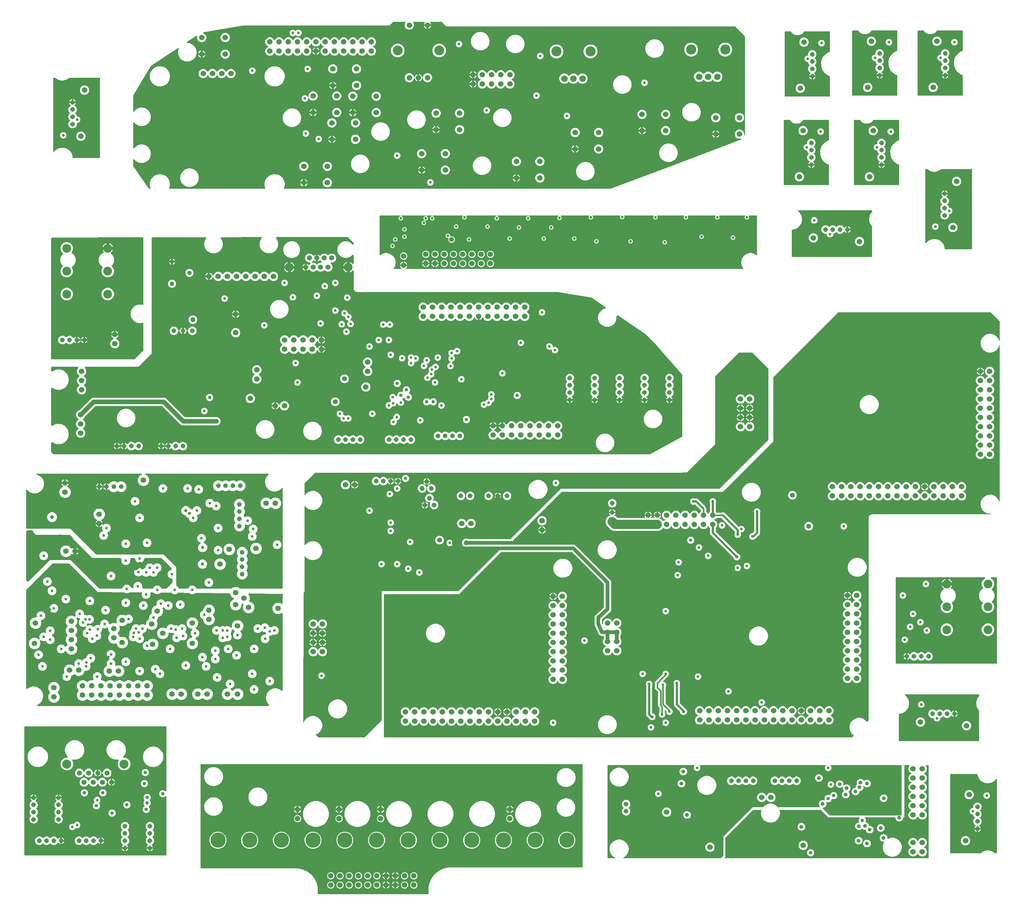
<source format=gbr>
G04 EAGLE Gerber RS-274X export*
G75*
%MOMM*%
%FSLAX34Y34*%
%LPD*%
%INEAGLE Copper Layer 2*%
%IPPOS*%
%AMOC8*
5,1,8,0,0,1.08239X$1,22.5*%
G01*
%ADD10C,1.524000*%
%ADD11C,2.781300*%
%ADD12C,1.800000*%
%ADD13C,2.400000*%
%ADD14C,1.308000*%
%ADD15C,1.320800*%
%ADD16C,1.397000*%
%ADD17C,2.476500*%
%ADD18C,1.508000*%
%ADD19C,1.408000*%
%ADD20C,2.700000*%
%ADD21C,1.208000*%
%ADD22C,0.756400*%
%ADD23C,1.270000*%
%ADD24C,0.254000*%
%ADD25C,0.956400*%
%ADD26C,1.056400*%
%ADD27C,1.350000*%
%ADD28C,4.191000*%
%ADD29C,1.016000*%
%ADD30C,0.406400*%
%ADD31C,0.609600*%
%ADD32C,0.906400*%
%ADD33C,2.540000*%
%ADD34C,0.508000*%
%ADD35C,3.048000*%

G36*
X2307297Y429400D02*
X2307297Y429400D01*
X2307388Y429408D01*
X2307418Y429420D01*
X2307450Y429425D01*
X2307530Y429468D01*
X2307614Y429504D01*
X2307646Y429530D01*
X2307667Y429541D01*
X2307689Y429564D01*
X2307745Y429609D01*
X2312857Y434721D01*
X2312926Y434817D01*
X2312997Y434913D01*
X2312998Y434917D01*
X2313001Y434920D01*
X2313036Y435033D01*
X2313072Y435147D01*
X2313072Y435152D01*
X2313073Y435156D01*
X2313070Y435274D01*
X2313068Y435393D01*
X2313067Y435397D01*
X2313067Y435401D01*
X2313026Y435514D01*
X2312986Y435625D01*
X2312984Y435628D01*
X2312982Y435632D01*
X2312908Y435725D01*
X2312835Y435819D01*
X2312831Y435822D01*
X2312829Y435824D01*
X2312817Y435832D01*
X2312700Y435918D01*
X2311924Y436366D01*
X2307076Y441214D01*
X2303649Y447151D01*
X2301874Y453772D01*
X2301874Y460628D01*
X2303649Y467249D01*
X2307076Y473186D01*
X2311924Y478034D01*
X2317861Y481461D01*
X2324482Y483236D01*
X2331338Y483236D01*
X2337959Y481461D01*
X2343896Y478034D01*
X2348744Y473186D01*
X2349192Y472410D01*
X2349266Y472320D01*
X2349341Y472226D01*
X2349345Y472223D01*
X2349348Y472220D01*
X2349447Y472157D01*
X2349548Y472093D01*
X2349552Y472092D01*
X2349556Y472089D01*
X2349672Y472062D01*
X2349787Y472032D01*
X2349791Y472033D01*
X2349795Y472032D01*
X2349914Y472042D01*
X2350032Y472052D01*
X2350036Y472053D01*
X2350040Y472054D01*
X2350151Y472102D01*
X2350258Y472148D01*
X2350262Y472151D01*
X2350265Y472152D01*
X2350276Y472162D01*
X2350389Y472253D01*
X2354231Y476095D01*
X2354284Y476169D01*
X2354344Y476238D01*
X2354356Y476268D01*
X2354375Y476294D01*
X2354402Y476381D01*
X2354436Y476466D01*
X2354440Y476507D01*
X2354447Y476530D01*
X2354446Y476562D01*
X2354454Y476633D01*
X2354454Y1035826D01*
X2356020Y1039606D01*
X2358914Y1042500D01*
X2362694Y1044066D01*
X2690747Y1044066D01*
X2690837Y1044080D01*
X2690928Y1044088D01*
X2690958Y1044100D01*
X2690990Y1044105D01*
X2691070Y1044148D01*
X2691154Y1044184D01*
X2691186Y1044210D01*
X2691207Y1044221D01*
X2691229Y1044244D01*
X2691285Y1044289D01*
X2691541Y1044545D01*
X2691583Y1044603D01*
X2691633Y1044655D01*
X2691655Y1044702D01*
X2691685Y1044744D01*
X2691706Y1044813D01*
X2691736Y1044878D01*
X2691742Y1044930D01*
X2691757Y1044980D01*
X2691755Y1045051D01*
X2691763Y1045122D01*
X2691752Y1045173D01*
X2691751Y1045225D01*
X2691726Y1045293D01*
X2691711Y1045363D01*
X2691684Y1045407D01*
X2691666Y1045456D01*
X2691622Y1045512D01*
X2691585Y1045574D01*
X2691545Y1045608D01*
X2691513Y1045648D01*
X2691452Y1045687D01*
X2691398Y1045734D01*
X2691350Y1045753D01*
X2691306Y1045781D01*
X2691236Y1045799D01*
X2691170Y1045826D01*
X2691098Y1045834D01*
X2691067Y1045842D01*
X2691044Y1045840D01*
X2691003Y1045844D01*
X2685162Y1045844D01*
X2678541Y1047619D01*
X2672604Y1051046D01*
X2667756Y1055894D01*
X2664329Y1061831D01*
X2662554Y1068452D01*
X2662554Y1075308D01*
X2664329Y1081929D01*
X2667756Y1087866D01*
X2672604Y1092714D01*
X2678541Y1096141D01*
X2685162Y1097916D01*
X2692018Y1097916D01*
X2698639Y1096141D01*
X2704576Y1092714D01*
X2709424Y1087866D01*
X2712851Y1081929D01*
X2713638Y1078995D01*
X2713648Y1078973D01*
X2713652Y1078949D01*
X2713698Y1078861D01*
X2713739Y1078771D01*
X2713755Y1078753D01*
X2713767Y1078732D01*
X2713839Y1078663D01*
X2713906Y1078591D01*
X2713927Y1078579D01*
X2713945Y1078563D01*
X2714035Y1078521D01*
X2714122Y1078473D01*
X2714146Y1078469D01*
X2714168Y1078459D01*
X2714267Y1078448D01*
X2714365Y1078431D01*
X2714389Y1078434D01*
X2714412Y1078432D01*
X2714509Y1078453D01*
X2714608Y1078468D01*
X2714629Y1078479D01*
X2714653Y1078484D01*
X2714738Y1078535D01*
X2714827Y1078581D01*
X2714843Y1078598D01*
X2714864Y1078610D01*
X2714929Y1078686D01*
X2714998Y1078757D01*
X2715008Y1078779D01*
X2715024Y1078797D01*
X2715061Y1078890D01*
X2715104Y1078979D01*
X2715107Y1079003D01*
X2715116Y1079025D01*
X2715134Y1079192D01*
X2715134Y1509000D01*
X2715130Y1509024D01*
X2715133Y1509048D01*
X2715111Y1509145D01*
X2715095Y1509243D01*
X2715083Y1509264D01*
X2715078Y1509287D01*
X2715026Y1509372D01*
X2714979Y1509460D01*
X2714962Y1509477D01*
X2714949Y1509497D01*
X2714873Y1509561D01*
X2714801Y1509629D01*
X2714779Y1509640D01*
X2714761Y1509655D01*
X2714668Y1509691D01*
X2714578Y1509733D01*
X2714554Y1509736D01*
X2714532Y1509744D01*
X2714432Y1509749D01*
X2714334Y1509760D01*
X2714310Y1509755D01*
X2714286Y1509756D01*
X2714190Y1509729D01*
X2714093Y1509708D01*
X2714073Y1509696D01*
X2714049Y1509689D01*
X2713967Y1509633D01*
X2713882Y1509582D01*
X2713866Y1509563D01*
X2713847Y1509550D01*
X2713787Y1509470D01*
X2713722Y1509395D01*
X2713713Y1509372D01*
X2713699Y1509353D01*
X2713638Y1509197D01*
X2712597Y1505315D01*
X2709170Y1499378D01*
X2704322Y1494530D01*
X2698385Y1491103D01*
X2691764Y1489328D01*
X2684908Y1489328D01*
X2678287Y1491103D01*
X2672350Y1494530D01*
X2667502Y1499378D01*
X2664075Y1505315D01*
X2662300Y1511936D01*
X2662300Y1518792D01*
X2664075Y1525413D01*
X2667502Y1531350D01*
X2672350Y1536198D01*
X2678287Y1539625D01*
X2684908Y1541400D01*
X2691764Y1541400D01*
X2698385Y1539625D01*
X2704322Y1536198D01*
X2709170Y1531350D01*
X2712597Y1525413D01*
X2713638Y1521531D01*
X2713648Y1521509D01*
X2713652Y1521485D01*
X2713698Y1521397D01*
X2713739Y1521307D01*
X2713755Y1521289D01*
X2713767Y1521268D01*
X2713839Y1521199D01*
X2713906Y1521127D01*
X2713927Y1521115D01*
X2713945Y1521099D01*
X2714035Y1521057D01*
X2714122Y1521009D01*
X2714146Y1521005D01*
X2714168Y1520995D01*
X2714267Y1520984D01*
X2714365Y1520967D01*
X2714389Y1520970D01*
X2714412Y1520968D01*
X2714509Y1520989D01*
X2714608Y1521004D01*
X2714629Y1521015D01*
X2714653Y1521020D01*
X2714738Y1521071D01*
X2714827Y1521117D01*
X2714843Y1521134D01*
X2714864Y1521146D01*
X2714929Y1521222D01*
X2714998Y1521293D01*
X2715008Y1521315D01*
X2715024Y1521333D01*
X2715061Y1521426D01*
X2715104Y1521515D01*
X2715107Y1521539D01*
X2715116Y1521561D01*
X2715134Y1521728D01*
X2715134Y1575687D01*
X2715120Y1575777D01*
X2715112Y1575868D01*
X2715100Y1575898D01*
X2715095Y1575930D01*
X2715052Y1576010D01*
X2715016Y1576094D01*
X2714990Y1576126D01*
X2714979Y1576147D01*
X2714956Y1576169D01*
X2714911Y1576225D01*
X2691285Y1599851D01*
X2691211Y1599904D01*
X2691142Y1599964D01*
X2691112Y1599976D01*
X2691086Y1599995D01*
X2690999Y1600022D01*
X2690914Y1600056D01*
X2690873Y1600060D01*
X2690850Y1600067D01*
X2690818Y1600066D01*
X2690747Y1600074D01*
X2269873Y1600074D01*
X2269783Y1600060D01*
X2269692Y1600052D01*
X2269662Y1600040D01*
X2269630Y1600035D01*
X2269550Y1599992D01*
X2269466Y1599956D01*
X2269434Y1599930D01*
X2269413Y1599919D01*
X2269391Y1599896D01*
X2269335Y1599851D01*
X2092422Y1422938D01*
X2092369Y1422864D01*
X2092309Y1422795D01*
X2092297Y1422765D01*
X2092278Y1422739D01*
X2092251Y1422652D01*
X2092217Y1422567D01*
X2092213Y1422526D01*
X2092206Y1422503D01*
X2092207Y1422471D01*
X2092199Y1422400D01*
X2092199Y1244915D01*
X1952945Y1105661D01*
X1508760Y1105661D01*
X1508670Y1105647D01*
X1508579Y1105639D01*
X1508549Y1105627D01*
X1508517Y1105622D01*
X1508437Y1105579D01*
X1508353Y1105543D01*
X1508321Y1105517D01*
X1508300Y1105506D01*
X1508278Y1105483D01*
X1508222Y1105438D01*
X1364204Y961420D01*
X1364162Y961362D01*
X1364112Y961310D01*
X1364090Y961263D01*
X1364060Y961221D01*
X1364039Y961152D01*
X1364009Y961087D01*
X1364003Y961035D01*
X1363988Y960985D01*
X1363990Y960914D01*
X1363982Y960843D01*
X1363993Y960792D01*
X1363994Y960740D01*
X1364019Y960672D01*
X1364034Y960602D01*
X1364061Y960558D01*
X1364079Y960509D01*
X1364123Y960453D01*
X1364160Y960391D01*
X1364200Y960357D01*
X1364232Y960317D01*
X1364293Y960278D01*
X1364347Y960231D01*
X1364395Y960212D01*
X1364439Y960184D01*
X1364509Y960166D01*
X1364575Y960139D01*
X1364647Y960131D01*
X1364678Y960123D01*
X1364701Y960125D01*
X1364742Y960121D01*
X1543801Y960121D01*
X1547536Y958574D01*
X1644374Y861736D01*
X1645921Y858001D01*
X1645921Y784195D01*
X1645928Y784150D01*
X1645926Y784105D01*
X1645958Y783971D01*
X1645960Y783953D01*
X1645963Y783949D01*
X1645964Y783942D01*
X1646013Y783804D01*
X1645922Y782073D01*
X1645923Y782057D01*
X1645921Y782033D01*
X1645921Y780299D01*
X1645865Y780164D01*
X1645855Y780120D01*
X1645835Y780079D01*
X1645813Y779943D01*
X1645809Y779925D01*
X1645809Y779920D01*
X1645808Y779913D01*
X1645800Y779768D01*
X1645054Y778203D01*
X1645049Y778188D01*
X1645037Y778166D01*
X1644374Y776564D01*
X1644271Y776461D01*
X1644244Y776424D01*
X1644211Y776393D01*
X1644138Y776277D01*
X1644127Y776262D01*
X1644126Y776257D01*
X1644122Y776251D01*
X1644059Y776120D01*
X1642771Y774960D01*
X1642761Y774948D01*
X1642742Y774932D01*
X1641516Y773706D01*
X1641381Y773650D01*
X1641342Y773626D01*
X1641299Y773611D01*
X1641187Y773530D01*
X1641172Y773521D01*
X1641169Y773517D01*
X1641163Y773513D01*
X1620773Y755162D01*
X1620703Y755075D01*
X1620631Y754991D01*
X1620627Y754979D01*
X1620619Y754970D01*
X1620581Y754866D01*
X1620539Y754762D01*
X1620538Y754748D01*
X1620534Y754739D01*
X1620534Y754711D01*
X1620521Y754596D01*
X1620521Y743998D01*
X1620533Y743924D01*
X1620536Y743848D01*
X1620555Y743786D01*
X1620560Y743755D01*
X1620572Y743733D01*
X1620586Y743689D01*
X1621602Y741403D01*
X1621651Y741329D01*
X1621692Y741252D01*
X1621718Y741227D01*
X1621737Y741197D01*
X1621806Y741143D01*
X1621870Y741082D01*
X1621902Y741067D01*
X1621931Y741045D01*
X1622013Y741015D01*
X1622093Y740979D01*
X1622129Y740975D01*
X1622162Y740963D01*
X1622250Y740961D01*
X1622337Y740951D01*
X1622373Y740959D01*
X1622408Y740958D01*
X1622492Y740985D01*
X1622578Y741004D01*
X1622609Y741022D01*
X1622643Y741033D01*
X1622714Y741085D01*
X1622789Y741130D01*
X1622812Y741157D01*
X1622841Y741178D01*
X1622892Y741250D01*
X1622949Y741317D01*
X1622962Y741350D01*
X1622983Y741379D01*
X1623008Y741463D01*
X1623041Y741545D01*
X1623046Y741591D01*
X1623053Y741615D01*
X1623052Y741646D01*
X1623059Y741712D01*
X1623059Y746746D01*
X1624993Y751414D01*
X1628566Y754987D01*
X1633234Y756921D01*
X1638286Y756921D01*
X1642954Y754987D01*
X1646527Y751414D01*
X1647757Y748446D01*
X1647795Y748385D01*
X1647824Y748320D01*
X1647859Y748281D01*
X1647886Y748237D01*
X1647942Y748191D01*
X1647990Y748138D01*
X1648036Y748113D01*
X1648076Y748080D01*
X1648143Y748054D01*
X1648206Y748020D01*
X1648257Y748011D01*
X1648305Y747992D01*
X1648377Y747989D01*
X1648448Y747976D01*
X1648499Y747984D01*
X1648551Y747982D01*
X1648620Y748002D01*
X1648691Y748012D01*
X1648737Y748036D01*
X1648787Y748050D01*
X1648846Y748091D01*
X1648910Y748123D01*
X1648947Y748161D01*
X1648989Y748190D01*
X1649032Y748248D01*
X1649082Y748299D01*
X1649117Y748362D01*
X1649136Y748388D01*
X1649143Y748410D01*
X1649163Y748446D01*
X1650393Y751414D01*
X1653966Y754987D01*
X1658634Y756921D01*
X1663686Y756921D01*
X1668354Y754987D01*
X1671927Y751414D01*
X1673861Y746746D01*
X1673861Y741694D01*
X1671927Y737026D01*
X1668354Y733453D01*
X1665386Y732223D01*
X1665325Y732185D01*
X1665260Y732156D01*
X1665221Y732121D01*
X1665177Y732094D01*
X1665131Y732038D01*
X1665078Y731990D01*
X1665053Y731944D01*
X1665020Y731904D01*
X1664994Y731837D01*
X1664960Y731774D01*
X1664951Y731723D01*
X1664932Y731675D01*
X1664929Y731603D01*
X1664916Y731532D01*
X1664924Y731481D01*
X1664922Y731429D01*
X1664942Y731360D01*
X1664952Y731289D01*
X1664976Y731243D01*
X1664990Y731193D01*
X1665031Y731134D01*
X1665063Y731070D01*
X1665101Y731033D01*
X1665130Y730991D01*
X1665188Y730948D01*
X1665239Y730898D01*
X1665302Y730863D01*
X1665328Y730844D01*
X1665350Y730837D01*
X1665386Y730817D01*
X1668354Y729587D01*
X1671927Y726014D01*
X1673861Y721346D01*
X1673861Y716294D01*
X1671927Y711626D01*
X1671544Y711242D01*
X1671491Y711168D01*
X1671431Y711099D01*
X1671419Y711069D01*
X1671400Y711042D01*
X1671373Y710955D01*
X1671339Y710871D01*
X1671335Y710830D01*
X1671328Y710807D01*
X1671329Y710775D01*
X1671321Y710704D01*
X1671321Y701536D01*
X1671335Y701446D01*
X1671343Y701355D01*
X1671355Y701325D01*
X1671360Y701293D01*
X1671403Y701213D01*
X1671439Y701129D01*
X1671465Y701097D01*
X1671476Y701076D01*
X1671499Y701054D01*
X1671544Y700998D01*
X1671927Y700614D01*
X1673861Y695946D01*
X1673861Y690894D01*
X1671927Y686226D01*
X1668354Y682653D01*
X1665386Y681423D01*
X1665325Y681385D01*
X1665260Y681356D01*
X1665221Y681321D01*
X1665177Y681294D01*
X1665131Y681238D01*
X1665078Y681190D01*
X1665053Y681144D01*
X1665020Y681104D01*
X1664994Y681037D01*
X1664960Y680974D01*
X1664951Y680923D01*
X1664932Y680875D01*
X1664929Y680803D01*
X1664916Y680732D01*
X1664924Y680681D01*
X1664922Y680629D01*
X1664942Y680560D01*
X1664952Y680489D01*
X1664976Y680443D01*
X1664990Y680393D01*
X1665031Y680334D01*
X1665063Y680270D01*
X1665101Y680233D01*
X1665130Y680191D01*
X1665188Y680148D01*
X1665239Y680098D01*
X1665302Y680063D01*
X1665328Y680044D01*
X1665350Y680037D01*
X1665386Y680017D01*
X1668354Y678787D01*
X1671927Y675214D01*
X1673861Y670546D01*
X1673861Y665494D01*
X1671927Y660826D01*
X1668354Y657253D01*
X1663686Y655319D01*
X1658634Y655319D01*
X1653966Y657253D01*
X1650393Y660826D01*
X1649163Y663794D01*
X1649126Y663855D01*
X1649096Y663920D01*
X1649061Y663959D01*
X1649034Y664003D01*
X1648979Y664049D01*
X1648930Y664102D01*
X1648884Y664127D01*
X1648844Y664160D01*
X1648777Y664186D01*
X1648714Y664220D01*
X1648663Y664229D01*
X1648615Y664248D01*
X1648543Y664251D01*
X1648472Y664264D01*
X1648421Y664256D01*
X1648369Y664258D01*
X1648300Y664238D01*
X1648229Y664228D01*
X1648183Y664204D01*
X1648133Y664190D01*
X1648074Y664149D01*
X1648010Y664117D01*
X1647973Y664079D01*
X1647931Y664050D01*
X1647888Y663992D01*
X1647838Y663941D01*
X1647803Y663878D01*
X1647784Y663852D01*
X1647777Y663830D01*
X1647757Y663794D01*
X1646527Y660826D01*
X1642954Y657253D01*
X1638286Y655319D01*
X1633234Y655319D01*
X1628566Y657253D01*
X1624993Y660826D01*
X1623059Y665494D01*
X1623059Y670546D01*
X1624993Y675214D01*
X1628566Y678787D01*
X1631534Y680017D01*
X1631595Y680054D01*
X1631660Y680084D01*
X1631699Y680119D01*
X1631743Y680146D01*
X1631789Y680201D01*
X1631842Y680250D01*
X1631867Y680296D01*
X1631900Y680336D01*
X1631926Y680403D01*
X1631960Y680466D01*
X1631969Y680517D01*
X1631988Y680565D01*
X1631991Y680637D01*
X1632004Y680708D01*
X1631996Y680759D01*
X1631998Y680811D01*
X1631978Y680880D01*
X1631968Y680951D01*
X1631944Y680997D01*
X1631930Y681047D01*
X1631889Y681106D01*
X1631857Y681170D01*
X1631819Y681207D01*
X1631790Y681249D01*
X1631732Y681292D01*
X1631681Y681342D01*
X1631618Y681377D01*
X1631592Y681396D01*
X1631570Y681403D01*
X1631534Y681423D01*
X1628566Y682653D01*
X1624993Y686226D01*
X1623059Y690894D01*
X1623059Y695946D01*
X1624993Y700614D01*
X1625376Y700998D01*
X1625429Y701072D01*
X1625489Y701141D01*
X1625501Y701171D01*
X1625520Y701198D01*
X1625547Y701285D01*
X1625581Y701369D01*
X1625585Y701410D01*
X1625592Y701433D01*
X1625591Y701465D01*
X1625599Y701536D01*
X1625599Y707898D01*
X1625596Y707918D01*
X1625598Y707937D01*
X1625576Y708039D01*
X1625560Y708141D01*
X1625550Y708158D01*
X1625546Y708178D01*
X1625493Y708267D01*
X1625444Y708358D01*
X1625430Y708372D01*
X1625420Y708389D01*
X1625341Y708456D01*
X1625266Y708528D01*
X1625248Y708536D01*
X1625233Y708549D01*
X1625137Y708588D01*
X1625043Y708631D01*
X1625023Y708633D01*
X1625005Y708641D01*
X1624838Y708659D01*
X1620659Y708659D01*
X1620652Y708658D01*
X1620640Y708659D01*
X1618754Y708611D01*
X1618711Y708620D01*
X1618659Y708641D01*
X1618554Y708652D01*
X1618524Y708659D01*
X1618512Y708657D01*
X1618501Y708658D01*
X1616761Y709379D01*
X1616753Y709381D01*
X1616743Y709386D01*
X1614982Y710064D01*
X1614945Y710089D01*
X1614905Y710128D01*
X1614813Y710178D01*
X1614788Y710196D01*
X1614776Y710199D01*
X1614766Y710204D01*
X1613434Y711537D01*
X1613428Y711541D01*
X1613420Y711550D01*
X1612052Y712850D01*
X1612028Y712887D01*
X1612006Y712938D01*
X1611941Y713020D01*
X1611924Y713046D01*
X1611914Y713054D01*
X1611907Y713062D01*
X1611186Y714803D01*
X1611182Y714809D01*
X1611178Y714821D01*
X1601899Y735700D01*
X1601868Y735747D01*
X1601846Y735798D01*
X1601781Y735880D01*
X1601764Y735906D01*
X1601754Y735914D01*
X1601747Y735922D01*
X1601026Y737663D01*
X1601022Y737669D01*
X1601019Y737680D01*
X1600252Y739405D01*
X1600244Y739448D01*
X1600243Y739504D01*
X1600214Y739605D01*
X1600208Y739635D01*
X1600202Y739646D01*
X1600199Y739656D01*
X1600199Y741541D01*
X1600198Y741548D01*
X1600199Y741560D01*
X1600151Y743446D01*
X1600160Y743489D01*
X1600181Y743541D01*
X1600192Y743646D01*
X1600199Y743676D01*
X1600197Y743688D01*
X1600199Y743708D01*
X1600199Y757585D01*
X1600192Y757630D01*
X1600194Y757675D01*
X1600162Y757809D01*
X1600160Y757827D01*
X1600157Y757831D01*
X1600156Y757838D01*
X1600107Y757976D01*
X1600198Y759707D01*
X1600197Y759723D01*
X1600199Y759747D01*
X1600199Y761481D01*
X1600255Y761616D01*
X1600265Y761660D01*
X1600285Y761701D01*
X1600307Y761837D01*
X1600311Y761855D01*
X1600311Y761860D01*
X1600312Y761867D01*
X1600320Y762012D01*
X1601066Y763577D01*
X1601071Y763592D01*
X1601083Y763614D01*
X1601746Y765216D01*
X1601849Y765319D01*
X1601876Y765356D01*
X1601909Y765387D01*
X1601928Y765416D01*
X1601941Y765430D01*
X1601954Y765459D01*
X1601982Y765503D01*
X1601993Y765518D01*
X1601994Y765523D01*
X1601998Y765529D01*
X1602061Y765660D01*
X1603349Y766820D01*
X1603359Y766832D01*
X1603378Y766848D01*
X1604604Y768074D01*
X1604739Y768130D01*
X1604778Y768154D01*
X1604821Y768169D01*
X1604933Y768250D01*
X1604948Y768259D01*
X1604951Y768263D01*
X1604957Y768267D01*
X1625347Y786618D01*
X1625414Y786702D01*
X1625455Y786745D01*
X1625460Y786756D01*
X1625489Y786789D01*
X1625493Y786801D01*
X1625501Y786810D01*
X1625539Y786914D01*
X1625581Y787018D01*
X1625582Y787032D01*
X1625586Y787041D01*
X1625586Y787069D01*
X1625599Y787184D01*
X1625599Y851456D01*
X1625585Y851546D01*
X1625577Y851637D01*
X1625565Y851667D01*
X1625560Y851699D01*
X1625517Y851779D01*
X1625481Y851863D01*
X1625455Y851895D01*
X1625444Y851916D01*
X1625421Y851938D01*
X1625376Y851994D01*
X1537794Y939576D01*
X1537720Y939629D01*
X1537651Y939689D01*
X1537621Y939701D01*
X1537594Y939720D01*
X1537508Y939747D01*
X1537423Y939781D01*
X1537382Y939785D01*
X1537359Y939792D01*
X1537327Y939791D01*
X1537256Y939799D01*
X1342898Y939799D01*
X1342808Y939785D01*
X1342717Y939777D01*
X1342687Y939765D01*
X1342655Y939760D01*
X1342575Y939717D01*
X1342491Y939681D01*
X1342459Y939655D01*
X1342438Y939644D01*
X1342416Y939621D01*
X1342360Y939576D01*
X1226505Y823721D01*
X1021080Y823721D01*
X1021060Y823718D01*
X1021041Y823720D01*
X1020939Y823698D01*
X1020837Y823682D01*
X1020820Y823672D01*
X1020800Y823668D01*
X1020711Y823615D01*
X1020620Y823566D01*
X1020606Y823552D01*
X1020589Y823542D01*
X1020522Y823463D01*
X1020451Y823388D01*
X1020442Y823370D01*
X1020429Y823355D01*
X1020390Y823258D01*
X1020347Y823165D01*
X1020345Y823145D01*
X1020337Y823127D01*
X1020319Y822960D01*
X1020319Y430147D01*
X1020322Y430127D01*
X1020320Y430108D01*
X1020342Y430006D01*
X1020359Y429904D01*
X1020368Y429887D01*
X1020372Y429867D01*
X1020425Y429778D01*
X1020474Y429687D01*
X1020488Y429673D01*
X1020498Y429656D01*
X1020577Y429589D01*
X1020652Y429517D01*
X1020670Y429509D01*
X1020685Y429496D01*
X1020781Y429457D01*
X1020875Y429414D01*
X1020895Y429412D01*
X1020913Y429404D01*
X1021080Y429386D01*
X2307207Y429386D01*
X2307297Y429400D01*
G37*
G36*
X1750775Y1209043D02*
X1750775Y1209043D01*
X1750804Y1209041D01*
X1750999Y1209063D01*
X1751195Y1209081D01*
X1751223Y1209088D01*
X1751252Y1209092D01*
X1751440Y1209148D01*
X1751629Y1209199D01*
X1751656Y1209212D01*
X1751683Y1209220D01*
X1751966Y1209353D01*
X1840055Y1257592D01*
X1840117Y1257633D01*
X1840184Y1257667D01*
X1840303Y1257758D01*
X1840429Y1257842D01*
X1840483Y1257894D01*
X1840542Y1257939D01*
X1840644Y1258050D01*
X1840753Y1258155D01*
X1840796Y1258214D01*
X1840805Y1258223D01*
X1840807Y1258226D01*
X1840848Y1258270D01*
X1840929Y1258398D01*
X1841017Y1258520D01*
X1841046Y1258580D01*
X1841057Y1258596D01*
X1841061Y1258605D01*
X1841089Y1258650D01*
X1841147Y1258790D01*
X1841212Y1258925D01*
X1841228Y1258983D01*
X1841239Y1259008D01*
X1841243Y1259025D01*
X1841260Y1259067D01*
X1841292Y1259214D01*
X1841332Y1259359D01*
X1841337Y1259411D01*
X1841346Y1259445D01*
X1841347Y1259470D01*
X1841355Y1259507D01*
X1841372Y1259787D01*
X1841374Y1259808D01*
X1841374Y1259812D01*
X1841374Y1259819D01*
X1841374Y1427694D01*
X1841366Y1427782D01*
X1841368Y1427870D01*
X1841347Y1428006D01*
X1841334Y1428143D01*
X1841311Y1428228D01*
X1841297Y1428315D01*
X1841252Y1428445D01*
X1841216Y1428577D01*
X1841178Y1428657D01*
X1841149Y1428740D01*
X1841081Y1428860D01*
X1841022Y1428984D01*
X1840971Y1429055D01*
X1840928Y1429132D01*
X1840789Y1429310D01*
X1840760Y1429350D01*
X1840749Y1429361D01*
X1840735Y1429379D01*
X1762184Y1518001D01*
X1762145Y1518037D01*
X1762079Y1518112D01*
X1739424Y1540767D01*
X1739359Y1540821D01*
X1739301Y1540882D01*
X1739113Y1541027D01*
X1739079Y1541055D01*
X1739068Y1541062D01*
X1739053Y1541073D01*
X1664416Y1591634D01*
X1664411Y1591637D01*
X1664258Y1591722D01*
X1664218Y1591749D01*
X1664176Y1591768D01*
X1664022Y1591854D01*
X1664020Y1591854D01*
X1664017Y1591856D01*
X1663841Y1591916D01*
X1663807Y1591931D01*
X1663772Y1591940D01*
X1663597Y1592000D01*
X1663594Y1592001D01*
X1663591Y1592001D01*
X1663398Y1592031D01*
X1663369Y1592038D01*
X1663341Y1592040D01*
X1663152Y1592069D01*
X1663149Y1592069D01*
X1663146Y1592069D01*
X1662944Y1592064D01*
X1662920Y1592066D01*
X1662896Y1592063D01*
X1662702Y1592058D01*
X1662699Y1592058D01*
X1662696Y1592058D01*
X1662495Y1592016D01*
X1662472Y1592014D01*
X1662452Y1592007D01*
X1662260Y1591968D01*
X1662258Y1591967D01*
X1662255Y1591967D01*
X1662063Y1591890D01*
X1662041Y1591883D01*
X1662022Y1591874D01*
X1661842Y1591802D01*
X1661840Y1591800D01*
X1661837Y1591799D01*
X1661664Y1591691D01*
X1661640Y1591679D01*
X1661621Y1591664D01*
X1661460Y1591564D01*
X1661458Y1591562D01*
X1661455Y1591560D01*
X1661307Y1591426D01*
X1661281Y1591407D01*
X1661261Y1591385D01*
X1661125Y1591262D01*
X1661124Y1591260D01*
X1661121Y1591258D01*
X1661004Y1591106D01*
X1660976Y1591076D01*
X1660956Y1591043D01*
X1660850Y1590907D01*
X1660848Y1590904D01*
X1660846Y1590902D01*
X1660763Y1590740D01*
X1660734Y1590696D01*
X1660716Y1590651D01*
X1660641Y1590508D01*
X1660640Y1590505D01*
X1660639Y1590502D01*
X1660588Y1590340D01*
X1660563Y1590279D01*
X1660551Y1590219D01*
X1660506Y1590078D01*
X1660506Y1590075D01*
X1660505Y1590072D01*
X1660486Y1589917D01*
X1660469Y1589839D01*
X1660462Y1589733D01*
X1660449Y1589631D01*
X1660449Y1589628D01*
X1660449Y1589625D01*
X1660452Y1589568D01*
X1660450Y1589527D01*
X1660450Y1582505D01*
X1658719Y1576045D01*
X1655374Y1570253D01*
X1650645Y1565523D01*
X1644853Y1562179D01*
X1638393Y1560448D01*
X1631705Y1560448D01*
X1625245Y1562179D01*
X1619452Y1565523D01*
X1614723Y1570253D01*
X1611379Y1576045D01*
X1609648Y1582505D01*
X1609648Y1589193D01*
X1611379Y1595653D01*
X1614723Y1601445D01*
X1619452Y1606175D01*
X1625245Y1609519D01*
X1629027Y1610532D01*
X1629064Y1610546D01*
X1629102Y1610554D01*
X1629275Y1610623D01*
X1629450Y1610687D01*
X1629484Y1610707D01*
X1629520Y1610721D01*
X1629678Y1610820D01*
X1629839Y1610914D01*
X1629869Y1610939D01*
X1629902Y1610960D01*
X1630040Y1611085D01*
X1630182Y1611206D01*
X1630207Y1611236D01*
X1630235Y1611262D01*
X1630349Y1611410D01*
X1630468Y1611554D01*
X1630487Y1611588D01*
X1630510Y1611619D01*
X1630596Y1611784D01*
X1630687Y1611947D01*
X1630700Y1611984D01*
X1630718Y1612018D01*
X1630773Y1612196D01*
X1630834Y1612372D01*
X1630840Y1612411D01*
X1630852Y1612448D01*
X1630875Y1612633D01*
X1630904Y1612817D01*
X1630903Y1612856D01*
X1630908Y1612895D01*
X1630898Y1613081D01*
X1630894Y1613267D01*
X1630886Y1613306D01*
X1630884Y1613344D01*
X1630841Y1613526D01*
X1630804Y1613709D01*
X1630790Y1613745D01*
X1630781Y1613783D01*
X1630707Y1613954D01*
X1630638Y1614127D01*
X1630617Y1614160D01*
X1630602Y1614196D01*
X1630499Y1614351D01*
X1630401Y1614510D01*
X1630375Y1614539D01*
X1630353Y1614571D01*
X1630224Y1614706D01*
X1630099Y1614845D01*
X1630069Y1614868D01*
X1630042Y1614897D01*
X1629794Y1615087D01*
X1591719Y1640880D01*
X1591566Y1640965D01*
X1591416Y1641056D01*
X1591369Y1641074D01*
X1591325Y1641099D01*
X1591160Y1641155D01*
X1590996Y1641219D01*
X1590935Y1641232D01*
X1590899Y1641244D01*
X1590837Y1641254D01*
X1590691Y1641286D01*
X1497990Y1655923D01*
X1497961Y1655925D01*
X1497940Y1655930D01*
X1497928Y1655930D01*
X1497906Y1655935D01*
X1497594Y1655954D01*
X945374Y1655954D01*
X941594Y1657520D01*
X938700Y1660414D01*
X937134Y1664194D01*
X937134Y1712970D01*
X937123Y1713100D01*
X937121Y1713230D01*
X937103Y1713323D01*
X937094Y1713419D01*
X937060Y1713544D01*
X937035Y1713672D01*
X937001Y1713761D01*
X936976Y1713853D01*
X936920Y1713970D01*
X936873Y1714092D01*
X936823Y1714174D01*
X936782Y1714260D01*
X936707Y1714365D01*
X936639Y1714477D01*
X936576Y1714548D01*
X936520Y1714626D01*
X936427Y1714717D01*
X936341Y1714814D01*
X936266Y1714873D01*
X936198Y1714940D01*
X936090Y1715013D01*
X935988Y1715093D01*
X935904Y1715139D01*
X935825Y1715192D01*
X935706Y1715245D01*
X935591Y1715306D01*
X935500Y1715336D01*
X935413Y1715374D01*
X935286Y1715405D01*
X935163Y1715445D01*
X935068Y1715458D01*
X934975Y1715481D01*
X934846Y1715489D01*
X934717Y1715507D01*
X934621Y1715503D01*
X934526Y1715509D01*
X934397Y1715494D01*
X934267Y1715488D01*
X934174Y1715468D01*
X934079Y1715456D01*
X933954Y1715419D01*
X933827Y1715391D01*
X933739Y1715354D01*
X933648Y1715326D01*
X933532Y1715267D01*
X933412Y1715217D01*
X933332Y1715165D01*
X933246Y1715122D01*
X933143Y1715043D01*
X933034Y1714973D01*
X932936Y1714887D01*
X932888Y1714850D01*
X932857Y1714817D01*
X932799Y1714766D01*
X931598Y1713564D01*
X930086Y1712404D01*
X928435Y1711451D01*
X926674Y1710721D01*
X925989Y1710538D01*
X925989Y1723060D01*
X925986Y1723094D01*
X925988Y1723129D01*
X925966Y1723318D01*
X925949Y1723508D01*
X925940Y1723542D01*
X925936Y1723576D01*
X925881Y1723759D01*
X925831Y1723943D01*
X925816Y1723974D01*
X925806Y1724007D01*
X925719Y1724178D01*
X925637Y1724349D01*
X925617Y1724377D01*
X925602Y1724408D01*
X925518Y1724519D01*
X925565Y1724593D01*
X925672Y1724751D01*
X925686Y1724782D01*
X925704Y1724812D01*
X925777Y1724988D01*
X925854Y1725162D01*
X925862Y1725196D01*
X925875Y1725228D01*
X925915Y1725415D01*
X925961Y1725600D01*
X925963Y1725634D01*
X925970Y1725668D01*
X925989Y1725980D01*
X925989Y1738502D01*
X926674Y1738319D01*
X928435Y1737589D01*
X930086Y1736636D01*
X931598Y1735476D01*
X932799Y1734274D01*
X932899Y1734191D01*
X932992Y1734100D01*
X933072Y1734047D01*
X933145Y1733985D01*
X933258Y1733921D01*
X933365Y1733848D01*
X933453Y1733809D01*
X933536Y1733762D01*
X933658Y1733718D01*
X933777Y1733666D01*
X933870Y1733643D01*
X933960Y1733611D01*
X934088Y1733590D01*
X934215Y1733559D01*
X934310Y1733553D01*
X934404Y1733538D01*
X934534Y1733539D01*
X934664Y1733531D01*
X934759Y1733542D01*
X934855Y1733544D01*
X934982Y1733568D01*
X935111Y1733584D01*
X935203Y1733611D01*
X935297Y1733629D01*
X935418Y1733676D01*
X935542Y1733714D01*
X935628Y1733757D01*
X935717Y1733792D01*
X935828Y1733859D01*
X935944Y1733918D01*
X936020Y1733976D01*
X936101Y1734026D01*
X936199Y1734112D01*
X936302Y1734190D01*
X936367Y1734260D01*
X936439Y1734324D01*
X936519Y1734426D01*
X936608Y1734521D01*
X936659Y1734602D01*
X936718Y1734677D01*
X936780Y1734791D01*
X936849Y1734901D01*
X936886Y1734989D01*
X936931Y1735074D01*
X936971Y1735197D01*
X937020Y1735318D01*
X937040Y1735411D01*
X937070Y1735502D01*
X937088Y1735631D01*
X937115Y1735758D01*
X937123Y1735888D01*
X937131Y1735948D01*
X937130Y1735993D01*
X937134Y1736070D01*
X937134Y1756383D01*
X937123Y1756513D01*
X937121Y1756643D01*
X937103Y1756736D01*
X937094Y1756832D01*
X937060Y1756957D01*
X937035Y1757085D01*
X937001Y1757174D01*
X936976Y1757266D01*
X936920Y1757383D01*
X936873Y1757505D01*
X936823Y1757587D01*
X936782Y1757673D01*
X936707Y1757778D01*
X936639Y1757890D01*
X936576Y1757961D01*
X936520Y1758039D01*
X936427Y1758130D01*
X936341Y1758227D01*
X936266Y1758286D01*
X936198Y1758353D01*
X936090Y1758426D01*
X935988Y1758506D01*
X935904Y1758551D01*
X935825Y1758605D01*
X935706Y1758658D01*
X935591Y1758719D01*
X935500Y1758749D01*
X935413Y1758787D01*
X935286Y1758818D01*
X935163Y1758858D01*
X935068Y1758871D01*
X934975Y1758894D01*
X934846Y1758902D01*
X934717Y1758920D01*
X934621Y1758916D01*
X934526Y1758922D01*
X934397Y1758907D01*
X934267Y1758901D01*
X934174Y1758881D01*
X934079Y1758870D01*
X933954Y1758832D01*
X933827Y1758804D01*
X933739Y1758767D01*
X933648Y1758739D01*
X933532Y1758680D01*
X933412Y1758630D01*
X933332Y1758578D01*
X933246Y1758535D01*
X933143Y1758456D01*
X933034Y1758386D01*
X932936Y1758300D01*
X932888Y1758263D01*
X932857Y1758230D01*
X932799Y1758179D01*
X928118Y1753497D01*
X919697Y1750009D01*
X910583Y1750009D01*
X902162Y1753497D01*
X895717Y1759942D01*
X892229Y1768363D01*
X892229Y1777477D01*
X895717Y1785898D01*
X902162Y1792343D01*
X910583Y1795831D01*
X919697Y1795831D01*
X928118Y1792343D01*
X932799Y1787661D01*
X932899Y1787578D01*
X932992Y1787487D01*
X933072Y1787433D01*
X933145Y1787372D01*
X933258Y1787308D01*
X933365Y1787235D01*
X933453Y1787196D01*
X933536Y1787149D01*
X933658Y1787105D01*
X933777Y1787053D01*
X933870Y1787030D01*
X933960Y1786998D01*
X934088Y1786977D01*
X934215Y1786946D01*
X934310Y1786940D01*
X934404Y1786925D01*
X934534Y1786926D01*
X934664Y1786918D01*
X934759Y1786929D01*
X934855Y1786931D01*
X934982Y1786955D01*
X935111Y1786970D01*
X935203Y1786998D01*
X935297Y1787016D01*
X935418Y1787063D01*
X935542Y1787101D01*
X935627Y1787144D01*
X935717Y1787179D01*
X935828Y1787246D01*
X935944Y1787305D01*
X936020Y1787363D01*
X936101Y1787412D01*
X936199Y1787499D01*
X936302Y1787577D01*
X936367Y1787647D01*
X936439Y1787711D01*
X936519Y1787813D01*
X936608Y1787908D01*
X936659Y1787989D01*
X936718Y1788064D01*
X936779Y1788178D01*
X936849Y1788288D01*
X936886Y1788376D01*
X936931Y1788461D01*
X936971Y1788584D01*
X937020Y1788705D01*
X937040Y1788798D01*
X937070Y1788889D01*
X937088Y1789018D01*
X937115Y1789145D01*
X937123Y1789274D01*
X937131Y1789335D01*
X937130Y1789380D01*
X937134Y1789457D01*
X937134Y1790468D01*
X937120Y1790631D01*
X937113Y1790796D01*
X937100Y1790855D01*
X937094Y1790916D01*
X937051Y1791075D01*
X937015Y1791235D01*
X936992Y1791292D01*
X936976Y1791351D01*
X936905Y1791499D01*
X936842Y1791651D01*
X936809Y1791702D01*
X936782Y1791757D01*
X936687Y1791891D01*
X936597Y1792029D01*
X936546Y1792087D01*
X936520Y1792123D01*
X936477Y1792166D01*
X936391Y1792263D01*
X921438Y1807216D01*
X921312Y1807321D01*
X921191Y1807433D01*
X921140Y1807465D01*
X921093Y1807504D01*
X920950Y1807586D01*
X920811Y1807674D01*
X920755Y1807698D01*
X920702Y1807728D01*
X920547Y1807783D01*
X920395Y1807845D01*
X920335Y1807858D01*
X920278Y1807879D01*
X920115Y1807905D01*
X919955Y1807940D01*
X919878Y1807945D01*
X919833Y1807952D01*
X919772Y1807951D01*
X919643Y1807959D01*
X795411Y1807959D01*
X795408Y1807959D01*
X795404Y1807959D01*
X725992Y1807747D01*
X725973Y1807745D01*
X725954Y1807747D01*
X725748Y1807725D01*
X725544Y1807706D01*
X725525Y1807701D01*
X725506Y1807699D01*
X725309Y1807641D01*
X725110Y1807586D01*
X725092Y1807578D01*
X725074Y1807572D01*
X724890Y1807481D01*
X724704Y1807391D01*
X724688Y1807380D01*
X724671Y1807371D01*
X724506Y1807249D01*
X724338Y1807128D01*
X724325Y1807114D01*
X724310Y1807103D01*
X724169Y1806953D01*
X724025Y1806804D01*
X724014Y1806788D01*
X724001Y1806774D01*
X723889Y1806602D01*
X723774Y1806430D01*
X723767Y1806413D01*
X723756Y1806397D01*
X723676Y1806206D01*
X723593Y1806018D01*
X723589Y1806000D01*
X723581Y1805982D01*
X723536Y1805780D01*
X723488Y1805580D01*
X723487Y1805561D01*
X723483Y1805542D01*
X723474Y1805337D01*
X723462Y1805131D01*
X723464Y1805112D01*
X723463Y1805093D01*
X723491Y1804889D01*
X723515Y1804684D01*
X723521Y1804665D01*
X723523Y1804646D01*
X723587Y1804450D01*
X723647Y1804253D01*
X723656Y1804236D01*
X723661Y1804218D01*
X723801Y1803938D01*
X727250Y1797964D01*
X728981Y1791504D01*
X728981Y1784816D01*
X727250Y1778356D01*
X723906Y1772564D01*
X719176Y1767834D01*
X713384Y1764490D01*
X706924Y1762759D01*
X700236Y1762759D01*
X693776Y1764490D01*
X687984Y1767834D01*
X683254Y1772564D01*
X679910Y1778356D01*
X678179Y1784816D01*
X678179Y1791504D01*
X679910Y1797964D01*
X683280Y1803801D01*
X683291Y1803825D01*
X683306Y1803848D01*
X683386Y1804029D01*
X683470Y1804209D01*
X683477Y1804235D01*
X683487Y1804260D01*
X683534Y1804453D01*
X683584Y1804645D01*
X683586Y1804671D01*
X683593Y1804698D01*
X683604Y1804896D01*
X683620Y1805093D01*
X683617Y1805120D01*
X683619Y1805147D01*
X683595Y1805344D01*
X683576Y1805542D01*
X683569Y1805567D01*
X683566Y1805594D01*
X683508Y1805784D01*
X683454Y1805975D01*
X683442Y1805999D01*
X683434Y1806025D01*
X683344Y1806201D01*
X683257Y1806380D01*
X683241Y1806401D01*
X683228Y1806426D01*
X683108Y1806583D01*
X682991Y1806743D01*
X682972Y1806762D01*
X682955Y1806783D01*
X682809Y1806918D01*
X682666Y1807054D01*
X682643Y1807069D01*
X682623Y1807088D01*
X682455Y1807194D01*
X682290Y1807303D01*
X682265Y1807314D01*
X682243Y1807328D01*
X682059Y1807403D01*
X681877Y1807482D01*
X681851Y1807488D01*
X681826Y1807498D01*
X681632Y1807539D01*
X681438Y1807584D01*
X681412Y1807586D01*
X681385Y1807591D01*
X681073Y1807610D01*
X573861Y1807282D01*
X573841Y1807280D01*
X573822Y1807281D01*
X573617Y1807259D01*
X573412Y1807240D01*
X573394Y1807235D01*
X573375Y1807233D01*
X573176Y1807175D01*
X572978Y1807121D01*
X572961Y1807112D01*
X572942Y1807107D01*
X572757Y1807015D01*
X572572Y1806926D01*
X572557Y1806915D01*
X572539Y1806906D01*
X572374Y1806783D01*
X572207Y1806663D01*
X572194Y1806649D01*
X572178Y1806637D01*
X572037Y1806488D01*
X571894Y1806339D01*
X571883Y1806323D01*
X571870Y1806309D01*
X571758Y1806136D01*
X571643Y1805965D01*
X571635Y1805948D01*
X571625Y1805932D01*
X571545Y1805741D01*
X571462Y1805553D01*
X571457Y1805534D01*
X571450Y1805517D01*
X571405Y1805315D01*
X571357Y1805115D01*
X571355Y1805096D01*
X571351Y1805077D01*
X571342Y1804872D01*
X571330Y1804666D01*
X571333Y1804646D01*
X571332Y1804627D01*
X571359Y1804424D01*
X571384Y1804219D01*
X571389Y1804200D01*
X571392Y1804181D01*
X571455Y1803985D01*
X571515Y1803788D01*
X571524Y1803771D01*
X571530Y1803753D01*
X571669Y1803473D01*
X574850Y1797964D01*
X576581Y1791504D01*
X576581Y1784816D01*
X574850Y1778356D01*
X571506Y1772564D01*
X566776Y1767834D01*
X560984Y1764490D01*
X554524Y1762759D01*
X547836Y1762759D01*
X541376Y1764490D01*
X535584Y1767834D01*
X530854Y1772564D01*
X527510Y1778356D01*
X525779Y1784816D01*
X525779Y1791504D01*
X527510Y1797964D01*
X530610Y1803334D01*
X530622Y1803358D01*
X530637Y1803381D01*
X530716Y1803562D01*
X530800Y1803742D01*
X530807Y1803768D01*
X530818Y1803793D01*
X530864Y1803986D01*
X530915Y1804178D01*
X530917Y1804205D01*
X530923Y1804231D01*
X530935Y1804429D01*
X530951Y1804627D01*
X530948Y1804653D01*
X530949Y1804680D01*
X530926Y1804878D01*
X530907Y1805075D01*
X530899Y1805101D01*
X530896Y1805127D01*
X530838Y1805317D01*
X530784Y1805508D01*
X530772Y1805532D01*
X530764Y1805558D01*
X530674Y1805735D01*
X530587Y1805913D01*
X530571Y1805934D01*
X530559Y1805959D01*
X530438Y1806116D01*
X530322Y1806277D01*
X530302Y1806295D01*
X530286Y1806317D01*
X530140Y1806450D01*
X529996Y1806588D01*
X529974Y1806602D01*
X529954Y1806621D01*
X529786Y1806727D01*
X529621Y1806836D01*
X529596Y1806847D01*
X529573Y1806861D01*
X529390Y1806936D01*
X529207Y1807015D01*
X529181Y1807021D01*
X529156Y1807031D01*
X528962Y1807072D01*
X528769Y1807117D01*
X528742Y1807119D01*
X528716Y1807124D01*
X528404Y1807143D01*
X383532Y1806700D01*
X383502Y1806697D01*
X383471Y1806699D01*
X383277Y1806676D01*
X383084Y1806658D01*
X383054Y1806650D01*
X383024Y1806647D01*
X382836Y1806590D01*
X382650Y1806539D01*
X382622Y1806525D01*
X382593Y1806516D01*
X382419Y1806428D01*
X382244Y1806344D01*
X382219Y1806326D01*
X382191Y1806312D01*
X382036Y1806194D01*
X381879Y1806081D01*
X381857Y1806059D01*
X381833Y1806040D01*
X381701Y1805897D01*
X381565Y1805757D01*
X381548Y1805731D01*
X381527Y1805709D01*
X381423Y1805545D01*
X381315Y1805383D01*
X381302Y1805355D01*
X381286Y1805329D01*
X381212Y1805149D01*
X381134Y1804971D01*
X381126Y1804941D01*
X381115Y1804913D01*
X381074Y1804722D01*
X381028Y1804533D01*
X381026Y1804503D01*
X381020Y1804472D01*
X381001Y1804160D01*
X381001Y1486952D01*
X344388Y1450339D01*
X199353Y1450339D01*
X199223Y1450328D01*
X199093Y1450326D01*
X198999Y1450308D01*
X198904Y1450299D01*
X198779Y1450265D01*
X198651Y1450240D01*
X198562Y1450206D01*
X198470Y1450181D01*
X198353Y1450125D01*
X198231Y1450078D01*
X198149Y1450028D01*
X198063Y1449987D01*
X197958Y1449912D01*
X197846Y1449844D01*
X197775Y1449781D01*
X197697Y1449725D01*
X197606Y1449632D01*
X197509Y1449546D01*
X197450Y1449471D01*
X197383Y1449403D01*
X197310Y1449295D01*
X197229Y1449193D01*
X197184Y1449109D01*
X197131Y1449030D01*
X197078Y1448911D01*
X197017Y1448796D01*
X196987Y1448705D01*
X196949Y1448618D01*
X196918Y1448491D01*
X196878Y1448368D01*
X196865Y1448273D01*
X196842Y1448180D01*
X196834Y1448051D01*
X196816Y1447922D01*
X196820Y1447826D01*
X196814Y1447731D01*
X196829Y1447602D01*
X196835Y1447472D01*
X196855Y1447379D01*
X196866Y1447284D01*
X196904Y1447159D01*
X196932Y1447032D01*
X196969Y1446944D01*
X196997Y1446853D01*
X197056Y1446737D01*
X197106Y1446617D01*
X197158Y1446536D01*
X197201Y1446451D01*
X197279Y1446348D01*
X197350Y1446239D01*
X197436Y1446141D01*
X197473Y1446093D01*
X197506Y1446062D01*
X197557Y1446004D01*
X198727Y1444834D01*
X200661Y1440166D01*
X200661Y1435114D01*
X198727Y1430446D01*
X195017Y1426736D01*
X194995Y1426709D01*
X194969Y1426686D01*
X194851Y1426537D01*
X194728Y1426390D01*
X194711Y1426360D01*
X194689Y1426333D01*
X194599Y1426164D01*
X194505Y1425999D01*
X194493Y1425967D01*
X194477Y1425936D01*
X194418Y1425755D01*
X194354Y1425575D01*
X194348Y1425541D01*
X194338Y1425508D01*
X194312Y1425319D01*
X194280Y1425131D01*
X194281Y1425096D01*
X194276Y1425062D01*
X194284Y1424871D01*
X194287Y1424680D01*
X194293Y1424646D01*
X194295Y1424612D01*
X194336Y1424426D01*
X194372Y1424238D01*
X194385Y1424206D01*
X194392Y1424172D01*
X194466Y1423997D01*
X194534Y1423818D01*
X194553Y1423789D01*
X194566Y1423757D01*
X194669Y1423597D01*
X194768Y1423434D01*
X194791Y1423408D01*
X194810Y1423379D01*
X195017Y1423144D01*
X198727Y1419434D01*
X200661Y1414766D01*
X200661Y1409714D01*
X198727Y1405046D01*
X195017Y1401336D01*
X194995Y1401309D01*
X194969Y1401286D01*
X194851Y1401137D01*
X194728Y1400990D01*
X194711Y1400960D01*
X194689Y1400933D01*
X194599Y1400765D01*
X194505Y1400599D01*
X194493Y1400567D01*
X194477Y1400536D01*
X194418Y1400355D01*
X194354Y1400175D01*
X194348Y1400141D01*
X194338Y1400108D01*
X194312Y1399919D01*
X194281Y1399731D01*
X194281Y1399696D01*
X194276Y1399662D01*
X194284Y1399471D01*
X194287Y1399281D01*
X194293Y1399246D01*
X194295Y1399212D01*
X194336Y1399026D01*
X194372Y1398838D01*
X194385Y1398806D01*
X194392Y1398772D01*
X194466Y1398596D01*
X194534Y1398418D01*
X194552Y1398389D01*
X194566Y1398357D01*
X194669Y1398196D01*
X194768Y1398034D01*
X194791Y1398008D01*
X194810Y1397979D01*
X195017Y1397744D01*
X198727Y1394034D01*
X200661Y1389366D01*
X200661Y1384314D01*
X198727Y1379646D01*
X195154Y1376073D01*
X190486Y1374139D01*
X185434Y1374139D01*
X180766Y1376073D01*
X177193Y1379646D01*
X175259Y1384314D01*
X175259Y1389366D01*
X177193Y1394034D01*
X180903Y1397744D01*
X180925Y1397771D01*
X180951Y1397794D01*
X181017Y1397877D01*
X181022Y1397882D01*
X181027Y1397889D01*
X181069Y1397943D01*
X181192Y1398090D01*
X181209Y1398120D01*
X181231Y1398147D01*
X181321Y1398315D01*
X181415Y1398481D01*
X181427Y1398513D01*
X181443Y1398544D01*
X181502Y1398725D01*
X181566Y1398905D01*
X181572Y1398939D01*
X181582Y1398972D01*
X181608Y1399161D01*
X181640Y1399349D01*
X181639Y1399384D01*
X181644Y1399418D01*
X181636Y1399609D01*
X181633Y1399800D01*
X181627Y1399834D01*
X181625Y1399868D01*
X181584Y1400053D01*
X181548Y1400242D01*
X181535Y1400274D01*
X181528Y1400308D01*
X181454Y1400483D01*
X181386Y1400662D01*
X181367Y1400691D01*
X181354Y1400723D01*
X181251Y1400883D01*
X181152Y1401046D01*
X181129Y1401072D01*
X181110Y1401101D01*
X180903Y1401336D01*
X177193Y1405046D01*
X175259Y1409714D01*
X175259Y1414766D01*
X177193Y1419434D01*
X180903Y1423144D01*
X180925Y1423171D01*
X180951Y1423194D01*
X181069Y1423343D01*
X181192Y1423490D01*
X181209Y1423520D01*
X181231Y1423547D01*
X181321Y1423715D01*
X181415Y1423881D01*
X181427Y1423913D01*
X181443Y1423944D01*
X181502Y1424125D01*
X181566Y1424305D01*
X181572Y1424339D01*
X181582Y1424372D01*
X181608Y1424561D01*
X181639Y1424749D01*
X181639Y1424784D01*
X181644Y1424818D01*
X181636Y1425009D01*
X181633Y1425199D01*
X181627Y1425234D01*
X181625Y1425268D01*
X181584Y1425454D01*
X181548Y1425642D01*
X181535Y1425674D01*
X181528Y1425708D01*
X181454Y1425884D01*
X181386Y1426062D01*
X181368Y1426091D01*
X181354Y1426123D01*
X181251Y1426284D01*
X181152Y1426446D01*
X181129Y1426472D01*
X181110Y1426501D01*
X180903Y1426736D01*
X177193Y1430446D01*
X175259Y1435114D01*
X175259Y1440166D01*
X177193Y1444834D01*
X178363Y1446004D01*
X178446Y1446104D01*
X178537Y1446197D01*
X178591Y1446277D01*
X178652Y1446350D01*
X178716Y1446463D01*
X178789Y1446570D01*
X178828Y1446658D01*
X178875Y1446741D01*
X178919Y1446863D01*
X178971Y1446982D01*
X178994Y1447075D01*
X179026Y1447165D01*
X179047Y1447294D01*
X179078Y1447420D01*
X179084Y1447515D01*
X179100Y1447609D01*
X179098Y1447740D01*
X179106Y1447869D01*
X179095Y1447964D01*
X179093Y1448060D01*
X179069Y1448187D01*
X179054Y1448316D01*
X179026Y1448408D01*
X179008Y1448502D01*
X178961Y1448623D01*
X178923Y1448747D01*
X178880Y1448832D01*
X178846Y1448922D01*
X178778Y1449033D01*
X178719Y1449149D01*
X178661Y1449225D01*
X178612Y1449306D01*
X178526Y1449404D01*
X178447Y1449507D01*
X178377Y1449572D01*
X178313Y1449644D01*
X178212Y1449724D01*
X178116Y1449813D01*
X178035Y1449864D01*
X177960Y1449923D01*
X177846Y1449984D01*
X177736Y1450054D01*
X177648Y1450091D01*
X177563Y1450136D01*
X177440Y1450176D01*
X177320Y1450225D01*
X177226Y1450245D01*
X177135Y1450275D01*
X177007Y1450293D01*
X176879Y1450320D01*
X176750Y1450328D01*
X176689Y1450336D01*
X176644Y1450335D01*
X176567Y1450339D01*
X106805Y1450339D01*
X106770Y1450336D01*
X106736Y1450338D01*
X106547Y1450316D01*
X106356Y1450299D01*
X106323Y1450290D01*
X106289Y1450286D01*
X106106Y1450231D01*
X105922Y1450181D01*
X105891Y1450166D01*
X105858Y1450156D01*
X105687Y1450069D01*
X105515Y1449987D01*
X105487Y1449967D01*
X105456Y1449952D01*
X105304Y1449836D01*
X105149Y1449725D01*
X105125Y1449700D01*
X105098Y1449680D01*
X104969Y1449540D01*
X104835Y1449403D01*
X104816Y1449374D01*
X104792Y1449348D01*
X104690Y1449187D01*
X104583Y1449030D01*
X104569Y1448998D01*
X104551Y1448969D01*
X104478Y1448792D01*
X104401Y1448618D01*
X104393Y1448584D01*
X104380Y1448552D01*
X104340Y1448365D01*
X104294Y1448180D01*
X104292Y1448146D01*
X104285Y1448112D01*
X104266Y1447800D01*
X104266Y1439782D01*
X104268Y1439759D01*
X104266Y1439736D01*
X104288Y1439535D01*
X104306Y1439334D01*
X104312Y1439311D01*
X104314Y1439288D01*
X104371Y1439095D01*
X104424Y1438899D01*
X104434Y1438878D01*
X104441Y1438856D01*
X104531Y1438675D01*
X104618Y1438493D01*
X104631Y1438474D01*
X104641Y1438453D01*
X104762Y1438291D01*
X104880Y1438127D01*
X104896Y1438110D01*
X104910Y1438092D01*
X105057Y1437954D01*
X105202Y1437812D01*
X105222Y1437800D01*
X105238Y1437784D01*
X105408Y1437674D01*
X105575Y1437560D01*
X105597Y1437551D01*
X105616Y1437538D01*
X105802Y1437460D01*
X105987Y1437378D01*
X106010Y1437373D01*
X106031Y1437364D01*
X106229Y1437319D01*
X106425Y1437272D01*
X106448Y1437270D01*
X106470Y1437265D01*
X106672Y1437256D01*
X106874Y1437244D01*
X106897Y1437246D01*
X106920Y1437245D01*
X107120Y1437272D01*
X107321Y1437296D01*
X107343Y1437303D01*
X107366Y1437306D01*
X107558Y1437368D01*
X107752Y1437426D01*
X107773Y1437437D01*
X107795Y1437444D01*
X108075Y1437583D01*
X113675Y1440817D01*
X120781Y1442721D01*
X128139Y1442721D01*
X135245Y1440817D01*
X141616Y1437138D01*
X146818Y1431936D01*
X150497Y1425565D01*
X152401Y1418459D01*
X152401Y1411101D01*
X150497Y1403995D01*
X146818Y1397624D01*
X141616Y1392422D01*
X135245Y1388743D01*
X128139Y1386839D01*
X120781Y1386839D01*
X113675Y1388743D01*
X108075Y1391977D01*
X108054Y1391987D01*
X108035Y1392000D01*
X107850Y1392081D01*
X107666Y1392167D01*
X107644Y1392172D01*
X107623Y1392182D01*
X107426Y1392230D01*
X107231Y1392281D01*
X107208Y1392283D01*
X107185Y1392288D01*
X106984Y1392301D01*
X106782Y1392317D01*
X106759Y1392315D01*
X106736Y1392316D01*
X106535Y1392293D01*
X106334Y1392273D01*
X106312Y1392267D01*
X106289Y1392264D01*
X106094Y1392205D01*
X105901Y1392151D01*
X105880Y1392141D01*
X105858Y1392134D01*
X105678Y1392042D01*
X105496Y1391954D01*
X105477Y1391940D01*
X105456Y1391929D01*
X105296Y1391807D01*
X105132Y1391688D01*
X105116Y1391671D01*
X105098Y1391657D01*
X104960Y1391508D01*
X104821Y1391363D01*
X104808Y1391343D01*
X104792Y1391326D01*
X104684Y1391155D01*
X104572Y1390987D01*
X104563Y1390966D01*
X104551Y1390947D01*
X104474Y1390760D01*
X104394Y1390574D01*
X104388Y1390551D01*
X104380Y1390530D01*
X104337Y1390332D01*
X104291Y1390135D01*
X104290Y1390113D01*
X104285Y1390090D01*
X104266Y1389778D01*
X104266Y1289922D01*
X104268Y1289899D01*
X104266Y1289876D01*
X104288Y1289675D01*
X104306Y1289474D01*
X104312Y1289451D01*
X104314Y1289428D01*
X104371Y1289235D01*
X104424Y1289039D01*
X104434Y1289018D01*
X104441Y1288996D01*
X104531Y1288814D01*
X104618Y1288633D01*
X104631Y1288614D01*
X104641Y1288593D01*
X104762Y1288431D01*
X104880Y1288267D01*
X104896Y1288250D01*
X104910Y1288232D01*
X105057Y1288094D01*
X105202Y1287952D01*
X105222Y1287940D01*
X105238Y1287924D01*
X105408Y1287814D01*
X105575Y1287700D01*
X105597Y1287691D01*
X105616Y1287678D01*
X105802Y1287600D01*
X105987Y1287518D01*
X106010Y1287513D01*
X106031Y1287504D01*
X106229Y1287459D01*
X106425Y1287412D01*
X106448Y1287410D01*
X106470Y1287405D01*
X106672Y1287396D01*
X106874Y1287384D01*
X106897Y1287386D01*
X106920Y1287385D01*
X107120Y1287412D01*
X107321Y1287436D01*
X107343Y1287443D01*
X107366Y1287446D01*
X107558Y1287508D01*
X107752Y1287566D01*
X107773Y1287577D01*
X107795Y1287584D01*
X108075Y1287723D01*
X113675Y1290957D01*
X120781Y1292861D01*
X128139Y1292861D01*
X135245Y1290957D01*
X141616Y1287278D01*
X146818Y1282076D01*
X150497Y1275705D01*
X152401Y1268599D01*
X152401Y1261241D01*
X150497Y1254135D01*
X146818Y1247764D01*
X141616Y1242562D01*
X135245Y1238883D01*
X128139Y1236979D01*
X120781Y1236979D01*
X113675Y1238883D01*
X108075Y1242117D01*
X108054Y1242127D01*
X108035Y1242140D01*
X107850Y1242221D01*
X107666Y1242307D01*
X107644Y1242312D01*
X107623Y1242322D01*
X107426Y1242370D01*
X107231Y1242421D01*
X107208Y1242423D01*
X107185Y1242428D01*
X106984Y1242441D01*
X106782Y1242457D01*
X106759Y1242455D01*
X106736Y1242456D01*
X106535Y1242433D01*
X106334Y1242413D01*
X106312Y1242407D01*
X106289Y1242404D01*
X106094Y1242345D01*
X105901Y1242291D01*
X105880Y1242281D01*
X105858Y1242274D01*
X105678Y1242182D01*
X105496Y1242094D01*
X105477Y1242080D01*
X105456Y1242069D01*
X105296Y1241947D01*
X105132Y1241828D01*
X105116Y1241811D01*
X105098Y1241797D01*
X104960Y1241648D01*
X104821Y1241503D01*
X104808Y1241483D01*
X104792Y1241466D01*
X104684Y1241295D01*
X104572Y1241127D01*
X104563Y1241106D01*
X104551Y1241087D01*
X104474Y1240900D01*
X104394Y1240714D01*
X104388Y1240691D01*
X104380Y1240670D01*
X104337Y1240472D01*
X104291Y1240275D01*
X104290Y1240253D01*
X104285Y1240230D01*
X104266Y1239918D01*
X104266Y1216535D01*
X104280Y1216371D01*
X104287Y1216207D01*
X104300Y1216147D01*
X104306Y1216087D01*
X104349Y1215928D01*
X104385Y1215767D01*
X104408Y1215711D01*
X104424Y1215652D01*
X104495Y1215504D01*
X104558Y1215352D01*
X104591Y1215301D01*
X104618Y1215246D01*
X104713Y1215112D01*
X104803Y1214974D01*
X104854Y1214916D01*
X104880Y1214879D01*
X104923Y1214837D01*
X105009Y1214739D01*
X109965Y1209784D01*
X110091Y1209679D01*
X110212Y1209568D01*
X110263Y1209535D01*
X110310Y1209496D01*
X110453Y1209414D01*
X110591Y1209326D01*
X110648Y1209302D01*
X110701Y1209272D01*
X110856Y1209217D01*
X111008Y1209155D01*
X111068Y1209142D01*
X111125Y1209121D01*
X111287Y1209095D01*
X111448Y1209060D01*
X111525Y1209055D01*
X111569Y1209048D01*
X111630Y1209049D01*
X111760Y1209041D01*
X1750747Y1209041D01*
X1750775Y1209043D01*
G37*
G36*
X376561Y1940577D02*
X376561Y1940577D01*
X376693Y1940588D01*
X376719Y1940597D01*
X376745Y1940601D01*
X376868Y1940649D01*
X376994Y1940693D01*
X377016Y1940708D01*
X377041Y1940718D01*
X377148Y1940795D01*
X377259Y1940869D01*
X377277Y1940889D01*
X377298Y1940904D01*
X377383Y1941007D01*
X377471Y1941105D01*
X377484Y1941129D01*
X377501Y1941149D01*
X377558Y1941269D01*
X377619Y1941387D01*
X377625Y1941413D01*
X377637Y1941437D01*
X377661Y1941567D01*
X377692Y1941696D01*
X377691Y1941723D01*
X377696Y1941749D01*
X377688Y1941882D01*
X377686Y1942014D01*
X377678Y1942040D01*
X377677Y1942067D01*
X377636Y1942193D01*
X377600Y1942321D01*
X377583Y1942355D01*
X377579Y1942369D01*
X377570Y1942384D01*
X375679Y1949438D01*
X375679Y1956722D01*
X377564Y1963757D01*
X381206Y1970064D01*
X386356Y1975214D01*
X392663Y1978856D01*
X399698Y1980741D01*
X406982Y1980741D01*
X414017Y1978856D01*
X420324Y1975214D01*
X425474Y1970064D01*
X429116Y1963757D01*
X431001Y1956722D01*
X431001Y1949438D01*
X429099Y1942341D01*
X429043Y1942223D01*
X429038Y1942196D01*
X429028Y1942172D01*
X429008Y1942040D01*
X428984Y1941910D01*
X428985Y1941884D01*
X428981Y1941857D01*
X428995Y1941725D01*
X429003Y1941593D01*
X429012Y1941568D01*
X429014Y1941541D01*
X429061Y1941416D01*
X429101Y1941291D01*
X429116Y1941268D01*
X429125Y1941243D01*
X429201Y1941134D01*
X429272Y1941022D01*
X429291Y1941003D01*
X429306Y1940981D01*
X429407Y1940895D01*
X429503Y1940804D01*
X429527Y1940791D01*
X429547Y1940773D01*
X429666Y1940714D01*
X429782Y1940650D01*
X429808Y1940644D01*
X429832Y1940632D01*
X429961Y1940604D01*
X430090Y1940571D01*
X430128Y1940569D01*
X430143Y1940565D01*
X430165Y1940566D01*
X430250Y1940561D01*
X692430Y1940561D01*
X692561Y1940577D01*
X692693Y1940588D01*
X692719Y1940597D01*
X692745Y1940601D01*
X692868Y1940649D01*
X692994Y1940693D01*
X693016Y1940708D01*
X693041Y1940718D01*
X693148Y1940795D01*
X693259Y1940869D01*
X693277Y1940889D01*
X693298Y1940904D01*
X693383Y1941007D01*
X693471Y1941105D01*
X693484Y1941129D01*
X693501Y1941149D01*
X693558Y1941269D01*
X693619Y1941387D01*
X693625Y1941413D01*
X693637Y1941437D01*
X693661Y1941567D01*
X693692Y1941696D01*
X693691Y1941723D01*
X693696Y1941749D01*
X693688Y1941882D01*
X693686Y1942014D01*
X693678Y1942040D01*
X693677Y1942067D01*
X693636Y1942193D01*
X693600Y1942321D01*
X693583Y1942355D01*
X693579Y1942369D01*
X693570Y1942384D01*
X691679Y1949438D01*
X691679Y1956722D01*
X693564Y1963757D01*
X697206Y1970064D01*
X702356Y1975214D01*
X708663Y1978856D01*
X715698Y1980741D01*
X722982Y1980741D01*
X730017Y1978856D01*
X736324Y1975214D01*
X741474Y1970064D01*
X745116Y1963757D01*
X747001Y1956722D01*
X747001Y1949438D01*
X745099Y1942341D01*
X745043Y1942223D01*
X745038Y1942196D01*
X745028Y1942172D01*
X745008Y1942040D01*
X744984Y1941910D01*
X744985Y1941884D01*
X744981Y1941857D01*
X744995Y1941725D01*
X745003Y1941593D01*
X745012Y1941568D01*
X745014Y1941541D01*
X745061Y1941416D01*
X745101Y1941291D01*
X745116Y1941268D01*
X745125Y1941243D01*
X745201Y1941134D01*
X745272Y1941022D01*
X745291Y1941003D01*
X745306Y1940981D01*
X745407Y1940895D01*
X745503Y1940804D01*
X745527Y1940791D01*
X745547Y1940773D01*
X745666Y1940714D01*
X745782Y1940650D01*
X745808Y1940644D01*
X745832Y1940632D01*
X745961Y1940604D01*
X746090Y1940571D01*
X746128Y1940569D01*
X746143Y1940565D01*
X746165Y1940566D01*
X746250Y1940561D01*
X1643847Y1940561D01*
X1643994Y1940579D01*
X1644139Y1940595D01*
X1644155Y1940600D01*
X1644163Y1940601D01*
X1644178Y1940607D01*
X1644293Y1940642D01*
X1825207Y2008484D01*
X1825209Y2008485D01*
X1825212Y2008486D01*
X2002807Y2076022D01*
X2002875Y2076058D01*
X2002947Y2076085D01*
X2003015Y2076133D01*
X2003088Y2076172D01*
X2003145Y2076224D01*
X2003208Y2076267D01*
X2003320Y2076383D01*
X2003793Y2076935D01*
X2003804Y2076952D01*
X2003820Y2076967D01*
X2003892Y2077085D01*
X2003968Y2077200D01*
X2003975Y2077220D01*
X2003986Y2077238D01*
X2004026Y2077370D01*
X2004072Y2077501D01*
X2004073Y2077522D01*
X2004079Y2077542D01*
X2004086Y2077679D01*
X2004097Y2077818D01*
X2004094Y2077839D01*
X2004095Y2077860D01*
X2004067Y2077995D01*
X2004043Y2078131D01*
X2004035Y2078150D01*
X2004030Y2078171D01*
X2003970Y2078295D01*
X2003913Y2078421D01*
X2003900Y2078438D01*
X2003891Y2078457D01*
X2003801Y2078561D01*
X2003715Y2078670D01*
X2003698Y2078683D01*
X2003684Y2078699D01*
X2003572Y2078778D01*
X2003461Y2078862D01*
X2003441Y2078870D01*
X2003424Y2078882D01*
X2003295Y2078931D01*
X2003167Y2078984D01*
X2003147Y2078987D01*
X2003127Y2078994D01*
X2002989Y2079010D01*
X2002853Y2079030D01*
X2002832Y2079027D01*
X2002811Y2079030D01*
X2002673Y2079010D01*
X2002536Y2078996D01*
X2002517Y2078988D01*
X2002496Y2078985D01*
X2002343Y2078933D01*
X2001252Y2078481D01*
X1996200Y2078481D01*
X1991532Y2080415D01*
X1987959Y2083988D01*
X1986025Y2088656D01*
X1986025Y2093708D01*
X1987959Y2098376D01*
X1991532Y2101949D01*
X1996200Y2103883D01*
X2001252Y2103883D01*
X2005920Y2101949D01*
X2009493Y2098376D01*
X2011427Y2093708D01*
X2011427Y2089272D01*
X2011430Y2089243D01*
X2011428Y2089215D01*
X2011450Y2089086D01*
X2011467Y2088956D01*
X2011477Y2088930D01*
X2011482Y2088901D01*
X2011535Y2088782D01*
X2011584Y2088661D01*
X2011601Y2088637D01*
X2011612Y2088611D01*
X2011694Y2088509D01*
X2011770Y2088403D01*
X2011793Y2088385D01*
X2011811Y2088362D01*
X2011915Y2088284D01*
X2012015Y2088200D01*
X2012041Y2088188D01*
X2012064Y2088171D01*
X2012185Y2088120D01*
X2012303Y2088065D01*
X2012331Y2088060D01*
X2012358Y2088048D01*
X2012487Y2088030D01*
X2012615Y2088005D01*
X2012644Y2088007D01*
X2012673Y2088003D01*
X2012803Y2088017D01*
X2012933Y2088025D01*
X2012960Y2088034D01*
X2012989Y2088037D01*
X2013111Y2088083D01*
X2013235Y2088123D01*
X2013260Y2088138D01*
X2013287Y2088148D01*
X2013394Y2088223D01*
X2013504Y2088293D01*
X2013524Y2088314D01*
X2013547Y2088330D01*
X2013660Y2088446D01*
X2013914Y2088742D01*
X2013941Y2088784D01*
X2013976Y2088821D01*
X2014029Y2088917D01*
X2014089Y2089008D01*
X2014105Y2089055D01*
X2014130Y2089100D01*
X2014157Y2089205D01*
X2014192Y2089308D01*
X2014196Y2089359D01*
X2014209Y2089408D01*
X2014219Y2089568D01*
X2014219Y2360006D01*
X2014207Y2360104D01*
X2014204Y2360203D01*
X2014187Y2360261D01*
X2014179Y2360321D01*
X2014143Y2360413D01*
X2014115Y2360508D01*
X2014085Y2360560D01*
X2014062Y2360617D01*
X2014004Y2360697D01*
X2013954Y2360782D01*
X2013888Y2360858D01*
X2013876Y2360874D01*
X2013866Y2360882D01*
X2013848Y2360903D01*
X1987523Y2387228D01*
X1987445Y2387288D01*
X1987373Y2387356D01*
X1987320Y2387385D01*
X1987272Y2387422D01*
X1987181Y2387462D01*
X1987094Y2387510D01*
X1987036Y2387525D01*
X1986980Y2387549D01*
X1986882Y2387564D01*
X1986786Y2387589D01*
X1986686Y2387595D01*
X1986666Y2387599D01*
X1986654Y2387597D01*
X1986626Y2387599D01*
X1194319Y2387599D01*
X1190584Y2389146D01*
X1179803Y2399928D01*
X1179725Y2399988D01*
X1179653Y2400056D01*
X1179600Y2400085D01*
X1179552Y2400122D01*
X1179461Y2400162D01*
X1179374Y2400210D01*
X1179316Y2400225D01*
X1179260Y2400249D01*
X1179162Y2400264D01*
X1179066Y2400289D01*
X1178966Y2400295D01*
X1178946Y2400299D01*
X1178934Y2400297D01*
X1178906Y2400299D01*
X1148641Y2400299D01*
X1148503Y2400282D01*
X1148365Y2400269D01*
X1148346Y2400262D01*
X1148326Y2400259D01*
X1148196Y2400208D01*
X1148065Y2400161D01*
X1148049Y2400150D01*
X1148030Y2400142D01*
X1147918Y2400061D01*
X1147802Y2399982D01*
X1147789Y2399967D01*
X1147773Y2399956D01*
X1147684Y2399848D01*
X1147592Y2399744D01*
X1147583Y2399726D01*
X1147570Y2399711D01*
X1147511Y2399585D01*
X1147447Y2399461D01*
X1147443Y2399441D01*
X1147434Y2399423D01*
X1147408Y2399287D01*
X1147378Y2399150D01*
X1147378Y2399130D01*
X1147375Y2399111D01*
X1147383Y2398972D01*
X1147387Y2398833D01*
X1147393Y2398813D01*
X1147394Y2398793D01*
X1147437Y2398661D01*
X1147476Y2398527D01*
X1147486Y2398510D01*
X1147492Y2398491D01*
X1147567Y2398373D01*
X1147638Y2398253D01*
X1147656Y2398232D01*
X1147663Y2398222D01*
X1147677Y2398208D01*
X1147744Y2398132D01*
X1147749Y2398127D01*
X1148682Y2396843D01*
X1149402Y2395430D01*
X1149847Y2394059D01*
X1141290Y2394059D01*
X1141172Y2394044D01*
X1141053Y2394037D01*
X1141015Y2394024D01*
X1140975Y2394019D01*
X1140864Y2393976D01*
X1140751Y2393939D01*
X1140717Y2393917D01*
X1140679Y2393902D01*
X1140583Y2393833D01*
X1140482Y2393769D01*
X1140454Y2393739D01*
X1140422Y2393716D01*
X1140346Y2393624D01*
X1140264Y2393537D01*
X1140245Y2393502D01*
X1140219Y2393471D01*
X1140168Y2393363D01*
X1140111Y2393259D01*
X1140101Y2393219D01*
X1140083Y2393183D01*
X1140063Y2393076D01*
X1140059Y2393106D01*
X1140015Y2393216D01*
X1139979Y2393329D01*
X1139957Y2393364D01*
X1139942Y2393401D01*
X1139872Y2393497D01*
X1139809Y2393598D01*
X1139779Y2393626D01*
X1139755Y2393659D01*
X1139664Y2393735D01*
X1139577Y2393816D01*
X1139542Y2393836D01*
X1139510Y2393861D01*
X1139403Y2393912D01*
X1139298Y2393970D01*
X1139259Y2393980D01*
X1139223Y2393997D01*
X1139106Y2394019D01*
X1138990Y2394049D01*
X1138930Y2394053D01*
X1138910Y2394057D01*
X1138890Y2394055D01*
X1138830Y2394059D01*
X1130273Y2394059D01*
X1130718Y2395430D01*
X1131438Y2396843D01*
X1132371Y2398127D01*
X1132376Y2398132D01*
X1132461Y2398242D01*
X1132550Y2398349D01*
X1132559Y2398368D01*
X1132571Y2398384D01*
X1132626Y2398511D01*
X1132686Y2398637D01*
X1132689Y2398657D01*
X1132697Y2398675D01*
X1132719Y2398813D01*
X1132745Y2398950D01*
X1132744Y2398970D01*
X1132747Y2398989D01*
X1132734Y2399128D01*
X1132726Y2399267D01*
X1132719Y2399286D01*
X1132718Y2399306D01*
X1132670Y2399437D01*
X1132628Y2399569D01*
X1132617Y2399586D01*
X1132610Y2399605D01*
X1132532Y2399721D01*
X1132457Y2399838D01*
X1132443Y2399852D01*
X1132432Y2399869D01*
X1132327Y2399960D01*
X1132226Y2400056D01*
X1132208Y2400066D01*
X1132193Y2400079D01*
X1132069Y2400142D01*
X1131947Y2400210D01*
X1131928Y2400215D01*
X1131910Y2400224D01*
X1131774Y2400254D01*
X1131639Y2400289D01*
X1131611Y2400291D01*
X1131600Y2400293D01*
X1131579Y2400293D01*
X1131479Y2400299D01*
X1102000Y2400299D01*
X1101951Y2400293D01*
X1101901Y2400295D01*
X1101794Y2400273D01*
X1101685Y2400259D01*
X1101638Y2400241D01*
X1101590Y2400231D01*
X1101491Y2400183D01*
X1101389Y2400142D01*
X1101349Y2400113D01*
X1101304Y2400091D01*
X1101221Y2400020D01*
X1101132Y2399956D01*
X1101100Y2399917D01*
X1101062Y2399885D01*
X1100999Y2399795D01*
X1100929Y2399711D01*
X1100908Y2399666D01*
X1100879Y2399625D01*
X1100840Y2399522D01*
X1100793Y2399423D01*
X1100784Y2399374D01*
X1100766Y2399328D01*
X1100754Y2399218D01*
X1100734Y2399111D01*
X1100737Y2399061D01*
X1100731Y2399012D01*
X1100746Y2398903D01*
X1100753Y2398793D01*
X1100769Y2398746D01*
X1100776Y2398697D01*
X1100828Y2398544D01*
X1102681Y2394070D01*
X1102681Y2389050D01*
X1100759Y2384411D01*
X1097209Y2380861D01*
X1092570Y2378939D01*
X1087550Y2378939D01*
X1082911Y2380861D01*
X1079361Y2384411D01*
X1077439Y2389050D01*
X1077439Y2394070D01*
X1079292Y2398544D01*
X1079306Y2398592D01*
X1079327Y2398637D01*
X1079347Y2398745D01*
X1079376Y2398851D01*
X1079377Y2398901D01*
X1079386Y2398950D01*
X1079380Y2399059D01*
X1079381Y2399169D01*
X1079370Y2399217D01*
X1079367Y2399267D01*
X1079333Y2399371D01*
X1079307Y2399478D01*
X1079284Y2399522D01*
X1079269Y2399569D01*
X1079210Y2399662D01*
X1079159Y2399759D01*
X1079125Y2399796D01*
X1079099Y2399838D01*
X1079018Y2399913D01*
X1078945Y2399995D01*
X1078903Y2400022D01*
X1078867Y2400056D01*
X1078771Y2400109D01*
X1078679Y2400169D01*
X1078632Y2400186D01*
X1078588Y2400210D01*
X1078482Y2400237D01*
X1078378Y2400273D01*
X1078329Y2400277D01*
X1078280Y2400289D01*
X1078120Y2400299D01*
X1046134Y2400299D01*
X1046036Y2400287D01*
X1045937Y2400284D01*
X1045879Y2400267D01*
X1045819Y2400259D01*
X1045727Y2400223D01*
X1045632Y2400195D01*
X1045580Y2400165D01*
X1045523Y2400142D01*
X1045443Y2400084D01*
X1045358Y2400034D01*
X1045282Y2399968D01*
X1045266Y2399956D01*
X1045258Y2399946D01*
X1045237Y2399928D01*
X1036996Y2391686D01*
X1033261Y2390139D01*
X633426Y2390139D01*
X633400Y2390136D01*
X633373Y2390138D01*
X633213Y2390121D01*
X523162Y2371389D01*
X523045Y2371354D01*
X522926Y2371325D01*
X522893Y2371308D01*
X522857Y2371297D01*
X522753Y2371234D01*
X522645Y2371177D01*
X522617Y2371151D01*
X522585Y2371132D01*
X522500Y2371045D01*
X522410Y2370963D01*
X522389Y2370931D01*
X522363Y2370905D01*
X522302Y2370799D01*
X522235Y2370697D01*
X522223Y2370661D01*
X522204Y2370629D01*
X522171Y2370512D01*
X522132Y2370396D01*
X522129Y2370359D01*
X522119Y2370323D01*
X522116Y2370201D01*
X522107Y2370079D01*
X522113Y2370042D01*
X522112Y2370005D01*
X522140Y2369886D01*
X522161Y2369766D01*
X522176Y2369732D01*
X522185Y2369695D01*
X522242Y2369587D01*
X522292Y2369476D01*
X522315Y2369447D01*
X522332Y2369413D01*
X522414Y2369323D01*
X522490Y2369227D01*
X522520Y2369205D01*
X522545Y2369177D01*
X522647Y2369109D01*
X522744Y2369036D01*
X522794Y2369012D01*
X522810Y2369001D01*
X522830Y2368994D01*
X522889Y2368965D01*
X525694Y2367803D01*
X529267Y2364230D01*
X531201Y2359562D01*
X531201Y2354510D01*
X529267Y2349842D01*
X525694Y2346269D01*
X521026Y2344335D01*
X515974Y2344335D01*
X511306Y2346269D01*
X507733Y2349842D01*
X505799Y2354510D01*
X505799Y2359562D01*
X506168Y2360453D01*
X506195Y2360551D01*
X506231Y2360646D01*
X506237Y2360704D01*
X506252Y2360760D01*
X506254Y2360861D01*
X506265Y2360962D01*
X506256Y2361020D01*
X506257Y2361078D01*
X506234Y2361177D01*
X506219Y2361277D01*
X506197Y2361331D01*
X506183Y2361387D01*
X506136Y2361477D01*
X506097Y2361570D01*
X506062Y2361617D01*
X506034Y2361668D01*
X505967Y2361743D01*
X505906Y2361824D01*
X505860Y2361861D01*
X505821Y2361904D01*
X505736Y2361959D01*
X505657Y2362023D01*
X505604Y2362046D01*
X505555Y2362079D01*
X505459Y2362111D01*
X505367Y2362153D01*
X505309Y2362163D01*
X505254Y2362182D01*
X505153Y2362190D01*
X505053Y2362207D01*
X504995Y2362202D01*
X504937Y2362207D01*
X504837Y2362190D01*
X504736Y2362182D01*
X504681Y2362163D01*
X504624Y2362153D01*
X504531Y2362111D01*
X504436Y2362078D01*
X504353Y2362031D01*
X504334Y2362022D01*
X504323Y2362014D01*
X504296Y2361998D01*
X477372Y2344209D01*
X477290Y2344139D01*
X477203Y2344076D01*
X477170Y2344036D01*
X477131Y2344002D01*
X477069Y2343914D01*
X477000Y2343831D01*
X476978Y2343784D01*
X476948Y2343741D01*
X476911Y2343640D01*
X476865Y2343543D01*
X476855Y2343492D01*
X476837Y2343443D01*
X476825Y2343336D01*
X476805Y2343230D01*
X476808Y2343179D01*
X476803Y2343127D01*
X476818Y2343021D01*
X476825Y2342913D01*
X476841Y2342864D01*
X476848Y2342812D01*
X476890Y2342713D01*
X476923Y2342611D01*
X476950Y2342567D01*
X476970Y2342519D01*
X477035Y2342433D01*
X477093Y2342342D01*
X477131Y2342306D01*
X477162Y2342265D01*
X477246Y2342198D01*
X477325Y2342124D01*
X477370Y2342099D01*
X477410Y2342067D01*
X477509Y2342022D01*
X477603Y2341970D01*
X477653Y2341957D01*
X477701Y2341936D01*
X477807Y2341918D01*
X477911Y2341891D01*
X477992Y2341886D01*
X478014Y2341882D01*
X478030Y2341883D01*
X478072Y2341881D01*
X482134Y2341881D01*
X488594Y2340150D01*
X494386Y2336806D01*
X499116Y2332076D01*
X502460Y2326284D01*
X504191Y2319824D01*
X504191Y2313136D01*
X502460Y2306676D01*
X499116Y2300884D01*
X494386Y2296154D01*
X488594Y2292810D01*
X482134Y2291079D01*
X475446Y2291079D01*
X468986Y2292810D01*
X463194Y2296154D01*
X458464Y2300884D01*
X455120Y2306676D01*
X453389Y2313136D01*
X453389Y2319824D01*
X455120Y2326284D01*
X455438Y2326835D01*
X455448Y2326858D01*
X455462Y2326878D01*
X455509Y2327004D01*
X455561Y2327128D01*
X455565Y2327153D01*
X455574Y2327176D01*
X455588Y2327309D01*
X455608Y2327443D01*
X455605Y2327467D01*
X455608Y2327492D01*
X455589Y2327625D01*
X455575Y2327759D01*
X455566Y2327782D01*
X455562Y2327807D01*
X455511Y2327931D01*
X455464Y2328057D01*
X455450Y2328077D01*
X455440Y2328101D01*
X455359Y2328208D01*
X455283Y2328318D01*
X455264Y2328334D01*
X455249Y2328354D01*
X455143Y2328439D01*
X455042Y2328526D01*
X455020Y2328537D01*
X455000Y2328553D01*
X454877Y2328608D01*
X454757Y2328668D01*
X454733Y2328673D01*
X454710Y2328683D01*
X454578Y2328706D01*
X454446Y2328734D01*
X454421Y2328733D01*
X454397Y2328737D01*
X454263Y2328727D01*
X454128Y2328721D01*
X454105Y2328714D01*
X454080Y2328712D01*
X453952Y2328668D01*
X453824Y2328629D01*
X453803Y2328617D01*
X453779Y2328608D01*
X453639Y2328528D01*
X378650Y2278982D01*
X378613Y2278950D01*
X378571Y2278925D01*
X378493Y2278847D01*
X378409Y2278775D01*
X378381Y2278734D01*
X378346Y2278700D01*
X378256Y2278566D01*
X330376Y2197171D01*
X330337Y2197082D01*
X330290Y2196996D01*
X330275Y2196936D01*
X330250Y2196879D01*
X330235Y2196782D01*
X330211Y2196688D01*
X330204Y2196584D01*
X330201Y2196565D01*
X330202Y2196553D01*
X330201Y2196528D01*
X330201Y2154625D01*
X330219Y2154480D01*
X330234Y2154335D01*
X330239Y2154323D01*
X330241Y2154309D01*
X330294Y2154174D01*
X330345Y2154037D01*
X330353Y2154026D01*
X330358Y2154014D01*
X330443Y2153896D01*
X330526Y2153776D01*
X330537Y2153767D01*
X330544Y2153756D01*
X330657Y2153663D01*
X330767Y2153568D01*
X330779Y2153562D01*
X330789Y2153554D01*
X330921Y2153492D01*
X331052Y2153427D01*
X331065Y2153424D01*
X331077Y2153418D01*
X331219Y2153391D01*
X331363Y2153360D01*
X331376Y2153361D01*
X331389Y2153358D01*
X331535Y2153367D01*
X331681Y2153373D01*
X331693Y2153377D01*
X331707Y2153378D01*
X331846Y2153423D01*
X331985Y2153465D01*
X331997Y2153472D01*
X332009Y2153476D01*
X332132Y2153554D01*
X332257Y2153629D01*
X332267Y2153639D01*
X332278Y2153646D01*
X332378Y2153752D01*
X332480Y2153856D01*
X332490Y2153872D01*
X332496Y2153878D01*
X332504Y2153893D01*
X332569Y2153990D01*
X332734Y2154276D01*
X337464Y2159006D01*
X343256Y2162350D01*
X349716Y2164081D01*
X356404Y2164081D01*
X362864Y2162350D01*
X368656Y2159006D01*
X373386Y2154276D01*
X376730Y2148484D01*
X378461Y2142024D01*
X378461Y2135336D01*
X376730Y2128876D01*
X373386Y2123084D01*
X368656Y2118354D01*
X362864Y2115010D01*
X356404Y2113279D01*
X349716Y2113279D01*
X343256Y2115010D01*
X337464Y2118354D01*
X332734Y2123084D01*
X332569Y2123370D01*
X332481Y2123486D01*
X332396Y2123604D01*
X332385Y2123612D01*
X332377Y2123623D01*
X332263Y2123713D01*
X332151Y2123806D01*
X332138Y2123812D01*
X332128Y2123821D01*
X331994Y2123880D01*
X331863Y2123942D01*
X331850Y2123945D01*
X331837Y2123950D01*
X331693Y2123975D01*
X331550Y2124002D01*
X331537Y2124001D01*
X331524Y2124003D01*
X331378Y2123991D01*
X331233Y2123982D01*
X331220Y2123978D01*
X331207Y2123977D01*
X331069Y2123929D01*
X330931Y2123884D01*
X330919Y2123877D01*
X330906Y2123872D01*
X330785Y2123792D01*
X330662Y2123714D01*
X330653Y2123704D01*
X330641Y2123697D01*
X330544Y2123589D01*
X330444Y2123482D01*
X330437Y2123470D01*
X330428Y2123460D01*
X330361Y2123331D01*
X330290Y2123204D01*
X330287Y2123191D01*
X330281Y2123179D01*
X330247Y2123037D01*
X330211Y2122896D01*
X330210Y2122877D01*
X330208Y2122869D01*
X330208Y2122852D01*
X330201Y2122735D01*
X330201Y2053025D01*
X330219Y2052880D01*
X330234Y2052735D01*
X330239Y2052723D01*
X330241Y2052709D01*
X330294Y2052575D01*
X330345Y2052437D01*
X330353Y2052426D01*
X330358Y2052414D01*
X330443Y2052296D01*
X330526Y2052176D01*
X330536Y2052167D01*
X330544Y2052156D01*
X330657Y2052063D01*
X330767Y2051968D01*
X330779Y2051962D01*
X330789Y2051954D01*
X330921Y2051892D01*
X331052Y2051827D01*
X331065Y2051824D01*
X331077Y2051818D01*
X331220Y2051791D01*
X331363Y2051760D01*
X331376Y2051761D01*
X331389Y2051758D01*
X331534Y2051767D01*
X331680Y2051773D01*
X331694Y2051777D01*
X331707Y2051778D01*
X331845Y2051823D01*
X331985Y2051865D01*
X331997Y2051872D01*
X332009Y2051876D01*
X332133Y2051954D01*
X332257Y2052029D01*
X332267Y2052039D01*
X332278Y2052046D01*
X332378Y2052153D01*
X332480Y2052256D01*
X332490Y2052272D01*
X332496Y2052278D01*
X332504Y2052293D01*
X332569Y2052390D01*
X332734Y2052676D01*
X337464Y2057406D01*
X343256Y2060750D01*
X349716Y2062481D01*
X356404Y2062481D01*
X362864Y2060750D01*
X368656Y2057406D01*
X373386Y2052676D01*
X376730Y2046884D01*
X378461Y2040424D01*
X378461Y2033736D01*
X376730Y2027276D01*
X373386Y2021484D01*
X368656Y2016754D01*
X362864Y2013410D01*
X356404Y2011679D01*
X349716Y2011679D01*
X343256Y2013410D01*
X337464Y2016754D01*
X332734Y2021484D01*
X332569Y2021770D01*
X332481Y2021886D01*
X332396Y2022004D01*
X332385Y2022012D01*
X332377Y2022023D01*
X332263Y2022114D01*
X332151Y2022206D01*
X332138Y2022212D01*
X332128Y2022221D01*
X331994Y2022280D01*
X331863Y2022342D01*
X331850Y2022344D01*
X331837Y2022350D01*
X331692Y2022375D01*
X331550Y2022402D01*
X331537Y2022401D01*
X331524Y2022403D01*
X331378Y2022391D01*
X331233Y2022382D01*
X331220Y2022378D01*
X331207Y2022377D01*
X331069Y2022329D01*
X330931Y2022284D01*
X330919Y2022277D01*
X330906Y2022272D01*
X330785Y2022192D01*
X330662Y2022114D01*
X330653Y2022104D01*
X330641Y2022096D01*
X330544Y2021988D01*
X330444Y2021882D01*
X330437Y2021870D01*
X330428Y2021860D01*
X330361Y2021731D01*
X330290Y2021604D01*
X330287Y2021591D01*
X330281Y2021579D01*
X330247Y2021436D01*
X330211Y2021296D01*
X330210Y2021277D01*
X330208Y2021269D01*
X330208Y2021252D01*
X330201Y2021135D01*
X330201Y2002599D01*
X330219Y2002451D01*
X330236Y2002303D01*
X330239Y2002293D01*
X330241Y2002283D01*
X330295Y2002145D01*
X330348Y2002005D01*
X330355Y2001993D01*
X330358Y2001987D01*
X330366Y2001976D01*
X330432Y2001868D01*
X373195Y1941100D01*
X373228Y1941063D01*
X373254Y1941022D01*
X373335Y1940946D01*
X373409Y1940864D01*
X373450Y1940837D01*
X373486Y1940804D01*
X373583Y1940751D01*
X373675Y1940690D01*
X373721Y1940674D01*
X373764Y1940650D01*
X373871Y1940623D01*
X373976Y1940587D01*
X374025Y1940583D01*
X374072Y1940571D01*
X374233Y1940561D01*
X376430Y1940561D01*
X376561Y1940577D01*
G37*
G36*
X966177Y429400D02*
X966177Y429400D01*
X966268Y429408D01*
X966298Y429420D01*
X966330Y429425D01*
X966410Y429468D01*
X966494Y429504D01*
X966526Y429530D01*
X966547Y429541D01*
X966569Y429564D01*
X966625Y429609D01*
X1013998Y476982D01*
X1014051Y477056D01*
X1014111Y477125D01*
X1014123Y477155D01*
X1014142Y477181D01*
X1014169Y477268D01*
X1014203Y477353D01*
X1014207Y477394D01*
X1014214Y477417D01*
X1014213Y477449D01*
X1014221Y477520D01*
X1014221Y832359D01*
X1224280Y832359D01*
X1224370Y832374D01*
X1224461Y832381D01*
X1224491Y832393D01*
X1224523Y832399D01*
X1224603Y832441D01*
X1224687Y832477D01*
X1224719Y832503D01*
X1224740Y832514D01*
X1224762Y832537D01*
X1224818Y832582D01*
X1345976Y953740D01*
X1346018Y953798D01*
X1346068Y953850D01*
X1346090Y953897D01*
X1346120Y953939D01*
X1346141Y954008D01*
X1346171Y954073D01*
X1346177Y954125D01*
X1346192Y954175D01*
X1346190Y954246D01*
X1346198Y954317D01*
X1346187Y954368D01*
X1346186Y954420D01*
X1346161Y954488D01*
X1346146Y954558D01*
X1346119Y954602D01*
X1346101Y954651D01*
X1346057Y954707D01*
X1346020Y954769D01*
X1345980Y954803D01*
X1345948Y954843D01*
X1345887Y954882D01*
X1345833Y954929D01*
X1345785Y954948D01*
X1345741Y954976D01*
X1345671Y954994D01*
X1345605Y955021D01*
X1345533Y955029D01*
X1345502Y955037D01*
X1345479Y955035D01*
X1345438Y955039D01*
X1253676Y955039D01*
X1253612Y955029D01*
X1253546Y955028D01*
X1253466Y955005D01*
X1253434Y955000D01*
X1253417Y954990D01*
X1253385Y954981D01*
X1249493Y953369D01*
X1244787Y953369D01*
X1240438Y955170D01*
X1237110Y958498D01*
X1235309Y962847D01*
X1235309Y967553D01*
X1237110Y971902D01*
X1240438Y975230D01*
X1244787Y977031D01*
X1249493Y977031D01*
X1253385Y975419D01*
X1253449Y975404D01*
X1253510Y975379D01*
X1253593Y975370D01*
X1253625Y975363D01*
X1253644Y975364D01*
X1253676Y975361D01*
X1367282Y975361D01*
X1367372Y975375D01*
X1367463Y975383D01*
X1367493Y975395D01*
X1367525Y975400D01*
X1367605Y975443D01*
X1367689Y975479D01*
X1367721Y975505D01*
X1367742Y975516D01*
X1367764Y975539D01*
X1367820Y975584D01*
X1506535Y1114299D01*
X1943100Y1114299D01*
X1943190Y1114314D01*
X1943281Y1114321D01*
X1943311Y1114333D01*
X1943343Y1114339D01*
X1943423Y1114381D01*
X1943507Y1114417D01*
X1943539Y1114443D01*
X1943560Y1114454D01*
X1943582Y1114477D01*
X1943638Y1114522D01*
X2078258Y1249142D01*
X2078311Y1249216D01*
X2078371Y1249285D01*
X2078383Y1249315D01*
X2078402Y1249341D01*
X2078429Y1249428D01*
X2078463Y1249513D01*
X2078467Y1249554D01*
X2078474Y1249577D01*
X2078473Y1249609D01*
X2078481Y1249680D01*
X2078481Y1445260D01*
X2078467Y1445350D01*
X2078459Y1445441D01*
X2078447Y1445471D01*
X2078442Y1445503D01*
X2078399Y1445583D01*
X2078363Y1445667D01*
X2078337Y1445699D01*
X2078326Y1445720D01*
X2078303Y1445742D01*
X2078258Y1445798D01*
X2035078Y1488978D01*
X2035004Y1489031D01*
X2034935Y1489091D01*
X2034905Y1489103D01*
X2034879Y1489122D01*
X2034792Y1489149D01*
X2034707Y1489183D01*
X2034666Y1489187D01*
X2034643Y1489194D01*
X2034611Y1489193D01*
X2034540Y1489201D01*
X1996440Y1489201D01*
X1996350Y1489187D01*
X1996259Y1489179D01*
X1996229Y1489167D01*
X1996197Y1489162D01*
X1996117Y1489119D01*
X1996033Y1489083D01*
X1996001Y1489057D01*
X1995980Y1489046D01*
X1995958Y1489023D01*
X1995902Y1488978D01*
X1932402Y1425478D01*
X1932349Y1425404D01*
X1932289Y1425335D01*
X1932277Y1425305D01*
X1932258Y1425279D01*
X1932231Y1425192D01*
X1932197Y1425107D01*
X1932193Y1425066D01*
X1932186Y1425043D01*
X1932187Y1425011D01*
X1932179Y1424940D01*
X1932179Y1237295D01*
X1853885Y1159001D01*
X1843308Y1159001D01*
X1843249Y1158992D01*
X1843189Y1158992D01*
X1843097Y1158967D01*
X1843065Y1158962D01*
X1843051Y1158954D01*
X1843028Y1158948D01*
X1842826Y1158868D01*
X1842822Y1158866D01*
X1842815Y1158864D01*
X1840983Y1158105D01*
X1840948Y1158105D01*
X1840866Y1158083D01*
X1838885Y1158114D01*
X1838881Y1158113D01*
X1838873Y1158114D01*
X829693Y1158114D01*
X829603Y1158100D01*
X829512Y1158092D01*
X829482Y1158080D01*
X829450Y1158075D01*
X829370Y1158032D01*
X829286Y1157996D01*
X829254Y1157970D01*
X829233Y1157959D01*
X829211Y1157936D01*
X829155Y1157891D01*
X802102Y1130838D01*
X802049Y1130764D01*
X801989Y1130695D01*
X801977Y1130665D01*
X801958Y1130639D01*
X801931Y1130552D01*
X801897Y1130467D01*
X801893Y1130426D01*
X801886Y1130403D01*
X801887Y1130371D01*
X801879Y1130300D01*
X801879Y1098239D01*
X801887Y1098192D01*
X801885Y1098144D01*
X801906Y1098071D01*
X801919Y1097996D01*
X801941Y1097954D01*
X801955Y1097908D01*
X801998Y1097846D01*
X802034Y1097779D01*
X802068Y1097746D01*
X802096Y1097706D01*
X802157Y1097662D01*
X802212Y1097609D01*
X802255Y1097589D01*
X802294Y1097561D01*
X802366Y1097538D01*
X802435Y1097506D01*
X802483Y1097501D01*
X802528Y1097486D01*
X802604Y1097487D01*
X802679Y1097479D01*
X802726Y1097489D01*
X802774Y1097490D01*
X802846Y1097515D01*
X802920Y1097531D01*
X802961Y1097556D01*
X803006Y1097572D01*
X803066Y1097618D01*
X803131Y1097657D01*
X803162Y1097694D01*
X803200Y1097723D01*
X803276Y1097827D01*
X803291Y1097844D01*
X803293Y1097850D01*
X803299Y1097858D01*
X803396Y1098026D01*
X808244Y1102874D01*
X814181Y1106301D01*
X820802Y1108076D01*
X827658Y1108076D01*
X834279Y1106301D01*
X840216Y1102874D01*
X845064Y1098026D01*
X848491Y1092089D01*
X850266Y1085468D01*
X850266Y1078612D01*
X848491Y1071991D01*
X845064Y1066054D01*
X840216Y1061206D01*
X834279Y1057779D01*
X827658Y1056004D01*
X820802Y1056004D01*
X814181Y1057779D01*
X808244Y1061206D01*
X803396Y1066054D01*
X803299Y1066222D01*
X803269Y1066259D01*
X803246Y1066301D01*
X803192Y1066353D01*
X803144Y1066412D01*
X803103Y1066437D01*
X803068Y1066471D01*
X802999Y1066502D01*
X802935Y1066543D01*
X802889Y1066554D01*
X802845Y1066574D01*
X802770Y1066583D01*
X802696Y1066600D01*
X802648Y1066596D01*
X802601Y1066601D01*
X802527Y1066585D01*
X802451Y1066578D01*
X802407Y1066559D01*
X802360Y1066549D01*
X802295Y1066510D01*
X802226Y1066480D01*
X802190Y1066447D01*
X802149Y1066423D01*
X802100Y1066365D01*
X802044Y1066314D01*
X802020Y1066272D01*
X801989Y1066236D01*
X801961Y1066165D01*
X801924Y1066099D01*
X801915Y1066052D01*
X801897Y1066008D01*
X801883Y1065880D01*
X801879Y1065858D01*
X801880Y1065851D01*
X801879Y1065841D01*
X801879Y959809D01*
X801887Y959762D01*
X801885Y959714D01*
X801906Y959641D01*
X801919Y959566D01*
X801941Y959524D01*
X801955Y959478D01*
X801998Y959416D01*
X802034Y959349D01*
X802068Y959316D01*
X802096Y959276D01*
X802157Y959232D01*
X802212Y959179D01*
X802255Y959159D01*
X802294Y959131D01*
X802366Y959108D01*
X802435Y959076D01*
X802483Y959071D01*
X802528Y959056D01*
X802604Y959057D01*
X802679Y959049D01*
X802726Y959059D01*
X802774Y959060D01*
X802846Y959085D01*
X802920Y959101D01*
X802961Y959126D01*
X803006Y959142D01*
X803066Y959188D01*
X803131Y959227D01*
X803162Y959264D01*
X803200Y959293D01*
X803276Y959397D01*
X803291Y959414D01*
X803293Y959420D01*
X803299Y959428D01*
X803396Y959596D01*
X808244Y964444D01*
X814181Y967871D01*
X820802Y969646D01*
X827658Y969646D01*
X834279Y967871D01*
X840216Y964444D01*
X845064Y959596D01*
X848491Y953659D01*
X850266Y947038D01*
X850266Y940182D01*
X848491Y933561D01*
X845064Y927624D01*
X840216Y922776D01*
X834279Y919349D01*
X827658Y917574D01*
X820802Y917574D01*
X814181Y919349D01*
X808244Y922776D01*
X803396Y927624D01*
X803299Y927792D01*
X803269Y927829D01*
X803246Y927871D01*
X803192Y927923D01*
X803144Y927982D01*
X803103Y928007D01*
X803068Y928041D01*
X802999Y928072D01*
X802935Y928113D01*
X802889Y928124D01*
X802845Y928144D01*
X802770Y928153D01*
X802696Y928170D01*
X802648Y928166D01*
X802601Y928171D01*
X802527Y928155D01*
X802451Y928148D01*
X802407Y928129D01*
X802360Y928119D01*
X802295Y928080D01*
X802226Y928050D01*
X802190Y928017D01*
X802149Y927993D01*
X802100Y927935D01*
X802044Y927884D01*
X802020Y927842D01*
X801989Y927806D01*
X801961Y927735D01*
X801924Y927669D01*
X801915Y927622D01*
X801897Y927578D01*
X801883Y927450D01*
X801879Y927428D01*
X801880Y927421D01*
X801879Y927411D01*
X801879Y830895D01*
X799294Y828311D01*
X799242Y828238D01*
X799183Y828169D01*
X799170Y828138D01*
X799151Y828111D01*
X799124Y828025D01*
X799090Y827942D01*
X799085Y827899D01*
X799078Y827876D01*
X799079Y827844D01*
X799071Y827775D01*
X797863Y471378D01*
X797878Y471287D01*
X797885Y471195D01*
X797897Y471166D01*
X797902Y471135D01*
X797945Y471053D01*
X797981Y470968D01*
X798006Y470938D01*
X798016Y470918D01*
X798040Y470895D01*
X798086Y470837D01*
X798323Y470600D01*
X798400Y470545D01*
X798474Y470484D01*
X798500Y470473D01*
X798523Y470457D01*
X798614Y470429D01*
X798703Y470394D01*
X798731Y470393D01*
X798758Y470384D01*
X798853Y470387D01*
X798948Y470382D01*
X798976Y470390D01*
X799004Y470391D01*
X799093Y470424D01*
X799185Y470450D01*
X799208Y470466D01*
X799235Y470475D01*
X799309Y470535D01*
X799388Y470589D01*
X799405Y470611D01*
X799427Y470629D01*
X799478Y470709D01*
X799536Y470785D01*
X799549Y470818D01*
X799560Y470836D01*
X799568Y470868D01*
X799597Y470942D01*
X799969Y472329D01*
X803396Y478266D01*
X808244Y483114D01*
X814181Y486541D01*
X820802Y488316D01*
X827658Y488316D01*
X834279Y486541D01*
X840216Y483114D01*
X845064Y478266D01*
X848491Y472329D01*
X850266Y465708D01*
X850266Y458852D01*
X848491Y452231D01*
X845064Y446294D01*
X840216Y441446D01*
X834279Y438019D01*
X832892Y437647D01*
X832805Y437608D01*
X832715Y437575D01*
X832693Y437557D01*
X832667Y437546D01*
X832598Y437481D01*
X832523Y437421D01*
X832508Y437397D01*
X832487Y437378D01*
X832442Y437294D01*
X832390Y437214D01*
X832383Y437187D01*
X832370Y437162D01*
X832353Y437068D01*
X832330Y436976D01*
X832332Y436948D01*
X832327Y436920D01*
X832342Y436825D01*
X832349Y436730D01*
X832360Y436705D01*
X832364Y436677D01*
X832408Y436591D01*
X832446Y436504D01*
X832468Y436477D01*
X832477Y436458D01*
X832501Y436435D01*
X832550Y436373D01*
X839315Y429609D01*
X839389Y429556D01*
X839458Y429496D01*
X839488Y429484D01*
X839514Y429465D01*
X839601Y429438D01*
X839686Y429404D01*
X839727Y429400D01*
X839750Y429393D01*
X839782Y429394D01*
X839853Y429386D01*
X966087Y429386D01*
X966177Y429400D01*
G37*
G36*
X1141723Y-2399D02*
X1141723Y-2399D01*
X1141842Y-2392D01*
X1141880Y-2379D01*
X1141921Y-2374D01*
X1142031Y-2331D01*
X1142144Y-2294D01*
X1142179Y-2272D01*
X1142216Y-2257D01*
X1142312Y-2188D01*
X1142413Y-2124D01*
X1142441Y-2094D01*
X1142474Y-2071D01*
X1142550Y-1979D01*
X1142631Y-1892D01*
X1142651Y-1857D01*
X1142676Y-1826D01*
X1142727Y-1718D01*
X1142785Y-1614D01*
X1142795Y-1574D01*
X1142812Y-1538D01*
X1142834Y-1421D01*
X1142864Y-1306D01*
X1142868Y-1246D01*
X1142872Y-1226D01*
X1142870Y-1205D01*
X1142874Y-1145D01*
X1142874Y17043D01*
X1145937Y30463D01*
X1151910Y42865D01*
X1160493Y53627D01*
X1171255Y62210D01*
X1183657Y68183D01*
X1197077Y71246D01*
X1565785Y71246D01*
X1565903Y71261D01*
X1566022Y71268D01*
X1566060Y71281D01*
X1566101Y71286D01*
X1566211Y71329D01*
X1566324Y71366D01*
X1566359Y71388D01*
X1566396Y71403D01*
X1566492Y71472D01*
X1566593Y71536D01*
X1566621Y71566D01*
X1566654Y71589D01*
X1566730Y71681D01*
X1566811Y71768D01*
X1566831Y71803D01*
X1566856Y71834D01*
X1566907Y71942D01*
X1566965Y72046D01*
X1566975Y72086D01*
X1566992Y72122D01*
X1567014Y72239D01*
X1567044Y72354D01*
X1567048Y72414D01*
X1567052Y72434D01*
X1567050Y72455D01*
X1567054Y72515D01*
X1567054Y354205D01*
X1567039Y354323D01*
X1567032Y354442D01*
X1567019Y354480D01*
X1567014Y354521D01*
X1566971Y354631D01*
X1566934Y354744D01*
X1566912Y354779D01*
X1566897Y354816D01*
X1566828Y354912D01*
X1566764Y355013D01*
X1566734Y355041D01*
X1566711Y355074D01*
X1566619Y355150D01*
X1566532Y355231D01*
X1566497Y355251D01*
X1566466Y355276D01*
X1566358Y355327D01*
X1566254Y355385D01*
X1566214Y355395D01*
X1566178Y355412D01*
X1566061Y355434D01*
X1565946Y355464D01*
X1565886Y355468D01*
X1565866Y355472D01*
X1565845Y355470D01*
X1565785Y355474D01*
X517015Y355474D01*
X516897Y355459D01*
X516778Y355452D01*
X516740Y355439D01*
X516699Y355434D01*
X516589Y355391D01*
X516476Y355354D01*
X516441Y355332D01*
X516404Y355317D01*
X516308Y355248D01*
X516207Y355184D01*
X516179Y355154D01*
X516146Y355131D01*
X516070Y355039D01*
X515989Y354952D01*
X515969Y354917D01*
X515944Y354886D01*
X515893Y354778D01*
X515835Y354674D01*
X515825Y354634D01*
X515808Y354598D01*
X515786Y354481D01*
X515756Y354366D01*
X515752Y354306D01*
X515748Y354286D01*
X515750Y354265D01*
X515746Y354205D01*
X515746Y69975D01*
X515761Y69857D01*
X515768Y69738D01*
X515781Y69700D01*
X515786Y69659D01*
X515829Y69549D01*
X515866Y69436D01*
X515888Y69401D01*
X515903Y69364D01*
X515972Y69268D01*
X516036Y69167D01*
X516066Y69139D01*
X516089Y69106D01*
X516181Y69030D01*
X516268Y68949D01*
X516303Y68929D01*
X516334Y68904D01*
X516442Y68853D01*
X516546Y68795D01*
X516586Y68785D01*
X516622Y68768D01*
X516739Y68746D01*
X516854Y68716D01*
X516914Y68712D01*
X516934Y68708D01*
X516955Y68710D01*
X517015Y68706D01*
X784123Y68706D01*
X797543Y65643D01*
X809945Y59670D01*
X820707Y51087D01*
X829290Y40325D01*
X835263Y27923D01*
X838326Y14503D01*
X838326Y-1145D01*
X838341Y-1263D01*
X838348Y-1382D01*
X838361Y-1420D01*
X838366Y-1461D01*
X838409Y-1571D01*
X838446Y-1684D01*
X838468Y-1719D01*
X838483Y-1756D01*
X838552Y-1852D01*
X838616Y-1953D01*
X838646Y-1981D01*
X838669Y-2014D01*
X838761Y-2090D01*
X838848Y-2171D01*
X838883Y-2191D01*
X838914Y-2216D01*
X839022Y-2267D01*
X839126Y-2325D01*
X839166Y-2335D01*
X839202Y-2352D01*
X839319Y-2374D01*
X839434Y-2404D01*
X839494Y-2408D01*
X839514Y-2412D01*
X839535Y-2410D01*
X839595Y-2414D01*
X1141605Y-2414D01*
X1141723Y-2399D01*
G37*
G36*
X702377Y515749D02*
X702377Y515749D01*
X702386Y515748D01*
X702578Y515769D01*
X702769Y515788D01*
X702778Y515790D01*
X702786Y515791D01*
X702969Y515849D01*
X703154Y515906D01*
X703162Y515910D01*
X703170Y515913D01*
X703339Y516006D01*
X703508Y516098D01*
X703515Y516103D01*
X703523Y516108D01*
X703670Y516232D01*
X703817Y516355D01*
X703823Y516362D01*
X703830Y516368D01*
X703949Y516519D01*
X704069Y516669D01*
X704074Y516677D01*
X704079Y516684D01*
X704167Y516857D01*
X704255Y517026D01*
X704257Y517035D01*
X704262Y517043D01*
X704313Y517229D01*
X704366Y517413D01*
X704367Y517422D01*
X704370Y517431D01*
X704384Y517624D01*
X704399Y517815D01*
X704398Y517823D01*
X704399Y517832D01*
X704375Y518025D01*
X704352Y518214D01*
X704350Y518223D01*
X704348Y518232D01*
X704287Y518415D01*
X704228Y518597D01*
X704223Y518605D01*
X704220Y518613D01*
X704124Y518780D01*
X704030Y518948D01*
X704024Y518955D01*
X704019Y518962D01*
X703805Y519215D01*
X700526Y522494D01*
X697099Y528431D01*
X695324Y535052D01*
X695324Y541908D01*
X697099Y548529D01*
X700526Y554466D01*
X705374Y559314D01*
X711311Y562741D01*
X717932Y564516D01*
X724788Y564516D01*
X731409Y562741D01*
X737346Y559314D01*
X738085Y558575D01*
X738092Y558570D01*
X738097Y558563D01*
X738246Y558443D01*
X738396Y558320D01*
X738404Y558316D01*
X738411Y558311D01*
X738581Y558222D01*
X738752Y558132D01*
X738761Y558129D01*
X738768Y558125D01*
X738953Y558072D01*
X739138Y558017D01*
X739147Y558016D01*
X739155Y558014D01*
X739346Y557998D01*
X739539Y557980D01*
X739548Y557981D01*
X739557Y557981D01*
X739746Y558003D01*
X739939Y558024D01*
X739948Y558027D01*
X739956Y558028D01*
X740139Y558087D01*
X740323Y558145D01*
X740331Y558150D01*
X740339Y558152D01*
X740508Y558248D01*
X740675Y558340D01*
X740682Y558346D01*
X740690Y558350D01*
X740836Y558477D01*
X740982Y558601D01*
X740988Y558608D01*
X740995Y558614D01*
X741113Y558766D01*
X741232Y558917D01*
X741236Y558925D01*
X741241Y558932D01*
X741326Y559102D01*
X741414Y559276D01*
X741417Y559284D01*
X741421Y559292D01*
X741470Y559477D01*
X741522Y559663D01*
X741523Y559672D01*
X741525Y559681D01*
X741552Y560012D01*
X741552Y770256D01*
X741551Y770265D01*
X741552Y770274D01*
X741531Y770465D01*
X741512Y770657D01*
X741510Y770666D01*
X741509Y770674D01*
X741451Y770858D01*
X741394Y771042D01*
X741390Y771050D01*
X741387Y771058D01*
X741294Y771227D01*
X741202Y771396D01*
X741197Y771403D01*
X741192Y771411D01*
X741067Y771558D01*
X740945Y771705D01*
X740938Y771711D01*
X740932Y771718D01*
X740781Y771837D01*
X740631Y771958D01*
X740623Y771962D01*
X740616Y771967D01*
X740443Y772055D01*
X740274Y772143D01*
X740265Y772145D01*
X740257Y772150D01*
X740071Y772201D01*
X739887Y772254D01*
X739878Y772255D01*
X739869Y772258D01*
X739677Y772272D01*
X739485Y772287D01*
X739477Y772286D01*
X739468Y772287D01*
X739276Y772263D01*
X739086Y772240D01*
X739077Y772238D01*
X739068Y772236D01*
X738887Y772175D01*
X738703Y772116D01*
X738695Y772111D01*
X738687Y772108D01*
X738521Y772013D01*
X738352Y771918D01*
X738345Y771912D01*
X738338Y771907D01*
X738085Y771693D01*
X737901Y771509D01*
X732113Y769111D01*
X725847Y769111D01*
X720059Y771509D01*
X715629Y775939D01*
X713231Y781727D01*
X713231Y787993D01*
X715629Y793781D01*
X720059Y798211D01*
X725847Y800609D01*
X732113Y800609D01*
X737901Y798211D01*
X738085Y798027D01*
X738092Y798022D01*
X738097Y798015D01*
X738247Y797894D01*
X738396Y797772D01*
X738404Y797768D01*
X738411Y797762D01*
X738581Y797674D01*
X738752Y797584D01*
X738761Y797581D01*
X738768Y797577D01*
X738953Y797524D01*
X739138Y797469D01*
X739147Y797468D01*
X739155Y797466D01*
X739348Y797450D01*
X739539Y797432D01*
X739548Y797433D01*
X739557Y797433D01*
X739746Y797455D01*
X739939Y797476D01*
X739948Y797479D01*
X739956Y797480D01*
X740140Y797540D01*
X740323Y797597D01*
X740331Y797602D01*
X740339Y797604D01*
X740508Y797700D01*
X740675Y797792D01*
X740682Y797798D01*
X740690Y797802D01*
X740835Y797928D01*
X740982Y798053D01*
X740988Y798060D01*
X740995Y798066D01*
X741112Y798216D01*
X741232Y798369D01*
X741236Y798377D01*
X741241Y798384D01*
X741327Y798556D01*
X741414Y798727D01*
X741417Y798736D01*
X741421Y798744D01*
X741471Y798932D01*
X741522Y799115D01*
X741523Y799124D01*
X741525Y799133D01*
X741552Y799464D01*
X741552Y823106D01*
X741551Y823114D01*
X741552Y823122D01*
X741532Y823314D01*
X741512Y823507D01*
X741510Y823514D01*
X741509Y823522D01*
X741451Y823706D01*
X741394Y823892D01*
X741391Y823899D01*
X741388Y823906D01*
X741295Y824076D01*
X741202Y824246D01*
X741198Y824252D01*
X741194Y824259D01*
X741069Y824406D01*
X740945Y824555D01*
X740939Y824560D01*
X740934Y824566D01*
X740783Y824686D01*
X740631Y824808D01*
X740624Y824811D01*
X740618Y824816D01*
X740445Y824904D01*
X740274Y824993D01*
X740266Y824995D01*
X740259Y824999D01*
X740072Y825051D01*
X739887Y825104D01*
X739879Y825105D01*
X739871Y825107D01*
X739541Y825138D01*
X648966Y826030D01*
X648947Y826028D01*
X648928Y826030D01*
X648746Y826010D01*
X648565Y825994D01*
X648547Y825989D01*
X648528Y825987D01*
X648354Y825931D01*
X648179Y825880D01*
X648162Y825871D01*
X648144Y825865D01*
X647985Y825777D01*
X647823Y825691D01*
X647808Y825679D01*
X647792Y825670D01*
X647653Y825552D01*
X647511Y825437D01*
X647499Y825422D01*
X647485Y825410D01*
X647372Y825267D01*
X647256Y825125D01*
X647247Y825109D01*
X647235Y825094D01*
X647152Y824931D01*
X647067Y824770D01*
X647061Y824752D01*
X647053Y824735D01*
X647004Y824558D01*
X646952Y824384D01*
X646950Y824365D01*
X646945Y824347D01*
X646931Y824164D01*
X646915Y823983D01*
X646917Y823964D01*
X646915Y823945D01*
X646938Y823764D01*
X646958Y823583D01*
X646963Y823565D01*
X646966Y823546D01*
X647024Y823373D01*
X647079Y823199D01*
X647088Y823182D01*
X647094Y823164D01*
X647185Y823006D01*
X647273Y822846D01*
X647285Y822832D01*
X647295Y822815D01*
X647510Y822562D01*
X648351Y821721D01*
X650749Y815933D01*
X650749Y809667D01*
X649212Y805957D01*
X649208Y805944D01*
X649202Y805933D01*
X649150Y805753D01*
X649095Y805572D01*
X649094Y805559D01*
X649091Y805546D01*
X649075Y805358D01*
X649057Y805171D01*
X649059Y805158D01*
X649058Y805144D01*
X649079Y804958D01*
X649099Y804771D01*
X649103Y804758D01*
X649105Y804745D01*
X649163Y804566D01*
X649219Y804386D01*
X649225Y804375D01*
X649229Y804362D01*
X649322Y804198D01*
X649412Y804033D01*
X649421Y804023D01*
X649427Y804011D01*
X649550Y803869D01*
X649671Y803725D01*
X649682Y803717D01*
X649690Y803706D01*
X649839Y803591D01*
X649986Y803474D01*
X649998Y803468D01*
X650009Y803460D01*
X650177Y803376D01*
X650344Y803290D01*
X650357Y803286D01*
X650369Y803280D01*
X650552Y803231D01*
X650732Y803180D01*
X650745Y803179D01*
X650758Y803176D01*
X650770Y803175D01*
X656621Y800751D01*
X661051Y796321D01*
X663449Y790533D01*
X663449Y784267D01*
X661051Y778479D01*
X656621Y774049D01*
X650833Y771651D01*
X644567Y771651D01*
X638779Y774049D01*
X634349Y778479D01*
X631951Y784267D01*
X631951Y790533D01*
X633488Y794243D01*
X633492Y794256D01*
X633498Y794267D01*
X633550Y794447D01*
X633605Y794628D01*
X633606Y794641D01*
X633609Y794654D01*
X633625Y794842D01*
X633643Y795029D01*
X633641Y795042D01*
X633642Y795056D01*
X633621Y795242D01*
X633601Y795429D01*
X633597Y795442D01*
X633595Y795455D01*
X633537Y795634D01*
X633481Y795814D01*
X633475Y795825D01*
X633471Y795838D01*
X633378Y796002D01*
X633288Y796167D01*
X633279Y796177D01*
X633273Y796189D01*
X633150Y796331D01*
X633029Y796475D01*
X633018Y796483D01*
X633010Y796494D01*
X632862Y796608D01*
X632714Y796726D01*
X632702Y796732D01*
X632691Y796740D01*
X632523Y796824D01*
X632356Y796910D01*
X632343Y796914D01*
X632331Y796920D01*
X632148Y796969D01*
X631968Y797020D01*
X631955Y797021D01*
X631942Y797024D01*
X631930Y797025D01*
X630697Y797536D01*
X630684Y797540D01*
X630673Y797546D01*
X630493Y797598D01*
X630312Y797652D01*
X630299Y797654D01*
X630286Y797657D01*
X630098Y797673D01*
X629911Y797691D01*
X629898Y797689D01*
X629884Y797690D01*
X629698Y797668D01*
X629511Y797649D01*
X629498Y797645D01*
X629485Y797643D01*
X629306Y797585D01*
X629126Y797529D01*
X629115Y797523D01*
X629102Y797518D01*
X628937Y797426D01*
X628773Y797336D01*
X628763Y797327D01*
X628751Y797321D01*
X628609Y797198D01*
X628465Y797077D01*
X628457Y797066D01*
X628446Y797057D01*
X628331Y796909D01*
X628214Y796762D01*
X628208Y796750D01*
X628200Y796739D01*
X628116Y796571D01*
X628030Y796404D01*
X628026Y796391D01*
X628020Y796379D01*
X627971Y796195D01*
X627920Y796016D01*
X627919Y796003D01*
X627916Y795990D01*
X627889Y795659D01*
X627889Y791887D01*
X625491Y786099D01*
X621061Y781669D01*
X615273Y779271D01*
X609007Y779271D01*
X603219Y781669D01*
X598789Y786099D01*
X596391Y791887D01*
X596391Y798153D01*
X598789Y803941D01*
X603219Y808371D01*
X606315Y809653D01*
X606323Y809658D01*
X606331Y809660D01*
X606499Y809752D01*
X606670Y809844D01*
X606677Y809849D01*
X606684Y809854D01*
X606831Y809977D01*
X606980Y810100D01*
X606986Y810107D01*
X606992Y810113D01*
X607112Y810263D01*
X607234Y810413D01*
X607238Y810421D01*
X607243Y810427D01*
X607331Y810599D01*
X607421Y810769D01*
X607423Y810778D01*
X607427Y810786D01*
X607480Y810970D01*
X607534Y811156D01*
X607535Y811164D01*
X607537Y811173D01*
X607552Y811364D01*
X607568Y811557D01*
X607567Y811566D01*
X607568Y811574D01*
X607545Y811767D01*
X607523Y811957D01*
X607521Y811965D01*
X607519Y811974D01*
X607458Y812159D01*
X607400Y812340D01*
X607396Y812348D01*
X607393Y812356D01*
X607298Y812523D01*
X607204Y812692D01*
X607198Y812698D01*
X607194Y812706D01*
X607067Y812851D01*
X606942Y812997D01*
X606935Y813003D01*
X606929Y813010D01*
X606777Y813127D01*
X606625Y813246D01*
X606617Y813250D01*
X606610Y813255D01*
X606315Y813407D01*
X603219Y814689D01*
X598789Y819119D01*
X596273Y825194D01*
X596233Y825322D01*
X596230Y825329D01*
X596227Y825336D01*
X596133Y825507D01*
X596041Y825676D01*
X596037Y825682D01*
X596033Y825689D01*
X595908Y825837D01*
X595784Y825985D01*
X595778Y825990D01*
X595773Y825996D01*
X595622Y826116D01*
X595470Y826238D01*
X595463Y826241D01*
X595457Y826246D01*
X595284Y826334D01*
X595113Y826423D01*
X595105Y826425D01*
X595098Y826429D01*
X594911Y826481D01*
X594726Y826535D01*
X594718Y826535D01*
X594710Y826537D01*
X594380Y826568D01*
X502281Y827475D01*
X502244Y827472D01*
X502208Y827474D01*
X502044Y827454D01*
X501880Y827439D01*
X501845Y827429D01*
X501808Y827424D01*
X501652Y827371D01*
X501494Y827325D01*
X501461Y827308D01*
X501426Y827296D01*
X501283Y827213D01*
X501138Y827137D01*
X501110Y827113D01*
X501078Y827095D01*
X500833Y826888D01*
X500826Y826882D01*
X500826Y826881D01*
X500825Y826880D01*
X499507Y825563D01*
X495129Y823749D01*
X490391Y823749D01*
X486013Y825563D01*
X484506Y827069D01*
X484493Y827080D01*
X484483Y827093D01*
X484338Y827207D01*
X484195Y827324D01*
X484180Y827332D01*
X484167Y827343D01*
X484003Y827426D01*
X483839Y827513D01*
X483823Y827518D01*
X483808Y827525D01*
X483631Y827575D01*
X483453Y827628D01*
X483437Y827629D01*
X483420Y827634D01*
X483090Y827664D01*
X454464Y827946D01*
X454427Y827943D01*
X454391Y827946D01*
X454227Y827925D01*
X454063Y827910D01*
X454028Y827900D01*
X453991Y827895D01*
X453835Y827843D01*
X453677Y827796D01*
X453644Y827779D01*
X453610Y827767D01*
X453467Y827685D01*
X453321Y827608D01*
X453293Y827584D01*
X453261Y827566D01*
X453017Y827359D01*
X453009Y827353D01*
X453009Y827352D01*
X453008Y827351D01*
X451247Y825591D01*
X446869Y823777D01*
X442131Y823777D01*
X437753Y825591D01*
X435794Y827549D01*
X435781Y827560D01*
X435771Y827573D01*
X435626Y827687D01*
X435483Y827804D01*
X435468Y827812D01*
X435455Y827823D01*
X435290Y827906D01*
X435127Y827993D01*
X435111Y827998D01*
X435096Y828005D01*
X434919Y828055D01*
X434741Y828108D01*
X434725Y828109D01*
X434709Y828114D01*
X434378Y828144D01*
X406703Y828417D01*
X406666Y828413D01*
X406629Y828416D01*
X406465Y828395D01*
X406302Y828381D01*
X406266Y828370D01*
X406230Y828366D01*
X406073Y828313D01*
X405916Y828266D01*
X405883Y828249D01*
X405848Y828238D01*
X405705Y828155D01*
X405560Y828078D01*
X405531Y828055D01*
X405499Y828037D01*
X405255Y827830D01*
X405248Y827823D01*
X405247Y827823D01*
X405246Y827822D01*
X402987Y825563D01*
X398609Y823749D01*
X393871Y823749D01*
X389493Y825563D01*
X387026Y828030D01*
X387013Y828040D01*
X387002Y828053D01*
X386858Y828167D01*
X386714Y828285D01*
X386700Y828293D01*
X386687Y828303D01*
X386522Y828387D01*
X386359Y828473D01*
X386343Y828478D01*
X386328Y828486D01*
X386150Y828536D01*
X385973Y828588D01*
X385956Y828590D01*
X385940Y828594D01*
X385610Y828625D01*
X379340Y828686D01*
X379317Y828684D01*
X379293Y828686D01*
X379117Y828666D01*
X378939Y828650D01*
X378917Y828644D01*
X378893Y828641D01*
X378724Y828587D01*
X378553Y828536D01*
X378532Y828525D01*
X378510Y828518D01*
X378355Y828431D01*
X378197Y828348D01*
X378179Y828333D01*
X378159Y828322D01*
X378024Y828206D01*
X377885Y828093D01*
X377870Y828075D01*
X377853Y828060D01*
X377743Y827920D01*
X377630Y827782D01*
X377619Y827761D01*
X377604Y827743D01*
X377524Y827583D01*
X377441Y827426D01*
X377434Y827404D01*
X377424Y827383D01*
X377377Y827211D01*
X377326Y827041D01*
X377324Y827017D01*
X377317Y826995D01*
X377305Y826817D01*
X377289Y826640D01*
X377291Y826616D01*
X377290Y826593D01*
X377313Y826417D01*
X377332Y826239D01*
X377339Y826217D01*
X377342Y826194D01*
X377443Y825878D01*
X377671Y825329D01*
X377671Y820591D01*
X375857Y816213D01*
X372507Y812863D01*
X368129Y811049D01*
X363391Y811049D01*
X359013Y812863D01*
X355663Y816213D01*
X353849Y820591D01*
X353849Y825329D01*
X354187Y826144D01*
X354188Y826147D01*
X354189Y826150D01*
X354245Y826336D01*
X354303Y826529D01*
X354304Y826533D01*
X354304Y826536D01*
X354322Y826728D01*
X354341Y826930D01*
X354341Y826933D01*
X354341Y826937D01*
X354320Y827131D01*
X354300Y827331D01*
X354299Y827334D01*
X354298Y827337D01*
X354240Y827523D01*
X354180Y827715D01*
X354178Y827718D01*
X354177Y827721D01*
X354082Y827894D01*
X353987Y828068D01*
X353984Y828071D01*
X353983Y828074D01*
X353857Y828223D01*
X353728Y828376D01*
X353725Y828378D01*
X353723Y828381D01*
X353569Y828503D01*
X353413Y828627D01*
X353410Y828629D01*
X353407Y828631D01*
X353230Y828721D01*
X353055Y828811D01*
X353051Y828812D01*
X353048Y828814D01*
X352859Y828867D01*
X352667Y828921D01*
X352664Y828921D01*
X352661Y828922D01*
X352330Y828952D01*
X321185Y829259D01*
X321148Y829256D01*
X321112Y829259D01*
X320948Y829238D01*
X320784Y829223D01*
X320749Y829213D01*
X320712Y829208D01*
X320556Y829156D01*
X320398Y829109D01*
X320365Y829092D01*
X320331Y829080D01*
X320188Y828998D01*
X320042Y828921D01*
X320014Y828898D01*
X319982Y828879D01*
X319738Y828672D01*
X319730Y828666D01*
X319730Y828665D01*
X319729Y828664D01*
X319167Y828103D01*
X314789Y826289D01*
X310051Y826289D01*
X305673Y828103D01*
X304937Y828838D01*
X304924Y828849D01*
X304913Y828862D01*
X304770Y828976D01*
X304626Y829094D01*
X304611Y829101D01*
X304598Y829112D01*
X304434Y829195D01*
X304270Y829282D01*
X304254Y829287D01*
X304239Y829295D01*
X304061Y829344D01*
X303884Y829397D01*
X303867Y829398D01*
X303851Y829403D01*
X303521Y829433D01*
X238780Y830071D01*
X238771Y830070D01*
X238760Y830071D01*
X231981Y830071D01*
X153836Y908216D01*
X153816Y908233D01*
X153798Y908254D01*
X153660Y908361D01*
X153525Y908471D01*
X153501Y908484D01*
X153480Y908500D01*
X153323Y908578D01*
X153169Y908660D01*
X153144Y908668D01*
X153120Y908680D01*
X152950Y908725D01*
X152783Y908775D01*
X152757Y908777D01*
X152731Y908784D01*
X152400Y908811D01*
X109220Y908811D01*
X109193Y908809D01*
X109167Y908811D01*
X108993Y908789D01*
X108819Y908771D01*
X108794Y908764D01*
X108767Y908760D01*
X108602Y908705D01*
X108434Y908653D01*
X108411Y908640D01*
X108386Y908632D01*
X108234Y908545D01*
X108080Y908461D01*
X108060Y908444D01*
X108037Y908431D01*
X107784Y908216D01*
X36283Y836715D01*
X36266Y836695D01*
X36245Y836677D01*
X36138Y836539D01*
X36028Y836404D01*
X36015Y836380D01*
X35999Y836359D01*
X35921Y836202D01*
X35839Y836048D01*
X35831Y836023D01*
X35819Y835998D01*
X35774Y835829D01*
X35724Y835662D01*
X35722Y835636D01*
X35715Y835610D01*
X35688Y835279D01*
X35688Y565092D01*
X35689Y565083D01*
X35688Y565074D01*
X35709Y564882D01*
X35728Y564691D01*
X35730Y564682D01*
X35731Y564674D01*
X35789Y564491D01*
X35846Y564306D01*
X35850Y564298D01*
X35853Y564290D01*
X35946Y564121D01*
X36038Y563952D01*
X36043Y563945D01*
X36048Y563937D01*
X36173Y563790D01*
X36295Y563643D01*
X36302Y563637D01*
X36308Y563630D01*
X36460Y563510D01*
X36609Y563391D01*
X36617Y563386D01*
X36624Y563381D01*
X36798Y563293D01*
X36966Y563205D01*
X36975Y563203D01*
X36983Y563198D01*
X37168Y563147D01*
X37353Y563094D01*
X37362Y563093D01*
X37371Y563090D01*
X37563Y563076D01*
X37755Y563061D01*
X37763Y563062D01*
X37772Y563061D01*
X37964Y563085D01*
X38154Y563108D01*
X38163Y563110D01*
X38172Y563112D01*
X38354Y563173D01*
X38537Y563232D01*
X38545Y563237D01*
X38553Y563240D01*
X38720Y563336D01*
X38888Y563430D01*
X38895Y563436D01*
X38902Y563441D01*
X39155Y563655D01*
X39894Y564394D01*
X45831Y567821D01*
X52452Y569596D01*
X59308Y569596D01*
X65929Y567821D01*
X71866Y564394D01*
X76714Y559546D01*
X80141Y553609D01*
X81916Y546988D01*
X81916Y540132D01*
X80141Y533511D01*
X76714Y527574D01*
X71866Y522726D01*
X66344Y519538D01*
X66285Y519495D01*
X66220Y519460D01*
X66122Y519378D01*
X66017Y519303D01*
X65967Y519250D01*
X65911Y519203D01*
X65831Y519103D01*
X65743Y519008D01*
X65705Y518946D01*
X65659Y518889D01*
X65600Y518775D01*
X65532Y518665D01*
X65507Y518597D01*
X65473Y518532D01*
X65438Y518408D01*
X65393Y518288D01*
X65382Y518215D01*
X65362Y518145D01*
X65351Y518016D01*
X65332Y517890D01*
X65335Y517817D01*
X65329Y517743D01*
X65344Y517616D01*
X65350Y517487D01*
X65367Y517416D01*
X65376Y517344D01*
X65416Y517221D01*
X65447Y517097D01*
X65478Y517031D01*
X65501Y516961D01*
X65564Y516849D01*
X65619Y516733D01*
X65663Y516674D01*
X65699Y516610D01*
X65783Y516513D01*
X65859Y516410D01*
X65914Y516361D01*
X65962Y516305D01*
X66063Y516227D01*
X66159Y516141D01*
X66222Y516104D01*
X66280Y516059D01*
X66395Y516001D01*
X66506Y515936D01*
X66575Y515912D01*
X66640Y515879D01*
X66765Y515846D01*
X66886Y515804D01*
X66958Y515794D01*
X67029Y515775D01*
X67199Y515761D01*
X67285Y515749D01*
X67318Y515751D01*
X67360Y515748D01*
X702368Y515748D01*
X702377Y515749D01*
G37*
G36*
X480628Y839474D02*
X480628Y839474D01*
X480657Y839472D01*
X480785Y839494D01*
X480914Y839511D01*
X480941Y839521D01*
X480970Y839527D01*
X481089Y839580D01*
X481210Y839628D01*
X481233Y839645D01*
X481260Y839657D01*
X481362Y839738D01*
X481467Y839814D01*
X481486Y839837D01*
X481509Y839856D01*
X481587Y839959D01*
X481670Y840059D01*
X481682Y840086D01*
X481700Y840110D01*
X481771Y840254D01*
X482663Y842407D01*
X486013Y845757D01*
X490391Y847571D01*
X495129Y847571D01*
X499507Y845757D01*
X502857Y842407D01*
X503749Y840254D01*
X503764Y840229D01*
X503773Y840201D01*
X503842Y840091D01*
X503907Y839978D01*
X503927Y839957D01*
X503943Y839932D01*
X504037Y839843D01*
X504128Y839750D01*
X504153Y839734D01*
X504175Y839714D01*
X504288Y839651D01*
X504399Y839583D01*
X504427Y839575D01*
X504453Y839560D01*
X504579Y839528D01*
X504703Y839490D01*
X504732Y839488D01*
X504761Y839481D01*
X504922Y839471D01*
X600773Y839471D01*
X600871Y839483D01*
X600970Y839486D01*
X601028Y839503D01*
X601088Y839511D01*
X601181Y839547D01*
X601276Y839575D01*
X601328Y839605D01*
X601384Y839628D01*
X601464Y839686D01*
X601550Y839736D01*
X601625Y839802D01*
X601642Y839814D01*
X601649Y839824D01*
X601670Y839843D01*
X603219Y841391D01*
X609007Y843789D01*
X615273Y843789D01*
X621061Y841391D01*
X622610Y839843D01*
X622688Y839782D01*
X622760Y839714D01*
X622813Y839685D01*
X622861Y839648D01*
X622952Y839608D01*
X623038Y839560D01*
X623097Y839545D01*
X623153Y839521D01*
X623251Y839506D01*
X623346Y839481D01*
X623446Y839475D01*
X623467Y839471D01*
X623479Y839473D01*
X623507Y839471D01*
X740283Y839471D01*
X740401Y839486D01*
X740520Y839493D01*
X740558Y839506D01*
X740599Y839511D01*
X740709Y839554D01*
X740822Y839591D01*
X740857Y839613D01*
X740894Y839628D01*
X740990Y839698D01*
X741091Y839761D01*
X741119Y839791D01*
X741152Y839814D01*
X741228Y839906D01*
X741309Y839993D01*
X741329Y840028D01*
X741354Y840059D01*
X741405Y840167D01*
X741463Y840271D01*
X741473Y840311D01*
X741490Y840347D01*
X741512Y840464D01*
X741542Y840579D01*
X741546Y840640D01*
X741550Y840660D01*
X741548Y840680D01*
X741552Y840740D01*
X741552Y1115688D01*
X741535Y1115826D01*
X741522Y1115964D01*
X741515Y1115983D01*
X741512Y1116003D01*
X741461Y1116133D01*
X741414Y1116264D01*
X741403Y1116280D01*
X741395Y1116299D01*
X741314Y1116412D01*
X741236Y1116527D01*
X741220Y1116540D01*
X741209Y1116557D01*
X741101Y1116645D01*
X740997Y1116737D01*
X740979Y1116746D01*
X740964Y1116759D01*
X740838Y1116819D01*
X740714Y1116882D01*
X740694Y1116886D01*
X740676Y1116895D01*
X740540Y1116921D01*
X740404Y1116951D01*
X740383Y1116951D01*
X740364Y1116955D01*
X740225Y1116946D01*
X740086Y1116942D01*
X740066Y1116936D01*
X740046Y1116935D01*
X739914Y1116892D01*
X739780Y1116853D01*
X739763Y1116843D01*
X739744Y1116837D01*
X739626Y1116762D01*
X739506Y1116692D01*
X739485Y1116673D01*
X739475Y1116667D01*
X739461Y1116652D01*
X739386Y1116585D01*
X734806Y1112006D01*
X728869Y1108579D01*
X722248Y1106804D01*
X715392Y1106804D01*
X708771Y1108579D01*
X702834Y1112006D01*
X697986Y1116854D01*
X694559Y1122791D01*
X692784Y1129412D01*
X692784Y1136268D01*
X694559Y1142889D01*
X697986Y1148826D01*
X702565Y1153406D01*
X702651Y1153515D01*
X702739Y1153622D01*
X702748Y1153641D01*
X702760Y1153657D01*
X702816Y1153785D01*
X702875Y1153910D01*
X702879Y1153930D01*
X702887Y1153949D01*
X702909Y1154087D01*
X702935Y1154223D01*
X702933Y1154243D01*
X702937Y1154263D01*
X702923Y1154402D01*
X702915Y1154540D01*
X702909Y1154559D01*
X702907Y1154579D01*
X702860Y1154711D01*
X702817Y1154842D01*
X702806Y1154860D01*
X702799Y1154879D01*
X702721Y1154994D01*
X702647Y1155111D01*
X702632Y1155125D01*
X702621Y1155142D01*
X702516Y1155234D01*
X702415Y1155329D01*
X702397Y1155339D01*
X702382Y1155352D01*
X702258Y1155416D01*
X702137Y1155483D01*
X702117Y1155488D01*
X702099Y1155497D01*
X701963Y1155527D01*
X701829Y1155562D01*
X701801Y1155564D01*
X701789Y1155567D01*
X701768Y1155566D01*
X701668Y1155572D01*
X363058Y1155572D01*
X362989Y1155564D01*
X362919Y1155565D01*
X362831Y1155544D01*
X362742Y1155532D01*
X362678Y1155507D01*
X362610Y1155490D01*
X362530Y1155448D01*
X362447Y1155415D01*
X362390Y1155374D01*
X362329Y1155342D01*
X362262Y1155281D01*
X362189Y1155229D01*
X362145Y1155175D01*
X362093Y1155128D01*
X362044Y1155053D01*
X361987Y1154984D01*
X361957Y1154920D01*
X361919Y1154862D01*
X361889Y1154777D01*
X361851Y1154696D01*
X361838Y1154627D01*
X361815Y1154561D01*
X361808Y1154472D01*
X361791Y1154384D01*
X361796Y1154314D01*
X361790Y1154244D01*
X361805Y1154156D01*
X361811Y1154066D01*
X361833Y1154000D01*
X361844Y1153931D01*
X361881Y1153849D01*
X361909Y1153764D01*
X361946Y1153705D01*
X361975Y1153641D01*
X362031Y1153571D01*
X362079Y1153495D01*
X362130Y1153447D01*
X362174Y1153393D01*
X362245Y1153338D01*
X362311Y1153277D01*
X362372Y1153243D01*
X362428Y1153201D01*
X362572Y1153130D01*
X367061Y1151271D01*
X371491Y1146841D01*
X373889Y1141053D01*
X373889Y1134787D01*
X371491Y1128999D01*
X367061Y1124569D01*
X361273Y1122171D01*
X355007Y1122171D01*
X349219Y1124569D01*
X344789Y1128999D01*
X342391Y1134787D01*
X342391Y1141053D01*
X344789Y1146841D01*
X349219Y1151271D01*
X353708Y1153130D01*
X353768Y1153165D01*
X353833Y1153191D01*
X353906Y1153243D01*
X353984Y1153288D01*
X354034Y1153337D01*
X354091Y1153377D01*
X354148Y1153447D01*
X354212Y1153509D01*
X354249Y1153569D01*
X354293Y1153622D01*
X354332Y1153704D01*
X354379Y1153780D01*
X354399Y1153847D01*
X354429Y1153910D01*
X354446Y1153998D01*
X354472Y1154084D01*
X354476Y1154154D01*
X354489Y1154223D01*
X354483Y1154312D01*
X354487Y1154402D01*
X354473Y1154470D01*
X354469Y1154540D01*
X354441Y1154625D01*
X354423Y1154713D01*
X354392Y1154776D01*
X354371Y1154842D01*
X354323Y1154918D01*
X354283Y1154999D01*
X354238Y1155052D01*
X354201Y1155111D01*
X354135Y1155173D01*
X354077Y1155241D01*
X354020Y1155281D01*
X353969Y1155329D01*
X353891Y1155372D01*
X353817Y1155424D01*
X353752Y1155449D01*
X353691Y1155483D01*
X353604Y1155505D01*
X353520Y1155537D01*
X353450Y1155545D01*
X353383Y1155562D01*
X353222Y1155572D01*
X64858Y1155572D01*
X64708Y1155553D01*
X64556Y1155536D01*
X64550Y1155533D01*
X64543Y1155532D01*
X64402Y1155477D01*
X64259Y1155422D01*
X64253Y1155418D01*
X64247Y1155415D01*
X64124Y1155326D01*
X64000Y1155238D01*
X63995Y1155233D01*
X63990Y1155229D01*
X63892Y1155111D01*
X63794Y1154995D01*
X63791Y1154989D01*
X63787Y1154984D01*
X63722Y1154846D01*
X63656Y1154709D01*
X63654Y1154702D01*
X63652Y1154696D01*
X63623Y1154547D01*
X63593Y1154397D01*
X63593Y1154390D01*
X63592Y1154384D01*
X63601Y1154232D01*
X63609Y1154079D01*
X63611Y1154073D01*
X63611Y1154066D01*
X63658Y1153922D01*
X63704Y1153776D01*
X63707Y1153770D01*
X63710Y1153764D01*
X63791Y1153635D01*
X63871Y1153505D01*
X63876Y1153501D01*
X63880Y1153495D01*
X63992Y1153390D01*
X64100Y1153285D01*
X64106Y1153282D01*
X64111Y1153277D01*
X64244Y1153204D01*
X64377Y1153128D01*
X64386Y1153126D01*
X64390Y1153123D01*
X64400Y1153121D01*
X64530Y1153077D01*
X68469Y1152021D01*
X74406Y1148594D01*
X79254Y1143746D01*
X82681Y1137809D01*
X84456Y1131188D01*
X84456Y1124332D01*
X82681Y1117711D01*
X79254Y1111774D01*
X74406Y1106926D01*
X68469Y1103499D01*
X61848Y1101724D01*
X54992Y1101724D01*
X48371Y1103499D01*
X42434Y1106926D01*
X37854Y1111505D01*
X37745Y1111591D01*
X37638Y1111679D01*
X37619Y1111688D01*
X37603Y1111700D01*
X37475Y1111756D01*
X37350Y1111815D01*
X37330Y1111819D01*
X37311Y1111827D01*
X37173Y1111849D01*
X37037Y1111875D01*
X37017Y1111873D01*
X36997Y1111877D01*
X36858Y1111863D01*
X36720Y1111855D01*
X36701Y1111849D01*
X36681Y1111847D01*
X36549Y1111800D01*
X36418Y1111757D01*
X36400Y1111746D01*
X36381Y1111739D01*
X36266Y1111661D01*
X36149Y1111587D01*
X36135Y1111572D01*
X36118Y1111561D01*
X36026Y1111456D01*
X35931Y1111355D01*
X35921Y1111337D01*
X35908Y1111322D01*
X35844Y1111198D01*
X35777Y1111077D01*
X35772Y1111057D01*
X35763Y1111039D01*
X35732Y1110902D01*
X35698Y1110769D01*
X35696Y1110741D01*
X35693Y1110729D01*
X35694Y1110708D01*
X35688Y1110608D01*
X35688Y1005840D01*
X35703Y1005722D01*
X35710Y1005603D01*
X35723Y1005565D01*
X35728Y1005524D01*
X35771Y1005414D01*
X35808Y1005301D01*
X35830Y1005266D01*
X35845Y1005229D01*
X35914Y1005133D01*
X35978Y1005032D01*
X36008Y1005004D01*
X36031Y1004971D01*
X36123Y1004896D01*
X36210Y1004814D01*
X36245Y1004794D01*
X36276Y1004769D01*
X36384Y1004718D01*
X36488Y1004660D01*
X36528Y1004650D01*
X36564Y1004633D01*
X36681Y1004611D01*
X36796Y1004581D01*
X36856Y1004577D01*
X36876Y1004573D01*
X36897Y1004575D01*
X36957Y1004571D01*
X156954Y1004571D01*
X227703Y933823D01*
X227781Y933762D01*
X227853Y933694D01*
X227906Y933665D01*
X227954Y933628D01*
X228045Y933588D01*
X228131Y933540D01*
X228190Y933525D01*
X228246Y933501D01*
X228344Y933486D01*
X228439Y933461D01*
X228539Y933455D01*
X228560Y933451D01*
X228572Y933453D01*
X228600Y933451D01*
X344200Y933451D01*
X344209Y933452D01*
X344218Y933451D01*
X344367Y933472D01*
X344515Y933491D01*
X344524Y933494D01*
X344533Y933495D01*
X344685Y933547D01*
X345611Y933931D01*
X350349Y933931D01*
X351275Y933547D01*
X351284Y933545D01*
X351292Y933540D01*
X351437Y933503D01*
X351581Y933463D01*
X351591Y933463D01*
X351600Y933461D01*
X351760Y933451D01*
X413494Y933451D01*
X448311Y898634D01*
X448311Y882620D01*
X448312Y882611D01*
X448311Y882602D01*
X448327Y882489D01*
X448333Y882388D01*
X448345Y882353D01*
X448351Y882305D01*
X448354Y882296D01*
X448355Y882287D01*
X448407Y882135D01*
X448791Y881209D01*
X448791Y876471D01*
X448407Y875545D01*
X448405Y875536D01*
X448400Y875528D01*
X448363Y875383D01*
X448323Y875239D01*
X448323Y875229D01*
X448321Y875220D01*
X448311Y875060D01*
X448311Y847850D01*
X448314Y847820D01*
X448312Y847791D01*
X448334Y847663D01*
X448351Y847534D01*
X448361Y847507D01*
X448367Y847478D01*
X448420Y847359D01*
X448468Y847238D01*
X448485Y847215D01*
X448497Y847188D01*
X448578Y847086D01*
X448654Y846981D01*
X448677Y846962D01*
X448696Y846939D01*
X448799Y846861D01*
X448899Y846778D01*
X448926Y846766D01*
X448950Y846748D01*
X449094Y846677D01*
X451247Y845785D01*
X454597Y842435D01*
X455501Y840254D01*
X455515Y840229D01*
X455524Y840201D01*
X455594Y840091D01*
X455658Y839978D01*
X455679Y839957D01*
X455695Y839932D01*
X455789Y839843D01*
X455879Y839750D01*
X455905Y839734D01*
X455926Y839714D01*
X456040Y839651D01*
X456151Y839583D01*
X456179Y839575D01*
X456205Y839560D01*
X456330Y839528D01*
X456455Y839490D01*
X456484Y839488D01*
X456513Y839481D01*
X456673Y839471D01*
X480598Y839471D01*
X480628Y839474D01*
G37*
G36*
X1068610Y1719707D02*
X1068610Y1719707D01*
X1068617Y1719706D01*
X1068731Y1719727D01*
X1068844Y1719745D01*
X1068851Y1719749D01*
X1068859Y1719751D01*
X1068960Y1719807D01*
X1069062Y1719861D01*
X1069067Y1719866D01*
X1069074Y1719870D01*
X1069152Y1719955D01*
X1069231Y1720039D01*
X1069235Y1720046D01*
X1069240Y1720052D01*
X1069286Y1720157D01*
X1069335Y1720262D01*
X1069336Y1720270D01*
X1069339Y1720277D01*
X1069349Y1720392D01*
X1069362Y1720506D01*
X1069360Y1720514D01*
X1069361Y1720522D01*
X1069334Y1720635D01*
X1069310Y1720747D01*
X1069306Y1720754D01*
X1069304Y1720761D01*
X1069242Y1720860D01*
X1069183Y1720958D01*
X1069177Y1720963D01*
X1069173Y1720970D01*
X1069049Y1721083D01*
X1067801Y1721990D01*
X1066670Y1723121D01*
X1065730Y1724415D01*
X1065004Y1725840D01*
X1064509Y1727361D01*
X1064374Y1728217D01*
X1073658Y1728217D01*
X1073678Y1728220D01*
X1073697Y1728218D01*
X1073799Y1728240D01*
X1073901Y1728257D01*
X1073918Y1728266D01*
X1073938Y1728270D01*
X1074027Y1728323D01*
X1074118Y1728372D01*
X1074132Y1728386D01*
X1074149Y1728396D01*
X1074216Y1728475D01*
X1074287Y1728550D01*
X1074296Y1728568D01*
X1074309Y1728583D01*
X1074347Y1728679D01*
X1074391Y1728773D01*
X1074393Y1728793D01*
X1074401Y1728811D01*
X1074419Y1728978D01*
X1074419Y1729741D01*
X1074421Y1729741D01*
X1074421Y1728978D01*
X1074424Y1728958D01*
X1074422Y1728939D01*
X1074444Y1728837D01*
X1074461Y1728735D01*
X1074470Y1728718D01*
X1074474Y1728698D01*
X1074527Y1728609D01*
X1074576Y1728518D01*
X1074590Y1728504D01*
X1074600Y1728487D01*
X1074679Y1728420D01*
X1074754Y1728349D01*
X1074772Y1728340D01*
X1074787Y1728327D01*
X1074883Y1728288D01*
X1074977Y1728245D01*
X1074997Y1728243D01*
X1075015Y1728235D01*
X1075182Y1728217D01*
X1084466Y1728217D01*
X1084331Y1727361D01*
X1083836Y1725840D01*
X1083110Y1724415D01*
X1082170Y1723121D01*
X1081039Y1721990D01*
X1079791Y1721083D01*
X1079785Y1721077D01*
X1079778Y1721073D01*
X1079699Y1720990D01*
X1079618Y1720908D01*
X1079614Y1720901D01*
X1079609Y1720895D01*
X1079560Y1720791D01*
X1079510Y1720687D01*
X1079509Y1720679D01*
X1079505Y1720672D01*
X1079493Y1720558D01*
X1079477Y1720443D01*
X1079479Y1720435D01*
X1079478Y1720428D01*
X1079503Y1720315D01*
X1079525Y1720202D01*
X1079529Y1720195D01*
X1079530Y1720187D01*
X1079590Y1720088D01*
X1079646Y1719988D01*
X1079652Y1719983D01*
X1079657Y1719976D01*
X1079744Y1719901D01*
X1079830Y1719824D01*
X1079837Y1719821D01*
X1079843Y1719816D01*
X1079950Y1719773D01*
X1080056Y1719728D01*
X1080064Y1719727D01*
X1080072Y1719724D01*
X1080238Y1719706D01*
X2008456Y1719706D01*
X2008527Y1719717D01*
X2008599Y1719719D01*
X2008648Y1719737D01*
X2008699Y1719745D01*
X2008762Y1719779D01*
X2008830Y1719804D01*
X2008871Y1719836D01*
X2008917Y1719861D01*
X2008966Y1719912D01*
X2009022Y1719957D01*
X2009050Y1720001D01*
X2009086Y1720039D01*
X2009116Y1720104D01*
X2009155Y1720164D01*
X2009168Y1720215D01*
X2009190Y1720262D01*
X2009197Y1720333D01*
X2009215Y1720403D01*
X2009211Y1720455D01*
X2009217Y1720506D01*
X2009201Y1720577D01*
X2009196Y1720648D01*
X2009175Y1720696D01*
X2009164Y1720747D01*
X2009128Y1720808D01*
X2009099Y1720874D01*
X2009055Y1720930D01*
X2009038Y1720958D01*
X2009020Y1720973D01*
X2008995Y1721005D01*
X2008626Y1721374D01*
X2005199Y1727311D01*
X2003424Y1733932D01*
X2003424Y1740788D01*
X2005199Y1747409D01*
X2008626Y1753346D01*
X2013474Y1758194D01*
X2019411Y1761621D01*
X2026032Y1763396D01*
X2032888Y1763396D01*
X2039509Y1761621D01*
X2045446Y1758194D01*
X2045815Y1757825D01*
X2045873Y1757783D01*
X2045925Y1757734D01*
X2045972Y1757712D01*
X2046014Y1757682D01*
X2046083Y1757661D01*
X2046148Y1757630D01*
X2046200Y1757625D01*
X2046250Y1757609D01*
X2046321Y1757611D01*
X2046392Y1757603D01*
X2046443Y1757614D01*
X2046495Y1757616D01*
X2046563Y1757640D01*
X2046633Y1757656D01*
X2046678Y1757682D01*
X2046726Y1757700D01*
X2046782Y1757745D01*
X2046844Y1757782D01*
X2046878Y1757821D01*
X2046918Y1757854D01*
X2046957Y1757914D01*
X2047004Y1757969D01*
X2047023Y1758017D01*
X2047051Y1758061D01*
X2047069Y1758130D01*
X2047096Y1758197D01*
X2047104Y1758268D01*
X2047112Y1758299D01*
X2047110Y1758323D01*
X2047114Y1758364D01*
X2047114Y1866013D01*
X2047111Y1866033D01*
X2047113Y1866052D01*
X2047091Y1866154D01*
X2047075Y1866256D01*
X2047065Y1866273D01*
X2047061Y1866293D01*
X2047008Y1866382D01*
X2046959Y1866473D01*
X2046945Y1866487D01*
X2046935Y1866504D01*
X2046856Y1866571D01*
X2046781Y1866643D01*
X2046763Y1866651D01*
X2046748Y1866664D01*
X2046652Y1866703D01*
X2046558Y1866746D01*
X2046538Y1866748D01*
X2046520Y1866756D01*
X2046353Y1866774D01*
X2024766Y1866774D01*
X2024695Y1866763D01*
X2024624Y1866761D01*
X2024575Y1866743D01*
X2024523Y1866735D01*
X2024460Y1866701D01*
X2024393Y1866676D01*
X2024352Y1866644D01*
X2024306Y1866619D01*
X2024257Y1866568D01*
X2024201Y1866523D01*
X2024172Y1866479D01*
X2024137Y1866441D01*
X2024106Y1866376D01*
X2024068Y1866316D01*
X2024055Y1866265D01*
X2024033Y1866218D01*
X2024025Y1866147D01*
X2024007Y1866077D01*
X2024012Y1866025D01*
X2024006Y1865974D01*
X2024021Y1865903D01*
X2024027Y1865832D01*
X2024047Y1865784D01*
X2024058Y1865733D01*
X2024095Y1865672D01*
X2024123Y1865606D01*
X2024168Y1865550D01*
X2024184Y1865522D01*
X2024202Y1865507D01*
X2024228Y1865475D01*
X2024445Y1865258D01*
X2025369Y1863027D01*
X2025369Y1860613D01*
X2024445Y1858382D01*
X2022738Y1856675D01*
X2020507Y1855751D01*
X2018093Y1855751D01*
X2015862Y1856675D01*
X2014155Y1858382D01*
X2013231Y1860613D01*
X2013231Y1863027D01*
X2014155Y1865258D01*
X2014372Y1865475D01*
X2014414Y1865533D01*
X2014463Y1865585D01*
X2014485Y1865632D01*
X2014516Y1865674D01*
X2014537Y1865743D01*
X2014567Y1865808D01*
X2014573Y1865860D01*
X2014588Y1865910D01*
X2014586Y1865981D01*
X2014594Y1866052D01*
X2014583Y1866103D01*
X2014582Y1866155D01*
X2014557Y1866223D01*
X2014542Y1866293D01*
X2014515Y1866338D01*
X2014497Y1866386D01*
X2014453Y1866442D01*
X2014416Y1866504D01*
X2014376Y1866538D01*
X2014344Y1866578D01*
X2014283Y1866617D01*
X2014229Y1866664D01*
X2014180Y1866683D01*
X2014137Y1866711D01*
X2014067Y1866729D01*
X2014001Y1866756D01*
X2013929Y1866764D01*
X2013898Y1866772D01*
X2013875Y1866770D01*
X2013834Y1866774D01*
X1943486Y1866774D01*
X1943415Y1866763D01*
X1943344Y1866761D01*
X1943295Y1866743D01*
X1943243Y1866735D01*
X1943180Y1866701D01*
X1943113Y1866676D01*
X1943072Y1866644D01*
X1943026Y1866619D01*
X1942977Y1866568D01*
X1942921Y1866523D01*
X1942892Y1866479D01*
X1942857Y1866441D01*
X1942826Y1866376D01*
X1942788Y1866316D01*
X1942775Y1866265D01*
X1942753Y1866218D01*
X1942745Y1866147D01*
X1942727Y1866077D01*
X1942732Y1866025D01*
X1942726Y1865974D01*
X1942741Y1865903D01*
X1942747Y1865832D01*
X1942767Y1865784D01*
X1942778Y1865733D01*
X1942815Y1865672D01*
X1942843Y1865606D01*
X1942888Y1865550D01*
X1942904Y1865522D01*
X1942922Y1865507D01*
X1942948Y1865475D01*
X1943165Y1865258D01*
X1944089Y1863027D01*
X1944089Y1860613D01*
X1943165Y1858382D01*
X1941458Y1856675D01*
X1939227Y1855751D01*
X1936813Y1855751D01*
X1934582Y1856675D01*
X1932875Y1858382D01*
X1931951Y1860613D01*
X1931951Y1863027D01*
X1932875Y1865258D01*
X1933092Y1865475D01*
X1933134Y1865533D01*
X1933183Y1865585D01*
X1933205Y1865632D01*
X1933236Y1865674D01*
X1933257Y1865743D01*
X1933287Y1865808D01*
X1933293Y1865860D01*
X1933308Y1865910D01*
X1933306Y1865981D01*
X1933314Y1866052D01*
X1933303Y1866103D01*
X1933302Y1866155D01*
X1933277Y1866223D01*
X1933262Y1866293D01*
X1933235Y1866338D01*
X1933217Y1866386D01*
X1933173Y1866442D01*
X1933136Y1866504D01*
X1933096Y1866538D01*
X1933064Y1866578D01*
X1933003Y1866617D01*
X1932949Y1866664D01*
X1932900Y1866683D01*
X1932857Y1866711D01*
X1932787Y1866729D01*
X1932721Y1866756D01*
X1932649Y1866764D01*
X1932618Y1866772D01*
X1932595Y1866770D01*
X1932554Y1866774D01*
X1857126Y1866774D01*
X1857055Y1866763D01*
X1856984Y1866761D01*
X1856935Y1866743D01*
X1856883Y1866735D01*
X1856820Y1866701D01*
X1856753Y1866676D01*
X1856712Y1866644D01*
X1856666Y1866619D01*
X1856617Y1866568D01*
X1856561Y1866523D01*
X1856532Y1866479D01*
X1856497Y1866441D01*
X1856466Y1866376D01*
X1856428Y1866316D01*
X1856415Y1866265D01*
X1856393Y1866218D01*
X1856385Y1866147D01*
X1856367Y1866077D01*
X1856372Y1866025D01*
X1856366Y1865974D01*
X1856381Y1865903D01*
X1856387Y1865832D01*
X1856407Y1865784D01*
X1856418Y1865733D01*
X1856455Y1865672D01*
X1856483Y1865606D01*
X1856528Y1865550D01*
X1856544Y1865522D01*
X1856562Y1865507D01*
X1856588Y1865475D01*
X1856805Y1865258D01*
X1857729Y1863027D01*
X1857729Y1860613D01*
X1856805Y1858382D01*
X1855098Y1856675D01*
X1852867Y1855751D01*
X1850453Y1855751D01*
X1848222Y1856675D01*
X1846515Y1858382D01*
X1845591Y1860613D01*
X1845591Y1863027D01*
X1846515Y1865258D01*
X1846732Y1865475D01*
X1846774Y1865533D01*
X1846823Y1865585D01*
X1846845Y1865632D01*
X1846876Y1865674D01*
X1846897Y1865743D01*
X1846927Y1865808D01*
X1846933Y1865860D01*
X1846948Y1865910D01*
X1846946Y1865981D01*
X1846954Y1866052D01*
X1846943Y1866103D01*
X1846942Y1866155D01*
X1846917Y1866223D01*
X1846902Y1866293D01*
X1846875Y1866338D01*
X1846857Y1866386D01*
X1846813Y1866442D01*
X1846776Y1866504D01*
X1846736Y1866538D01*
X1846704Y1866578D01*
X1846643Y1866617D01*
X1846589Y1866664D01*
X1846540Y1866683D01*
X1846497Y1866711D01*
X1846427Y1866729D01*
X1846361Y1866756D01*
X1846289Y1866764D01*
X1846258Y1866772D01*
X1846235Y1866770D01*
X1846194Y1866774D01*
X1773306Y1866774D01*
X1773235Y1866763D01*
X1773164Y1866761D01*
X1773115Y1866743D01*
X1773063Y1866735D01*
X1773000Y1866701D01*
X1772933Y1866676D01*
X1772892Y1866644D01*
X1772846Y1866619D01*
X1772797Y1866568D01*
X1772741Y1866523D01*
X1772712Y1866479D01*
X1772677Y1866441D01*
X1772646Y1866376D01*
X1772608Y1866316D01*
X1772595Y1866265D01*
X1772573Y1866218D01*
X1772565Y1866147D01*
X1772547Y1866077D01*
X1772552Y1866025D01*
X1772546Y1865974D01*
X1772561Y1865903D01*
X1772567Y1865832D01*
X1772587Y1865784D01*
X1772598Y1865733D01*
X1772635Y1865672D01*
X1772663Y1865606D01*
X1772708Y1865550D01*
X1772724Y1865522D01*
X1772742Y1865507D01*
X1772768Y1865475D01*
X1772985Y1865258D01*
X1773909Y1863027D01*
X1773909Y1860613D01*
X1772985Y1858382D01*
X1771278Y1856675D01*
X1769047Y1855751D01*
X1766633Y1855751D01*
X1764402Y1856675D01*
X1762695Y1858382D01*
X1761771Y1860613D01*
X1761771Y1863027D01*
X1762695Y1865258D01*
X1762912Y1865475D01*
X1762954Y1865533D01*
X1763003Y1865585D01*
X1763025Y1865632D01*
X1763056Y1865674D01*
X1763077Y1865743D01*
X1763107Y1865808D01*
X1763113Y1865860D01*
X1763128Y1865910D01*
X1763126Y1865981D01*
X1763134Y1866052D01*
X1763123Y1866103D01*
X1763122Y1866155D01*
X1763097Y1866223D01*
X1763082Y1866293D01*
X1763055Y1866338D01*
X1763037Y1866386D01*
X1762993Y1866442D01*
X1762956Y1866504D01*
X1762916Y1866538D01*
X1762884Y1866578D01*
X1762823Y1866617D01*
X1762769Y1866664D01*
X1762720Y1866683D01*
X1762677Y1866711D01*
X1762607Y1866729D01*
X1762541Y1866756D01*
X1762469Y1866764D01*
X1762438Y1866772D01*
X1762415Y1866770D01*
X1762374Y1866774D01*
X1682542Y1866774D01*
X1682497Y1866767D01*
X1682451Y1866769D01*
X1682376Y1866747D01*
X1682299Y1866735D01*
X1682259Y1866713D01*
X1682214Y1866700D01*
X1682150Y1866656D01*
X1682082Y1866619D01*
X1682050Y1866586D01*
X1682012Y1866560D01*
X1681966Y1866498D01*
X1681912Y1866441D01*
X1681893Y1866399D01*
X1681866Y1866363D01*
X1681841Y1866289D01*
X1681809Y1866218D01*
X1681804Y1866172D01*
X1681789Y1866129D01*
X1681790Y1866051D01*
X1681782Y1865974D01*
X1681791Y1865929D01*
X1681792Y1865883D01*
X1681830Y1865751D01*
X1681834Y1865733D01*
X1681836Y1865729D01*
X1681838Y1865722D01*
X1682469Y1864200D01*
X1682469Y1861786D01*
X1681545Y1859555D01*
X1679838Y1857848D01*
X1677607Y1856924D01*
X1675193Y1856924D01*
X1672962Y1857848D01*
X1671255Y1859555D01*
X1670331Y1861786D01*
X1670331Y1864200D01*
X1670962Y1865722D01*
X1670972Y1865766D01*
X1670991Y1865808D01*
X1671000Y1865885D01*
X1671018Y1865961D01*
X1671013Y1866007D01*
X1671018Y1866052D01*
X1671002Y1866129D01*
X1670995Y1866206D01*
X1670976Y1866248D01*
X1670966Y1866293D01*
X1670926Y1866360D01*
X1670895Y1866431D01*
X1670864Y1866465D01*
X1670840Y1866504D01*
X1670781Y1866555D01*
X1670728Y1866612D01*
X1670688Y1866634D01*
X1670653Y1866664D01*
X1670581Y1866693D01*
X1670513Y1866730D01*
X1670468Y1866739D01*
X1670425Y1866756D01*
X1670289Y1866771D01*
X1670271Y1866774D01*
X1670266Y1866773D01*
X1670258Y1866774D01*
X1595506Y1866774D01*
X1595435Y1866763D01*
X1595364Y1866761D01*
X1595315Y1866743D01*
X1595263Y1866735D01*
X1595200Y1866701D01*
X1595133Y1866676D01*
X1595092Y1866644D01*
X1595046Y1866619D01*
X1594997Y1866568D01*
X1594941Y1866523D01*
X1594912Y1866479D01*
X1594877Y1866441D01*
X1594846Y1866376D01*
X1594808Y1866316D01*
X1594795Y1866265D01*
X1594773Y1866218D01*
X1594765Y1866147D01*
X1594747Y1866077D01*
X1594752Y1866025D01*
X1594746Y1865974D01*
X1594761Y1865903D01*
X1594767Y1865832D01*
X1594787Y1865784D01*
X1594798Y1865733D01*
X1594835Y1865672D01*
X1594863Y1865606D01*
X1594908Y1865550D01*
X1594924Y1865522D01*
X1594942Y1865507D01*
X1594968Y1865475D01*
X1595185Y1865258D01*
X1596109Y1863027D01*
X1596109Y1860613D01*
X1595185Y1858382D01*
X1593478Y1856675D01*
X1591247Y1855751D01*
X1588833Y1855751D01*
X1586602Y1856675D01*
X1584895Y1858382D01*
X1583971Y1860613D01*
X1583971Y1863027D01*
X1584895Y1865258D01*
X1585112Y1865475D01*
X1585154Y1865533D01*
X1585203Y1865585D01*
X1585225Y1865632D01*
X1585256Y1865674D01*
X1585277Y1865743D01*
X1585307Y1865808D01*
X1585313Y1865860D01*
X1585328Y1865910D01*
X1585326Y1865981D01*
X1585334Y1866052D01*
X1585323Y1866103D01*
X1585322Y1866155D01*
X1585297Y1866223D01*
X1585282Y1866293D01*
X1585255Y1866338D01*
X1585237Y1866386D01*
X1585193Y1866442D01*
X1585156Y1866504D01*
X1585116Y1866538D01*
X1585084Y1866578D01*
X1585023Y1866617D01*
X1584969Y1866664D01*
X1584920Y1866683D01*
X1584877Y1866711D01*
X1584807Y1866729D01*
X1584741Y1866756D01*
X1584669Y1866764D01*
X1584638Y1866772D01*
X1584615Y1866770D01*
X1584574Y1866774D01*
X1507779Y1866774D01*
X1507708Y1866763D01*
X1507637Y1866761D01*
X1507588Y1866743D01*
X1507536Y1866735D01*
X1507473Y1866701D01*
X1507406Y1866676D01*
X1507365Y1866644D01*
X1507319Y1866619D01*
X1507270Y1866567D01*
X1507214Y1866523D01*
X1507185Y1866479D01*
X1507150Y1866441D01*
X1507119Y1866376D01*
X1507081Y1866316D01*
X1507068Y1866265D01*
X1507046Y1866218D01*
X1507038Y1866147D01*
X1507020Y1866077D01*
X1507025Y1866025D01*
X1507019Y1865974D01*
X1507034Y1865903D01*
X1507040Y1865832D01*
X1507060Y1865784D01*
X1507071Y1865733D01*
X1507108Y1865672D01*
X1507136Y1865606D01*
X1507181Y1865550D01*
X1507197Y1865522D01*
X1507215Y1865507D01*
X1507241Y1865475D01*
X1508825Y1863891D01*
X1509749Y1861660D01*
X1509749Y1859246D01*
X1508825Y1857015D01*
X1507118Y1855308D01*
X1504887Y1854384D01*
X1502473Y1854384D01*
X1500242Y1855308D01*
X1498535Y1857015D01*
X1497611Y1859246D01*
X1497611Y1861660D01*
X1498535Y1863891D01*
X1500119Y1865475D01*
X1500161Y1865533D01*
X1500210Y1865585D01*
X1500232Y1865632D01*
X1500263Y1865674D01*
X1500284Y1865743D01*
X1500314Y1865808D01*
X1500320Y1865860D01*
X1500335Y1865910D01*
X1500333Y1865981D01*
X1500341Y1866052D01*
X1500330Y1866103D01*
X1500329Y1866155D01*
X1500304Y1866223D01*
X1500289Y1866293D01*
X1500262Y1866338D01*
X1500244Y1866386D01*
X1500199Y1866442D01*
X1500163Y1866504D01*
X1500123Y1866538D01*
X1500091Y1866578D01*
X1500030Y1866617D01*
X1499976Y1866664D01*
X1499928Y1866683D01*
X1499884Y1866711D01*
X1499814Y1866729D01*
X1499748Y1866756D01*
X1499676Y1866764D01*
X1499645Y1866772D01*
X1499622Y1866770D01*
X1499581Y1866774D01*
X1418913Y1866774D01*
X1418817Y1866759D01*
X1418720Y1866749D01*
X1418696Y1866739D01*
X1418670Y1866735D01*
X1418584Y1866689D01*
X1418495Y1866649D01*
X1418476Y1866632D01*
X1418452Y1866619D01*
X1418385Y1866549D01*
X1418314Y1866483D01*
X1418301Y1866460D01*
X1418283Y1866441D01*
X1418242Y1866353D01*
X1418195Y1866267D01*
X1418190Y1866242D01*
X1418179Y1866218D01*
X1418169Y1866121D01*
X1418151Y1866025D01*
X1418155Y1865999D01*
X1418152Y1865974D01*
X1418173Y1865878D01*
X1418187Y1865782D01*
X1418199Y1865759D01*
X1418205Y1865733D01*
X1418255Y1865650D01*
X1418299Y1865563D01*
X1418317Y1865544D01*
X1418331Y1865522D01*
X1418405Y1865459D01*
X1418474Y1865391D01*
X1418503Y1865375D01*
X1418518Y1865362D01*
X1418548Y1865350D01*
X1418621Y1865310D01*
X1420758Y1864425D01*
X1422465Y1862718D01*
X1423389Y1860487D01*
X1423389Y1858073D01*
X1422465Y1855842D01*
X1420758Y1854135D01*
X1418527Y1853211D01*
X1416113Y1853211D01*
X1413882Y1854135D01*
X1412175Y1855842D01*
X1411251Y1858073D01*
X1411251Y1860487D01*
X1412175Y1862718D01*
X1413882Y1864425D01*
X1416019Y1865310D01*
X1416102Y1865361D01*
X1416188Y1865407D01*
X1416205Y1865425D01*
X1416228Y1865439D01*
X1416290Y1865515D01*
X1416357Y1865585D01*
X1416368Y1865609D01*
X1416385Y1865629D01*
X1416419Y1865720D01*
X1416461Y1865808D01*
X1416463Y1865834D01*
X1416473Y1865858D01*
X1416477Y1865956D01*
X1416488Y1866052D01*
X1416482Y1866078D01*
X1416483Y1866104D01*
X1416456Y1866198D01*
X1416435Y1866293D01*
X1416422Y1866315D01*
X1416415Y1866340D01*
X1416359Y1866420D01*
X1416309Y1866504D01*
X1416289Y1866521D01*
X1416274Y1866542D01*
X1416196Y1866601D01*
X1416122Y1866664D01*
X1416098Y1866674D01*
X1416077Y1866689D01*
X1415985Y1866719D01*
X1415894Y1866756D01*
X1415862Y1866759D01*
X1415843Y1866765D01*
X1415810Y1866765D01*
X1415727Y1866774D01*
X1332553Y1866774D01*
X1332457Y1866759D01*
X1332360Y1866749D01*
X1332336Y1866739D01*
X1332310Y1866735D01*
X1332224Y1866689D01*
X1332135Y1866649D01*
X1332116Y1866632D01*
X1332092Y1866619D01*
X1332025Y1866549D01*
X1331954Y1866483D01*
X1331941Y1866460D01*
X1331923Y1866441D01*
X1331882Y1866353D01*
X1331835Y1866267D01*
X1331830Y1866242D01*
X1331819Y1866218D01*
X1331809Y1866121D01*
X1331791Y1866025D01*
X1331795Y1865999D01*
X1331792Y1865974D01*
X1331813Y1865878D01*
X1331827Y1865782D01*
X1331839Y1865759D01*
X1331845Y1865733D01*
X1331895Y1865650D01*
X1331939Y1865563D01*
X1331957Y1865544D01*
X1331971Y1865522D01*
X1332045Y1865459D01*
X1332114Y1865391D01*
X1332143Y1865375D01*
X1332158Y1865362D01*
X1332188Y1865350D01*
X1332261Y1865310D01*
X1334398Y1864425D01*
X1336105Y1862718D01*
X1337029Y1860487D01*
X1337029Y1858073D01*
X1336105Y1855842D01*
X1334398Y1854135D01*
X1332167Y1853211D01*
X1329753Y1853211D01*
X1327522Y1854135D01*
X1325815Y1855842D01*
X1324891Y1858073D01*
X1324891Y1860487D01*
X1325815Y1862718D01*
X1327522Y1864425D01*
X1329659Y1865310D01*
X1329742Y1865361D01*
X1329828Y1865407D01*
X1329845Y1865425D01*
X1329868Y1865439D01*
X1329930Y1865515D01*
X1329997Y1865585D01*
X1330008Y1865609D01*
X1330025Y1865629D01*
X1330059Y1865720D01*
X1330101Y1865808D01*
X1330103Y1865834D01*
X1330113Y1865858D01*
X1330117Y1865956D01*
X1330128Y1866052D01*
X1330122Y1866078D01*
X1330123Y1866104D01*
X1330096Y1866198D01*
X1330075Y1866293D01*
X1330062Y1866315D01*
X1330055Y1866340D01*
X1329999Y1866420D01*
X1329949Y1866504D01*
X1329929Y1866521D01*
X1329914Y1866542D01*
X1329836Y1866601D01*
X1329762Y1866664D01*
X1329738Y1866674D01*
X1329717Y1866689D01*
X1329625Y1866719D01*
X1329534Y1866756D01*
X1329502Y1866759D01*
X1329483Y1866765D01*
X1329450Y1866765D01*
X1329367Y1866774D01*
X1247526Y1866774D01*
X1247455Y1866763D01*
X1247384Y1866761D01*
X1247335Y1866743D01*
X1247283Y1866735D01*
X1247220Y1866701D01*
X1247153Y1866676D01*
X1247112Y1866644D01*
X1247066Y1866619D01*
X1247017Y1866568D01*
X1246961Y1866523D01*
X1246932Y1866479D01*
X1246897Y1866441D01*
X1246866Y1866376D01*
X1246828Y1866316D01*
X1246815Y1866265D01*
X1246793Y1866218D01*
X1246785Y1866147D01*
X1246767Y1866077D01*
X1246772Y1866025D01*
X1246766Y1865974D01*
X1246781Y1865903D01*
X1246787Y1865832D01*
X1246807Y1865784D01*
X1246818Y1865733D01*
X1246855Y1865672D01*
X1246883Y1865606D01*
X1246928Y1865550D01*
X1246944Y1865522D01*
X1246962Y1865507D01*
X1246988Y1865475D01*
X1247205Y1865258D01*
X1248129Y1863027D01*
X1248129Y1860613D01*
X1247205Y1858382D01*
X1245498Y1856675D01*
X1243267Y1855751D01*
X1240853Y1855751D01*
X1238622Y1856675D01*
X1236915Y1858382D01*
X1235991Y1860613D01*
X1235991Y1863027D01*
X1236915Y1865258D01*
X1237132Y1865475D01*
X1237174Y1865533D01*
X1237223Y1865585D01*
X1237245Y1865632D01*
X1237276Y1865674D01*
X1237297Y1865743D01*
X1237327Y1865808D01*
X1237333Y1865860D01*
X1237348Y1865910D01*
X1237346Y1865981D01*
X1237354Y1866052D01*
X1237343Y1866103D01*
X1237342Y1866155D01*
X1237317Y1866223D01*
X1237302Y1866293D01*
X1237275Y1866338D01*
X1237257Y1866386D01*
X1237213Y1866442D01*
X1237176Y1866504D01*
X1237136Y1866538D01*
X1237104Y1866578D01*
X1237043Y1866617D01*
X1236989Y1866664D01*
X1236940Y1866683D01*
X1236897Y1866711D01*
X1236827Y1866729D01*
X1236761Y1866756D01*
X1236689Y1866764D01*
X1236658Y1866772D01*
X1236635Y1866770D01*
X1236594Y1866774D01*
X1154753Y1866774D01*
X1154657Y1866759D01*
X1154560Y1866749D01*
X1154536Y1866739D01*
X1154510Y1866735D01*
X1154424Y1866689D01*
X1154335Y1866649D01*
X1154316Y1866632D01*
X1154292Y1866619D01*
X1154225Y1866549D01*
X1154154Y1866483D01*
X1154141Y1866460D01*
X1154123Y1866441D01*
X1154082Y1866353D01*
X1154035Y1866267D01*
X1154030Y1866242D01*
X1154019Y1866218D01*
X1154009Y1866121D01*
X1153991Y1866025D01*
X1153995Y1865999D01*
X1153992Y1865974D01*
X1154013Y1865878D01*
X1154027Y1865782D01*
X1154039Y1865759D01*
X1154045Y1865733D01*
X1154095Y1865650D01*
X1154139Y1865563D01*
X1154157Y1865544D01*
X1154171Y1865522D01*
X1154245Y1865459D01*
X1154314Y1865391D01*
X1154343Y1865375D01*
X1154358Y1865362D01*
X1154388Y1865350D01*
X1154461Y1865310D01*
X1156598Y1864425D01*
X1158305Y1862718D01*
X1159229Y1860487D01*
X1159229Y1858073D01*
X1158305Y1855842D01*
X1156598Y1854135D01*
X1154367Y1853211D01*
X1151953Y1853211D01*
X1149722Y1854135D01*
X1148015Y1855842D01*
X1147091Y1858073D01*
X1147091Y1860487D01*
X1148015Y1862718D01*
X1149722Y1864425D01*
X1151859Y1865310D01*
X1151942Y1865361D01*
X1152028Y1865407D01*
X1152045Y1865425D01*
X1152068Y1865439D01*
X1152130Y1865515D01*
X1152197Y1865585D01*
X1152208Y1865609D01*
X1152225Y1865629D01*
X1152259Y1865720D01*
X1152301Y1865808D01*
X1152303Y1865834D01*
X1152313Y1865858D01*
X1152317Y1865956D01*
X1152328Y1866052D01*
X1152322Y1866078D01*
X1152323Y1866104D01*
X1152296Y1866198D01*
X1152275Y1866293D01*
X1152262Y1866315D01*
X1152255Y1866340D01*
X1152199Y1866420D01*
X1152149Y1866504D01*
X1152129Y1866521D01*
X1152114Y1866542D01*
X1152036Y1866601D01*
X1151962Y1866664D01*
X1151938Y1866674D01*
X1151917Y1866689D01*
X1151825Y1866719D01*
X1151734Y1866756D01*
X1151702Y1866759D01*
X1151683Y1866765D01*
X1151650Y1866765D01*
X1151567Y1866774D01*
X1136973Y1866774D01*
X1136877Y1866759D01*
X1136780Y1866749D01*
X1136756Y1866739D01*
X1136730Y1866735D01*
X1136644Y1866689D01*
X1136555Y1866649D01*
X1136536Y1866632D01*
X1136512Y1866619D01*
X1136445Y1866549D01*
X1136374Y1866483D01*
X1136361Y1866460D01*
X1136343Y1866441D01*
X1136302Y1866353D01*
X1136255Y1866267D01*
X1136250Y1866242D01*
X1136239Y1866218D01*
X1136229Y1866121D01*
X1136211Y1866025D01*
X1136215Y1865999D01*
X1136212Y1865974D01*
X1136233Y1865878D01*
X1136247Y1865782D01*
X1136259Y1865759D01*
X1136265Y1865733D01*
X1136315Y1865650D01*
X1136359Y1865563D01*
X1136377Y1865544D01*
X1136391Y1865522D01*
X1136465Y1865459D01*
X1136534Y1865391D01*
X1136563Y1865375D01*
X1136578Y1865362D01*
X1136608Y1865350D01*
X1136681Y1865310D01*
X1138818Y1864425D01*
X1140525Y1862718D01*
X1141449Y1860487D01*
X1141449Y1858073D01*
X1140525Y1855842D01*
X1138818Y1854135D01*
X1136587Y1853211D01*
X1134173Y1853211D01*
X1131942Y1854135D01*
X1130235Y1855842D01*
X1129311Y1858073D01*
X1129311Y1860487D01*
X1130235Y1862718D01*
X1131942Y1864425D01*
X1134079Y1865310D01*
X1134162Y1865361D01*
X1134248Y1865407D01*
X1134265Y1865425D01*
X1134288Y1865439D01*
X1134350Y1865515D01*
X1134417Y1865585D01*
X1134428Y1865609D01*
X1134445Y1865629D01*
X1134479Y1865720D01*
X1134521Y1865808D01*
X1134523Y1865834D01*
X1134533Y1865858D01*
X1134537Y1865956D01*
X1134548Y1866052D01*
X1134542Y1866078D01*
X1134543Y1866104D01*
X1134516Y1866198D01*
X1134495Y1866293D01*
X1134482Y1866315D01*
X1134475Y1866340D01*
X1134419Y1866420D01*
X1134369Y1866504D01*
X1134349Y1866521D01*
X1134334Y1866542D01*
X1134256Y1866601D01*
X1134182Y1866664D01*
X1134158Y1866674D01*
X1134137Y1866689D01*
X1134045Y1866719D01*
X1133954Y1866756D01*
X1133922Y1866759D01*
X1133903Y1866765D01*
X1133870Y1866765D01*
X1133787Y1866774D01*
X1068393Y1866774D01*
X1068297Y1866759D01*
X1068200Y1866749D01*
X1068176Y1866739D01*
X1068150Y1866735D01*
X1068064Y1866689D01*
X1067975Y1866649D01*
X1067956Y1866632D01*
X1067932Y1866619D01*
X1067865Y1866549D01*
X1067794Y1866483D01*
X1067781Y1866460D01*
X1067763Y1866441D01*
X1067722Y1866353D01*
X1067675Y1866267D01*
X1067670Y1866242D01*
X1067659Y1866218D01*
X1067649Y1866121D01*
X1067631Y1866025D01*
X1067635Y1865999D01*
X1067632Y1865974D01*
X1067653Y1865878D01*
X1067667Y1865782D01*
X1067679Y1865759D01*
X1067685Y1865733D01*
X1067735Y1865650D01*
X1067779Y1865563D01*
X1067797Y1865544D01*
X1067811Y1865522D01*
X1067885Y1865459D01*
X1067954Y1865391D01*
X1067983Y1865375D01*
X1067998Y1865362D01*
X1068028Y1865350D01*
X1068101Y1865310D01*
X1070238Y1864425D01*
X1071945Y1862718D01*
X1072869Y1860487D01*
X1072869Y1858073D01*
X1071945Y1855842D01*
X1070238Y1854135D01*
X1068007Y1853211D01*
X1065593Y1853211D01*
X1063362Y1854135D01*
X1061655Y1855842D01*
X1060731Y1858073D01*
X1060731Y1860487D01*
X1061655Y1862718D01*
X1063362Y1864425D01*
X1065499Y1865310D01*
X1065582Y1865361D01*
X1065668Y1865407D01*
X1065685Y1865425D01*
X1065708Y1865439D01*
X1065770Y1865515D01*
X1065837Y1865585D01*
X1065848Y1865609D01*
X1065865Y1865629D01*
X1065899Y1865720D01*
X1065941Y1865808D01*
X1065943Y1865834D01*
X1065953Y1865858D01*
X1065957Y1865956D01*
X1065968Y1866052D01*
X1065962Y1866078D01*
X1065963Y1866104D01*
X1065936Y1866198D01*
X1065915Y1866293D01*
X1065902Y1866315D01*
X1065895Y1866340D01*
X1065839Y1866420D01*
X1065789Y1866504D01*
X1065769Y1866521D01*
X1065754Y1866542D01*
X1065676Y1866601D01*
X1065602Y1866664D01*
X1065578Y1866674D01*
X1065557Y1866689D01*
X1065465Y1866719D01*
X1065374Y1866756D01*
X1065342Y1866759D01*
X1065323Y1866765D01*
X1065290Y1866765D01*
X1065207Y1866774D01*
X1009267Y1866774D01*
X1009247Y1866771D01*
X1009228Y1866773D01*
X1009126Y1866751D01*
X1009024Y1866735D01*
X1009007Y1866725D01*
X1008987Y1866721D01*
X1008898Y1866668D01*
X1008807Y1866619D01*
X1008793Y1866605D01*
X1008776Y1866595D01*
X1008709Y1866516D01*
X1008637Y1866441D01*
X1008629Y1866423D01*
X1008616Y1866408D01*
X1008577Y1866312D01*
X1008534Y1866218D01*
X1008532Y1866198D01*
X1008524Y1866180D01*
X1008506Y1866013D01*
X1008506Y1758364D01*
X1008517Y1758293D01*
X1008519Y1758221D01*
X1008537Y1758172D01*
X1008545Y1758121D01*
X1008579Y1758058D01*
X1008604Y1757990D01*
X1008636Y1757949D01*
X1008661Y1757903D01*
X1008712Y1757854D01*
X1008757Y1757798D01*
X1008801Y1757770D01*
X1008839Y1757734D01*
X1008904Y1757704D01*
X1008964Y1757665D01*
X1009015Y1757652D01*
X1009062Y1757630D01*
X1009133Y1757623D01*
X1009203Y1757605D01*
X1009255Y1757609D01*
X1009306Y1757603D01*
X1009377Y1757619D01*
X1009448Y1757624D01*
X1009496Y1757645D01*
X1009547Y1757656D01*
X1009608Y1757692D01*
X1009674Y1757721D01*
X1009730Y1757765D01*
X1009758Y1757782D01*
X1009773Y1757800D01*
X1009805Y1757825D01*
X1010174Y1758194D01*
X1016111Y1761621D01*
X1022732Y1763396D01*
X1029588Y1763396D01*
X1036209Y1761621D01*
X1042146Y1758194D01*
X1046994Y1753346D01*
X1050421Y1747409D01*
X1052196Y1740788D01*
X1052196Y1733932D01*
X1050421Y1727311D01*
X1046994Y1721374D01*
X1046625Y1721005D01*
X1046583Y1720947D01*
X1046534Y1720895D01*
X1046512Y1720848D01*
X1046482Y1720806D01*
X1046461Y1720737D01*
X1046430Y1720672D01*
X1046425Y1720620D01*
X1046409Y1720570D01*
X1046411Y1720499D01*
X1046403Y1720428D01*
X1046414Y1720377D01*
X1046416Y1720325D01*
X1046440Y1720257D01*
X1046456Y1720187D01*
X1046482Y1720142D01*
X1046500Y1720094D01*
X1046545Y1720038D01*
X1046582Y1719976D01*
X1046621Y1719942D01*
X1046654Y1719902D01*
X1046714Y1719863D01*
X1046769Y1719816D01*
X1046817Y1719797D01*
X1046861Y1719769D01*
X1046930Y1719751D01*
X1046997Y1719724D01*
X1047068Y1719716D01*
X1047099Y1719708D01*
X1047123Y1719710D01*
X1047164Y1719706D01*
X1068602Y1719706D01*
X1068610Y1719707D01*
G37*
G36*
X1654622Y96664D02*
X1654622Y96664D01*
X1654767Y96679D01*
X1654780Y96684D01*
X1654794Y96686D01*
X1654929Y96739D01*
X1655066Y96790D01*
X1655077Y96798D01*
X1655089Y96803D01*
X1655207Y96888D01*
X1655327Y96971D01*
X1655336Y96982D01*
X1655347Y96989D01*
X1655439Y97101D01*
X1655535Y97212D01*
X1655541Y97224D01*
X1655549Y97234D01*
X1655611Y97366D01*
X1655676Y97497D01*
X1655679Y97510D01*
X1655685Y97522D01*
X1655712Y97664D01*
X1655743Y97808D01*
X1655742Y97821D01*
X1655745Y97834D01*
X1655736Y97979D01*
X1655730Y98125D01*
X1655726Y98139D01*
X1655725Y98152D01*
X1655680Y98290D01*
X1655638Y98430D01*
X1655631Y98442D01*
X1655627Y98454D01*
X1655549Y98577D01*
X1655474Y98702D01*
X1655464Y98712D01*
X1655457Y98723D01*
X1655351Y98823D01*
X1655247Y98925D01*
X1655231Y98935D01*
X1655225Y98941D01*
X1655210Y98949D01*
X1655113Y99014D01*
X1651524Y101086D01*
X1646676Y105934D01*
X1643249Y111871D01*
X1641474Y118492D01*
X1641474Y125348D01*
X1643249Y131969D01*
X1646676Y137906D01*
X1651524Y142754D01*
X1657461Y146181D01*
X1664082Y147956D01*
X1670938Y147956D01*
X1677559Y146181D01*
X1683496Y142754D01*
X1688344Y137906D01*
X1691771Y131969D01*
X1693546Y125348D01*
X1693546Y118492D01*
X1691771Y111871D01*
X1688344Y105934D01*
X1683496Y101086D01*
X1679907Y99014D01*
X1679791Y98926D01*
X1679673Y98841D01*
X1679665Y98830D01*
X1679654Y98822D01*
X1679564Y98708D01*
X1679471Y98596D01*
X1679465Y98583D01*
X1679456Y98573D01*
X1679397Y98439D01*
X1679335Y98308D01*
X1679333Y98295D01*
X1679327Y98282D01*
X1679303Y98138D01*
X1679275Y97995D01*
X1679276Y97982D01*
X1679274Y97969D01*
X1679286Y97823D01*
X1679295Y97678D01*
X1679299Y97665D01*
X1679300Y97652D01*
X1679348Y97514D01*
X1679393Y97376D01*
X1679400Y97364D01*
X1679405Y97351D01*
X1679485Y97230D01*
X1679563Y97107D01*
X1679573Y97098D01*
X1679581Y97086D01*
X1679689Y96989D01*
X1679795Y96889D01*
X1679807Y96882D01*
X1679817Y96873D01*
X1679946Y96806D01*
X1680073Y96735D01*
X1680086Y96732D01*
X1680098Y96726D01*
X1680241Y96692D01*
X1680381Y96656D01*
X1680400Y96655D01*
X1680408Y96653D01*
X1680425Y96653D01*
X1680542Y96646D01*
X1947035Y96646D01*
X1947133Y96658D01*
X1947232Y96661D01*
X1947290Y96678D01*
X1947351Y96686D01*
X1947443Y96722D01*
X1947538Y96750D01*
X1947590Y96780D01*
X1947646Y96803D01*
X1947726Y96861D01*
X1947812Y96911D01*
X1947887Y96977D01*
X1947904Y96989D01*
X1947911Y96999D01*
X1947932Y97017D01*
X1954158Y103243D01*
X1954218Y103321D01*
X1954286Y103393D01*
X1954315Y103446D01*
X1954352Y103494D01*
X1954392Y103585D01*
X1954440Y103671D01*
X1954455Y103730D01*
X1954479Y103786D01*
X1954494Y103884D01*
X1954519Y103979D01*
X1954525Y104079D01*
X1954529Y104100D01*
X1954527Y104112D01*
X1954529Y104140D01*
X1954529Y156954D01*
X2035066Y237491D01*
X2063235Y237491D01*
X2063333Y237503D01*
X2063432Y237506D01*
X2063490Y237523D01*
X2063550Y237531D01*
X2063643Y237567D01*
X2063738Y237595D01*
X2063790Y237625D01*
X2063846Y237648D01*
X2063926Y237706D01*
X2064012Y237756D01*
X2064087Y237822D01*
X2064103Y237834D01*
X2064111Y237844D01*
X2064132Y237863D01*
X2068084Y241814D01*
X2074021Y245241D01*
X2080642Y247016D01*
X2087498Y247016D01*
X2094119Y245241D01*
X2100056Y241814D01*
X2104008Y237863D01*
X2104086Y237802D01*
X2104158Y237734D01*
X2104211Y237705D01*
X2104259Y237668D01*
X2104350Y237628D01*
X2104436Y237580D01*
X2104495Y237565D01*
X2104551Y237541D01*
X2104649Y237526D01*
X2104744Y237501D01*
X2104844Y237495D01*
X2104865Y237491D01*
X2104877Y237493D01*
X2104905Y237491D01*
X2218750Y237491D01*
X2218888Y237508D01*
X2219026Y237521D01*
X2219045Y237528D01*
X2219065Y237531D01*
X2219195Y237582D01*
X2219326Y237629D01*
X2219342Y237640D01*
X2219361Y237648D01*
X2219473Y237729D01*
X2219589Y237807D01*
X2219602Y237823D01*
X2219618Y237834D01*
X2219707Y237942D01*
X2219799Y238046D01*
X2219808Y238064D01*
X2219821Y238079D01*
X2219881Y238205D01*
X2219944Y238329D01*
X2219948Y238349D01*
X2219957Y238367D01*
X2219983Y238504D01*
X2220013Y238639D01*
X2220013Y238660D01*
X2220017Y238680D01*
X2220008Y238818D01*
X2220004Y238957D01*
X2219998Y238977D01*
X2219997Y238997D01*
X2219954Y239129D01*
X2219915Y239263D01*
X2219905Y239280D01*
X2219899Y239299D01*
X2219825Y239417D01*
X2219754Y239537D01*
X2219735Y239558D01*
X2219729Y239568D01*
X2219714Y239582D01*
X2219647Y239658D01*
X2218795Y240510D01*
X2217217Y244319D01*
X2217217Y248441D01*
X2218795Y252250D01*
X2221710Y255165D01*
X2225519Y256743D01*
X2229641Y256743D01*
X2231912Y255802D01*
X2232046Y255766D01*
X2232179Y255725D01*
X2232199Y255724D01*
X2232219Y255718D01*
X2232358Y255716D01*
X2232496Y255710D01*
X2232516Y255714D01*
X2232537Y255713D01*
X2232672Y255746D01*
X2232808Y255774D01*
X2232826Y255783D01*
X2232846Y255787D01*
X2232969Y255853D01*
X2233094Y255914D01*
X2233109Y255927D01*
X2233127Y255936D01*
X2233230Y256030D01*
X2233336Y256120D01*
X2233347Y256136D01*
X2233362Y256150D01*
X2233439Y256266D01*
X2233519Y256380D01*
X2233526Y256399D01*
X2233537Y256416D01*
X2233582Y256547D01*
X2233631Y256677D01*
X2233634Y256697D01*
X2233640Y256717D01*
X2233651Y256855D01*
X2233667Y256993D01*
X2233664Y257013D01*
X2233665Y257034D01*
X2233642Y257170D01*
X2233622Y257308D01*
X2233613Y257335D01*
X2233611Y257347D01*
X2233603Y257366D01*
X2233570Y257461D01*
X2232957Y258940D01*
X2232957Y262864D01*
X2234459Y266489D01*
X2237233Y269263D01*
X2240858Y270765D01*
X2244782Y270765D01*
X2246442Y270077D01*
X2246490Y270064D01*
X2246535Y270043D01*
X2246643Y270022D01*
X2246749Y269993D01*
X2246799Y269992D01*
X2246848Y269983D01*
X2246957Y269990D01*
X2247067Y269988D01*
X2247115Y270000D01*
X2247165Y270003D01*
X2247269Y270036D01*
X2247376Y270062D01*
X2247420Y270085D01*
X2247467Y270101D01*
X2247560Y270159D01*
X2247657Y270211D01*
X2247694Y270244D01*
X2247736Y270271D01*
X2247811Y270351D01*
X2247893Y270425D01*
X2247920Y270466D01*
X2247954Y270502D01*
X2248007Y270599D01*
X2248067Y270690D01*
X2248084Y270737D01*
X2248108Y270781D01*
X2248135Y270887D01*
X2248171Y270991D01*
X2248175Y271041D01*
X2248187Y271089D01*
X2248194Y271193D01*
X2249699Y274827D01*
X2252473Y277601D01*
X2256098Y279103D01*
X2260022Y279103D01*
X2263647Y277601D01*
X2266421Y274827D01*
X2267923Y271202D01*
X2267923Y267278D01*
X2266421Y263653D01*
X2263647Y260879D01*
X2260022Y259377D01*
X2256098Y259377D01*
X2254438Y260065D01*
X2254390Y260078D01*
X2254345Y260099D01*
X2254237Y260120D01*
X2254131Y260149D01*
X2254081Y260150D01*
X2254032Y260159D01*
X2253923Y260152D01*
X2253813Y260154D01*
X2253765Y260142D01*
X2253715Y260139D01*
X2253611Y260106D01*
X2253504Y260080D01*
X2253460Y260057D01*
X2253413Y260041D01*
X2253320Y259983D01*
X2253223Y259931D01*
X2253186Y259898D01*
X2253144Y259871D01*
X2253069Y259791D01*
X2252987Y259717D01*
X2252960Y259676D01*
X2252926Y259640D01*
X2252873Y259543D01*
X2252813Y259452D01*
X2252796Y259405D01*
X2252772Y259361D01*
X2252745Y259255D01*
X2252709Y259151D01*
X2252705Y259101D01*
X2252693Y259053D01*
X2252686Y258949D01*
X2251181Y255315D01*
X2248407Y252541D01*
X2244782Y251039D01*
X2240858Y251039D01*
X2238871Y251862D01*
X2238737Y251899D01*
X2238604Y251940D01*
X2238584Y251941D01*
X2238564Y251946D01*
X2238425Y251949D01*
X2238286Y251955D01*
X2238267Y251951D01*
X2238246Y251951D01*
X2238110Y251919D01*
X2237975Y251891D01*
X2237957Y251882D01*
X2237937Y251877D01*
X2237813Y251812D01*
X2237689Y251751D01*
X2237674Y251738D01*
X2237656Y251729D01*
X2237553Y251635D01*
X2237447Y251545D01*
X2237435Y251528D01*
X2237420Y251515D01*
X2237344Y251398D01*
X2237264Y251285D01*
X2237257Y251266D01*
X2237246Y251249D01*
X2237201Y251117D01*
X2237151Y250987D01*
X2237149Y250967D01*
X2237142Y250948D01*
X2237131Y250810D01*
X2237116Y250671D01*
X2237119Y250651D01*
X2237117Y250631D01*
X2237141Y250494D01*
X2237160Y250356D01*
X2237170Y250330D01*
X2237172Y250318D01*
X2237180Y250299D01*
X2237213Y250204D01*
X2237943Y248441D01*
X2237943Y244319D01*
X2236365Y240510D01*
X2233450Y237595D01*
X2229641Y236017D01*
X2229052Y236017D01*
X2228914Y236000D01*
X2228776Y235987D01*
X2228757Y235980D01*
X2228736Y235977D01*
X2228607Y235926D01*
X2228476Y235879D01*
X2228460Y235868D01*
X2228441Y235860D01*
X2228329Y235779D01*
X2228213Y235701D01*
X2228200Y235685D01*
X2228183Y235674D01*
X2228095Y235566D01*
X2228003Y235462D01*
X2227994Y235444D01*
X2227981Y235429D01*
X2227921Y235303D01*
X2227858Y235179D01*
X2227854Y235159D01*
X2227845Y235141D01*
X2227819Y235005D01*
X2227788Y234869D01*
X2227789Y234848D01*
X2227785Y234829D01*
X2227794Y234690D01*
X2227798Y234551D01*
X2227804Y234531D01*
X2227805Y234511D01*
X2227848Y234379D01*
X2227887Y234245D01*
X2227897Y234228D01*
X2227903Y234209D01*
X2227977Y234091D01*
X2228048Y233971D01*
X2228067Y233950D01*
X2228073Y233940D01*
X2228088Y233926D01*
X2228154Y233851D01*
X2247003Y215003D01*
X2247081Y214942D01*
X2247153Y214874D01*
X2247206Y214845D01*
X2247254Y214808D01*
X2247345Y214768D01*
X2247431Y214720D01*
X2247490Y214705D01*
X2247546Y214681D01*
X2247644Y214666D01*
X2247739Y214641D01*
X2247839Y214635D01*
X2247860Y214631D01*
X2247872Y214633D01*
X2247900Y214631D01*
X2443480Y214631D01*
X2443598Y214646D01*
X2443717Y214653D01*
X2443755Y214666D01*
X2443796Y214671D01*
X2443906Y214714D01*
X2444019Y214751D01*
X2444054Y214773D01*
X2444091Y214788D01*
X2444187Y214858D01*
X2444288Y214921D01*
X2444316Y214951D01*
X2444349Y214974D01*
X2444425Y215066D01*
X2444506Y215153D01*
X2444526Y215188D01*
X2444551Y215219D01*
X2444602Y215327D01*
X2444660Y215431D01*
X2444670Y215471D01*
X2444687Y215507D01*
X2444709Y215624D01*
X2444739Y215739D01*
X2444743Y215800D01*
X2444747Y215820D01*
X2444745Y215840D01*
X2444749Y215900D01*
X2444749Y351665D01*
X2444734Y351783D01*
X2444727Y351902D01*
X2444714Y351940D01*
X2444709Y351981D01*
X2444666Y352091D01*
X2444629Y352204D01*
X2444607Y352239D01*
X2444592Y352276D01*
X2444523Y352372D01*
X2444459Y352473D01*
X2444429Y352501D01*
X2444406Y352534D01*
X2444314Y352610D01*
X2444227Y352691D01*
X2444192Y352711D01*
X2444161Y352736D01*
X2444053Y352787D01*
X2443949Y352845D01*
X2443909Y352855D01*
X2443873Y352872D01*
X2443756Y352894D01*
X2443641Y352924D01*
X2443581Y352928D01*
X2443561Y352932D01*
X2443540Y352930D01*
X2443480Y352934D01*
X2250924Y352934D01*
X2250786Y352917D01*
X2250647Y352904D01*
X2250628Y352897D01*
X2250608Y352894D01*
X2250479Y352843D01*
X2250348Y352796D01*
X2250331Y352785D01*
X2250313Y352777D01*
X2250200Y352696D01*
X2250085Y352618D01*
X2250072Y352602D01*
X2250055Y352591D01*
X2249966Y352483D01*
X2249874Y352379D01*
X2249865Y352361D01*
X2249852Y352346D01*
X2249793Y352220D01*
X2249730Y352096D01*
X2249725Y352076D01*
X2249717Y352058D01*
X2249691Y351922D01*
X2249660Y351786D01*
X2249661Y351765D01*
X2249657Y351746D01*
X2249666Y351607D01*
X2249670Y351468D01*
X2249676Y351448D01*
X2249677Y351428D01*
X2249720Y351296D01*
X2249758Y351162D01*
X2249769Y351145D01*
X2249775Y351126D01*
X2249849Y351008D01*
X2249920Y350888D01*
X2249938Y350867D01*
X2249945Y350857D01*
X2249960Y350843D01*
X2250026Y350767D01*
X2250333Y350460D01*
X2251683Y347203D01*
X2251683Y343677D01*
X2250333Y340420D01*
X2247840Y337927D01*
X2244583Y336577D01*
X2241057Y336577D01*
X2237800Y337927D01*
X2235307Y340420D01*
X2233957Y343677D01*
X2233957Y347203D01*
X2235307Y350460D01*
X2235614Y350767D01*
X2235699Y350877D01*
X2235788Y350984D01*
X2235796Y351003D01*
X2235809Y351019D01*
X2235864Y351147D01*
X2235923Y351272D01*
X2235927Y351292D01*
X2235935Y351311D01*
X2235957Y351449D01*
X2235983Y351585D01*
X2235982Y351605D01*
X2235985Y351625D01*
X2235972Y351764D01*
X2235963Y351902D01*
X2235957Y351921D01*
X2235955Y351941D01*
X2235908Y352072D01*
X2235865Y352204D01*
X2235854Y352222D01*
X2235847Y352241D01*
X2235770Y352355D01*
X2235695Y352473D01*
X2235680Y352487D01*
X2235669Y352504D01*
X2235565Y352596D01*
X2235463Y352691D01*
X2235446Y352701D01*
X2235430Y352714D01*
X2235306Y352778D01*
X2235185Y352845D01*
X2235165Y352850D01*
X2235147Y352859D01*
X2235011Y352889D01*
X2234877Y352924D01*
X2234849Y352926D01*
X2234837Y352929D01*
X2234816Y352928D01*
X2234716Y352934D01*
X1890244Y352934D01*
X1890106Y352917D01*
X1889967Y352904D01*
X1889948Y352897D01*
X1889928Y352894D01*
X1889799Y352843D01*
X1889668Y352796D01*
X1889651Y352785D01*
X1889633Y352777D01*
X1889520Y352696D01*
X1889405Y352618D01*
X1889392Y352602D01*
X1889375Y352591D01*
X1889286Y352483D01*
X1889194Y352379D01*
X1889185Y352361D01*
X1889172Y352346D01*
X1889113Y352220D01*
X1889050Y352096D01*
X1889045Y352076D01*
X1889037Y352058D01*
X1889011Y351922D01*
X1888980Y351786D01*
X1888981Y351765D01*
X1888977Y351746D01*
X1888986Y351607D01*
X1888990Y351468D01*
X1888996Y351448D01*
X1888997Y351428D01*
X1889040Y351296D01*
X1889078Y351162D01*
X1889089Y351145D01*
X1889095Y351126D01*
X1889169Y351008D01*
X1889240Y350888D01*
X1889258Y350867D01*
X1889265Y350857D01*
X1889280Y350843D01*
X1889346Y350767D01*
X1889653Y350460D01*
X1891003Y347203D01*
X1891003Y343677D01*
X1889653Y340420D01*
X1887160Y337927D01*
X1883903Y336577D01*
X1880377Y336577D01*
X1877120Y337927D01*
X1874627Y340420D01*
X1873277Y343677D01*
X1873277Y347203D01*
X1874627Y350460D01*
X1874934Y350767D01*
X1875019Y350877D01*
X1875108Y350984D01*
X1875116Y351003D01*
X1875129Y351019D01*
X1875184Y351147D01*
X1875243Y351272D01*
X1875247Y351292D01*
X1875255Y351311D01*
X1875277Y351449D01*
X1875303Y351585D01*
X1875302Y351605D01*
X1875305Y351625D01*
X1875292Y351764D01*
X1875283Y351902D01*
X1875277Y351921D01*
X1875275Y351941D01*
X1875228Y352072D01*
X1875185Y352204D01*
X1875174Y352222D01*
X1875167Y352241D01*
X1875090Y352355D01*
X1875015Y352473D01*
X1875000Y352487D01*
X1874989Y352504D01*
X1874885Y352596D01*
X1874783Y352691D01*
X1874766Y352701D01*
X1874750Y352714D01*
X1874626Y352778D01*
X1874505Y352845D01*
X1874485Y352850D01*
X1874467Y352859D01*
X1874331Y352889D01*
X1874197Y352924D01*
X1874169Y352926D01*
X1874157Y352929D01*
X1874136Y352928D01*
X1874036Y352934D01*
X1637155Y352934D01*
X1637037Y352919D01*
X1636918Y352912D01*
X1636880Y352899D01*
X1636839Y352894D01*
X1636729Y352851D01*
X1636616Y352814D01*
X1636581Y352792D01*
X1636544Y352777D01*
X1636448Y352708D01*
X1636347Y352644D01*
X1636319Y352614D01*
X1636286Y352591D01*
X1636210Y352499D01*
X1636129Y352412D01*
X1636109Y352377D01*
X1636084Y352346D01*
X1636033Y352238D01*
X1635975Y352134D01*
X1635965Y352094D01*
X1635948Y352058D01*
X1635926Y351941D01*
X1635896Y351826D01*
X1635892Y351766D01*
X1635888Y351746D01*
X1635890Y351725D01*
X1635886Y351665D01*
X1635886Y97915D01*
X1635901Y97797D01*
X1635908Y97678D01*
X1635921Y97640D01*
X1635926Y97599D01*
X1635969Y97489D01*
X1636006Y97376D01*
X1636028Y97341D01*
X1636043Y97304D01*
X1636112Y97208D01*
X1636176Y97107D01*
X1636206Y97079D01*
X1636229Y97046D01*
X1636321Y96970D01*
X1636408Y96889D01*
X1636443Y96869D01*
X1636474Y96844D01*
X1636582Y96793D01*
X1636686Y96735D01*
X1636726Y96725D01*
X1636762Y96708D01*
X1636879Y96686D01*
X1636994Y96656D01*
X1637054Y96652D01*
X1637074Y96648D01*
X1637095Y96650D01*
X1637155Y96646D01*
X1654478Y96646D01*
X1654622Y96664D01*
G37*
G36*
X419626Y104143D02*
X419626Y104143D01*
X419644Y104141D01*
X419826Y104162D01*
X420009Y104181D01*
X420026Y104186D01*
X420043Y104188D01*
X420218Y104245D01*
X420394Y104299D01*
X420409Y104307D01*
X420426Y104313D01*
X420586Y104403D01*
X420748Y104491D01*
X420761Y104502D01*
X420777Y104511D01*
X420916Y104631D01*
X421057Y104748D01*
X421068Y104762D01*
X421082Y104774D01*
X421194Y104919D01*
X421309Y105062D01*
X421317Y105078D01*
X421328Y105092D01*
X421410Y105257D01*
X421495Y105419D01*
X421500Y105436D01*
X421508Y105452D01*
X421555Y105631D01*
X421606Y105806D01*
X421608Y105824D01*
X421612Y105841D01*
X421639Y106172D01*
X421639Y265627D01*
X421638Y265636D01*
X421639Y265645D01*
X421618Y265837D01*
X421599Y266028D01*
X421597Y266037D01*
X421596Y266045D01*
X421538Y266228D01*
X421481Y266413D01*
X421477Y266421D01*
X421474Y266429D01*
X421381Y266598D01*
X421289Y266767D01*
X421284Y266774D01*
X421279Y266782D01*
X421154Y266929D01*
X421032Y267076D01*
X421025Y267082D01*
X421019Y267089D01*
X420868Y267208D01*
X420718Y267329D01*
X420710Y267333D01*
X420703Y267338D01*
X420532Y267425D01*
X420361Y267514D01*
X420352Y267517D01*
X420344Y267521D01*
X420158Y267572D01*
X419974Y267625D01*
X419965Y267626D01*
X419956Y267629D01*
X419764Y267643D01*
X419572Y267658D01*
X419564Y267657D01*
X419555Y267658D01*
X419362Y267634D01*
X419173Y267611D01*
X419164Y267609D01*
X419155Y267608D01*
X418972Y267546D01*
X418790Y267487D01*
X418782Y267482D01*
X418774Y267479D01*
X418608Y267384D01*
X418439Y267289D01*
X418432Y267283D01*
X418425Y267278D01*
X418172Y267064D01*
X417067Y265959D01*
X413442Y264457D01*
X409518Y264457D01*
X405893Y265959D01*
X403119Y268733D01*
X401617Y272358D01*
X401617Y276282D01*
X403119Y279907D01*
X405893Y282681D01*
X406780Y283049D01*
X406781Y283049D01*
X409518Y284183D01*
X413442Y284183D01*
X417067Y282681D01*
X418172Y281576D01*
X418179Y281571D01*
X418184Y281564D01*
X418335Y281443D01*
X418483Y281321D01*
X418491Y281317D01*
X418498Y281311D01*
X418668Y281223D01*
X418839Y281133D01*
X418848Y281130D01*
X418855Y281126D01*
X419040Y281073D01*
X419225Y281018D01*
X419234Y281017D01*
X419242Y281015D01*
X419433Y280999D01*
X419626Y280981D01*
X419635Y280982D01*
X419644Y280982D01*
X419833Y281004D01*
X420026Y281025D01*
X420035Y281028D01*
X420043Y281029D01*
X420225Y281088D01*
X420410Y281146D01*
X420418Y281151D01*
X420426Y281153D01*
X420593Y281248D01*
X420762Y281341D01*
X420769Y281347D01*
X420777Y281351D01*
X420922Y281476D01*
X421069Y281602D01*
X421075Y281609D01*
X421082Y281614D01*
X421198Y281765D01*
X421319Y281918D01*
X421323Y281926D01*
X421328Y281933D01*
X421413Y282103D01*
X421501Y282276D01*
X421504Y282285D01*
X421508Y282293D01*
X421557Y282479D01*
X421609Y282664D01*
X421610Y282673D01*
X421612Y282682D01*
X421639Y283013D01*
X421639Y457708D01*
X421637Y457726D01*
X421639Y457744D01*
X421618Y457926D01*
X421599Y458109D01*
X421594Y458126D01*
X421592Y458143D01*
X421535Y458318D01*
X421481Y458494D01*
X421473Y458509D01*
X421467Y458526D01*
X421377Y458686D01*
X421289Y458848D01*
X421278Y458861D01*
X421269Y458877D01*
X421149Y459016D01*
X421032Y459157D01*
X421018Y459168D01*
X421006Y459182D01*
X420861Y459294D01*
X420718Y459409D01*
X420702Y459417D01*
X420688Y459428D01*
X420523Y459510D01*
X420361Y459595D01*
X420344Y459600D01*
X420328Y459608D01*
X420149Y459655D01*
X419974Y459706D01*
X419956Y459708D01*
X419939Y459712D01*
X419608Y459739D01*
X32512Y459739D01*
X32494Y459737D01*
X32476Y459739D01*
X32294Y459718D01*
X32111Y459699D01*
X32094Y459694D01*
X32077Y459692D01*
X31902Y459635D01*
X31726Y459581D01*
X31711Y459573D01*
X31694Y459567D01*
X31534Y459477D01*
X31372Y459389D01*
X31359Y459378D01*
X31343Y459369D01*
X31204Y459249D01*
X31063Y459132D01*
X31052Y459118D01*
X31038Y459106D01*
X30926Y458961D01*
X30811Y458818D01*
X30803Y458802D01*
X30792Y458788D01*
X30710Y458623D01*
X30625Y458461D01*
X30620Y458444D01*
X30612Y458428D01*
X30565Y458249D01*
X30514Y458074D01*
X30512Y458056D01*
X30508Y458039D01*
X30481Y457708D01*
X30481Y106172D01*
X30483Y106154D01*
X30481Y106136D01*
X30502Y105954D01*
X30521Y105771D01*
X30526Y105754D01*
X30528Y105737D01*
X30585Y105562D01*
X30639Y105386D01*
X30647Y105371D01*
X30653Y105354D01*
X30743Y105194D01*
X30831Y105032D01*
X30842Y105019D01*
X30851Y105003D01*
X30971Y104864D01*
X31088Y104723D01*
X31102Y104712D01*
X31114Y104698D01*
X31259Y104586D01*
X31402Y104471D01*
X31418Y104463D01*
X31432Y104452D01*
X31597Y104370D01*
X31759Y104285D01*
X31776Y104280D01*
X31792Y104272D01*
X31971Y104225D01*
X32146Y104174D01*
X32164Y104172D01*
X32181Y104168D01*
X32512Y104141D01*
X419608Y104141D01*
X419626Y104143D01*
G37*
G36*
X332904Y1470675D02*
X332904Y1470675D01*
X333068Y1470682D01*
X333128Y1470695D01*
X333189Y1470701D01*
X333347Y1470744D01*
X333508Y1470780D01*
X333564Y1470803D01*
X333623Y1470819D01*
X333771Y1470890D01*
X333923Y1470953D01*
X333975Y1470986D01*
X334030Y1471013D01*
X334163Y1471108D01*
X334301Y1471198D01*
X334359Y1471249D01*
X334396Y1471275D01*
X334438Y1471318D01*
X334536Y1471404D01*
X357396Y1494264D01*
X357480Y1494366D01*
X357563Y1494451D01*
X357581Y1494477D01*
X357613Y1494512D01*
X357645Y1494563D01*
X357684Y1494610D01*
X357761Y1494744D01*
X357815Y1494824D01*
X357823Y1494843D01*
X357854Y1494891D01*
X357878Y1494948D01*
X357908Y1495001D01*
X357963Y1495156D01*
X357975Y1495185D01*
X357997Y1495235D01*
X358000Y1495245D01*
X358025Y1495308D01*
X358038Y1495368D01*
X358059Y1495425D01*
X358085Y1495587D01*
X358120Y1495748D01*
X358125Y1495825D01*
X358132Y1495869D01*
X358131Y1495930D01*
X358139Y1496060D01*
X358139Y1569130D01*
X358127Y1569271D01*
X358124Y1569412D01*
X358107Y1569494D01*
X358099Y1569578D01*
X358062Y1569715D01*
X358034Y1569853D01*
X358003Y1569931D01*
X357981Y1570013D01*
X357920Y1570140D01*
X357868Y1570272D01*
X357824Y1570343D01*
X357787Y1570419D01*
X357705Y1570534D01*
X357630Y1570654D01*
X357574Y1570717D01*
X357525Y1570785D01*
X357424Y1570884D01*
X357329Y1570989D01*
X357263Y1571041D01*
X357203Y1571099D01*
X357085Y1571179D01*
X356974Y1571265D01*
X356899Y1571304D01*
X356830Y1571351D01*
X356700Y1571409D01*
X356575Y1571474D01*
X356495Y1571500D01*
X356418Y1571534D01*
X356280Y1571567D01*
X356145Y1571610D01*
X356062Y1571620D01*
X355980Y1571640D01*
X355839Y1571649D01*
X355699Y1571667D01*
X355615Y1571663D01*
X355531Y1571668D01*
X355390Y1571652D01*
X355249Y1571645D01*
X355140Y1571622D01*
X355084Y1571616D01*
X355034Y1571601D01*
X354943Y1571582D01*
X351781Y1570735D01*
X345093Y1570735D01*
X338633Y1572466D01*
X332841Y1575810D01*
X328112Y1580540D01*
X324767Y1586332D01*
X323036Y1592792D01*
X323036Y1599480D01*
X324767Y1605940D01*
X328112Y1611732D01*
X332841Y1616462D01*
X338633Y1619806D01*
X345093Y1621537D01*
X351781Y1621537D01*
X354943Y1620690D01*
X355082Y1620665D01*
X355220Y1620632D01*
X355303Y1620627D01*
X355386Y1620612D01*
X355528Y1620613D01*
X355669Y1620604D01*
X355752Y1620614D01*
X355837Y1620614D01*
X355976Y1620640D01*
X356116Y1620656D01*
X356197Y1620680D01*
X356279Y1620696D01*
X356412Y1620745D01*
X356547Y1620786D01*
X356622Y1620825D01*
X356701Y1620854D01*
X356822Y1620926D01*
X356949Y1620991D01*
X357016Y1621042D01*
X357088Y1621085D01*
X357195Y1621177D01*
X357307Y1621263D01*
X357364Y1621325D01*
X357428Y1621380D01*
X357517Y1621490D01*
X357613Y1621594D01*
X357658Y1621665D01*
X357710Y1621730D01*
X357778Y1621854D01*
X357854Y1621974D01*
X357886Y1622051D01*
X357927Y1622125D01*
X357972Y1622259D01*
X358025Y1622390D01*
X358043Y1622472D01*
X358070Y1622552D01*
X358090Y1622692D01*
X358120Y1622830D01*
X358127Y1622941D01*
X358135Y1622998D01*
X358134Y1623049D01*
X358139Y1623142D01*
X358139Y1804075D01*
X358136Y1804113D01*
X358138Y1804152D01*
X358116Y1804337D01*
X358099Y1804524D01*
X358089Y1804561D01*
X358085Y1804599D01*
X358030Y1804778D01*
X357981Y1804958D01*
X357964Y1804993D01*
X357953Y1805030D01*
X357867Y1805196D01*
X357787Y1805365D01*
X357765Y1805396D01*
X357747Y1805430D01*
X357634Y1805579D01*
X357525Y1805731D01*
X357498Y1805758D01*
X357474Y1805788D01*
X357337Y1805914D01*
X357203Y1806045D01*
X357171Y1806066D01*
X357142Y1806092D01*
X356984Y1806192D01*
X356830Y1806297D01*
X356794Y1806312D01*
X356762Y1806333D01*
X356589Y1806403D01*
X356418Y1806479D01*
X356380Y1806488D01*
X356345Y1806503D01*
X356162Y1806541D01*
X355980Y1806586D01*
X355942Y1806588D01*
X355904Y1806596D01*
X355592Y1806614D01*
X106797Y1805853D01*
X106767Y1805851D01*
X106736Y1805852D01*
X106542Y1805830D01*
X106349Y1805812D01*
X106319Y1805804D01*
X106289Y1805800D01*
X106101Y1805744D01*
X105915Y1805692D01*
X105887Y1805679D01*
X105858Y1805670D01*
X105684Y1805582D01*
X105509Y1805498D01*
X105484Y1805480D01*
X105456Y1805466D01*
X105301Y1805348D01*
X105144Y1805234D01*
X105122Y1805212D01*
X105098Y1805194D01*
X104966Y1805051D01*
X104830Y1804911D01*
X104813Y1804885D01*
X104792Y1804863D01*
X104688Y1804698D01*
X104580Y1804537D01*
X104567Y1804509D01*
X104551Y1804483D01*
X104477Y1804302D01*
X104399Y1804125D01*
X104391Y1804095D01*
X104380Y1804066D01*
X104339Y1803876D01*
X104293Y1803687D01*
X104291Y1803656D01*
X104285Y1803626D01*
X104266Y1803314D01*
X104266Y1473200D01*
X104269Y1473166D01*
X104267Y1473131D01*
X104289Y1472942D01*
X104306Y1472752D01*
X104315Y1472718D01*
X104319Y1472684D01*
X104374Y1472501D01*
X104424Y1472317D01*
X104439Y1472286D01*
X104449Y1472253D01*
X104536Y1472082D01*
X104618Y1471911D01*
X104638Y1471882D01*
X104653Y1471851D01*
X104769Y1471699D01*
X104880Y1471544D01*
X104905Y1471520D01*
X104925Y1471493D01*
X105065Y1471364D01*
X105202Y1471230D01*
X105231Y1471211D01*
X105257Y1471188D01*
X105418Y1471085D01*
X105575Y1470978D01*
X105607Y1470964D01*
X105636Y1470946D01*
X105813Y1470873D01*
X105987Y1470796D01*
X106021Y1470788D01*
X106053Y1470775D01*
X106240Y1470735D01*
X106425Y1470689D01*
X106459Y1470687D01*
X106493Y1470680D01*
X106805Y1470661D01*
X332740Y1470661D01*
X332904Y1470675D01*
G37*
G36*
X2518403Y96661D02*
X2518403Y96661D01*
X2518522Y96668D01*
X2518560Y96681D01*
X2518601Y96686D01*
X2518711Y96729D01*
X2518824Y96766D01*
X2518859Y96788D01*
X2518896Y96803D01*
X2518992Y96872D01*
X2519093Y96936D01*
X2519121Y96966D01*
X2519154Y96989D01*
X2519230Y97081D01*
X2519311Y97168D01*
X2519331Y97203D01*
X2519356Y97234D01*
X2519407Y97342D01*
X2519465Y97446D01*
X2519475Y97486D01*
X2519492Y97522D01*
X2519514Y97639D01*
X2519544Y97754D01*
X2519548Y97814D01*
X2519552Y97834D01*
X2519550Y97855D01*
X2519554Y97915D01*
X2519554Y351665D01*
X2519539Y351783D01*
X2519532Y351902D01*
X2519519Y351940D01*
X2519514Y351981D01*
X2519471Y352091D01*
X2519434Y352204D01*
X2519412Y352239D01*
X2519397Y352276D01*
X2519328Y352372D01*
X2519264Y352473D01*
X2519234Y352501D01*
X2519211Y352534D01*
X2519119Y352610D01*
X2519032Y352691D01*
X2518997Y352711D01*
X2518966Y352736D01*
X2518858Y352787D01*
X2518754Y352845D01*
X2518714Y352855D01*
X2518678Y352872D01*
X2518561Y352894D01*
X2518446Y352924D01*
X2518386Y352928D01*
X2518366Y352932D01*
X2518345Y352930D01*
X2518285Y352934D01*
X2512891Y352934D01*
X2512753Y352917D01*
X2512615Y352904D01*
X2512596Y352897D01*
X2512576Y352894D01*
X2512447Y352843D01*
X2512316Y352796D01*
X2512299Y352785D01*
X2512280Y352777D01*
X2512168Y352696D01*
X2512053Y352618D01*
X2512039Y352602D01*
X2512023Y352591D01*
X2511934Y352483D01*
X2511842Y352379D01*
X2511833Y352361D01*
X2511820Y352346D01*
X2511761Y352220D01*
X2511698Y352096D01*
X2511693Y352076D01*
X2511685Y352058D01*
X2511658Y351921D01*
X2511628Y351786D01*
X2511629Y351765D01*
X2511625Y351746D01*
X2511633Y351607D01*
X2511638Y351468D01*
X2511643Y351448D01*
X2511645Y351428D01*
X2511687Y351296D01*
X2511726Y351162D01*
X2511736Y351145D01*
X2511743Y351126D01*
X2511817Y351008D01*
X2511888Y350888D01*
X2511906Y350867D01*
X2511913Y350857D01*
X2511928Y350843D01*
X2511994Y350768D01*
X2512667Y350094D01*
X2514601Y345426D01*
X2514601Y340374D01*
X2512667Y335706D01*
X2509094Y332133D01*
X2507259Y331373D01*
X2507138Y331304D01*
X2507015Y331239D01*
X2507000Y331225D01*
X2506983Y331215D01*
X2506883Y331119D01*
X2506780Y331025D01*
X2506769Y331008D01*
X2506754Y330994D01*
X2506682Y330876D01*
X2506605Y330759D01*
X2506599Y330740D01*
X2506588Y330723D01*
X2506547Y330590D01*
X2506502Y330458D01*
X2506500Y330438D01*
X2506495Y330419D01*
X2506488Y330280D01*
X2506477Y330141D01*
X2506480Y330121D01*
X2506479Y330101D01*
X2506507Y329965D01*
X2506531Y329828D01*
X2506540Y329810D01*
X2506544Y329790D01*
X2506605Y329664D01*
X2506662Y329538D01*
X2506674Y329522D01*
X2506683Y329504D01*
X2506774Y329398D01*
X2506860Y329290D01*
X2506877Y329277D01*
X2506890Y329262D01*
X2507004Y329182D01*
X2507016Y329173D01*
X2507027Y329162D01*
X2507038Y329156D01*
X2507115Y329098D01*
X2507140Y329086D01*
X2507150Y329079D01*
X2507169Y329072D01*
X2507259Y329027D01*
X2509094Y328267D01*
X2512667Y324694D01*
X2514601Y320026D01*
X2514601Y314974D01*
X2512667Y310306D01*
X2509094Y306733D01*
X2507259Y305973D01*
X2507199Y305938D01*
X2507140Y305915D01*
X2507087Y305877D01*
X2507015Y305839D01*
X2507000Y305825D01*
X2506983Y305815D01*
X2506924Y305759D01*
X2506883Y305728D01*
X2506849Y305687D01*
X2506780Y305625D01*
X2506769Y305608D01*
X2506754Y305594D01*
X2506706Y305515D01*
X2506680Y305483D01*
X2506662Y305445D01*
X2506605Y305359D01*
X2506599Y305340D01*
X2506588Y305323D01*
X2506558Y305224D01*
X2506544Y305196D01*
X2506538Y305164D01*
X2506502Y305058D01*
X2506500Y305038D01*
X2506495Y305019D01*
X2506489Y304908D01*
X2506485Y304883D01*
X2506486Y304858D01*
X2506477Y304741D01*
X2506480Y304721D01*
X2506479Y304701D01*
X2506503Y304587D01*
X2506504Y304566D01*
X2506511Y304546D01*
X2506531Y304428D01*
X2506540Y304410D01*
X2506544Y304390D01*
X2506596Y304282D01*
X2506602Y304263D01*
X2506613Y304246D01*
X2506662Y304138D01*
X2506674Y304122D01*
X2506683Y304104D01*
X2506760Y304014D01*
X2506773Y303995D01*
X2506789Y303979D01*
X2506860Y303890D01*
X2506877Y303877D01*
X2506890Y303862D01*
X2506984Y303796D01*
X2507004Y303777D01*
X2507028Y303764D01*
X2507115Y303698D01*
X2507140Y303686D01*
X2507150Y303679D01*
X2507169Y303672D01*
X2507259Y303627D01*
X2509094Y302867D01*
X2512667Y299294D01*
X2514601Y294626D01*
X2514601Y289574D01*
X2512667Y284906D01*
X2509094Y281333D01*
X2507259Y280573D01*
X2507203Y280541D01*
X2507176Y280530D01*
X2507146Y280508D01*
X2507138Y280504D01*
X2507015Y280439D01*
X2507000Y280425D01*
X2506983Y280415D01*
X2506883Y280319D01*
X2506780Y280225D01*
X2506769Y280208D01*
X2506754Y280194D01*
X2506682Y280076D01*
X2506605Y279959D01*
X2506599Y279940D01*
X2506588Y279923D01*
X2506547Y279790D01*
X2506502Y279658D01*
X2506500Y279638D01*
X2506495Y279619D01*
X2506488Y279480D01*
X2506477Y279341D01*
X2506480Y279321D01*
X2506479Y279301D01*
X2506507Y279165D01*
X2506531Y279028D01*
X2506540Y279010D01*
X2506544Y278990D01*
X2506605Y278864D01*
X2506662Y278738D01*
X2506674Y278722D01*
X2506683Y278704D01*
X2506774Y278598D01*
X2506860Y278490D01*
X2506877Y278477D01*
X2506890Y278462D01*
X2507004Y278382D01*
X2507115Y278298D01*
X2507140Y278286D01*
X2507150Y278279D01*
X2507169Y278272D01*
X2507259Y278227D01*
X2509094Y277467D01*
X2512667Y273894D01*
X2514601Y269226D01*
X2514601Y264174D01*
X2512667Y259506D01*
X2509094Y255933D01*
X2507259Y255173D01*
X2507138Y255104D01*
X2507015Y255039D01*
X2507000Y255025D01*
X2506983Y255015D01*
X2506883Y254919D01*
X2506780Y254825D01*
X2506769Y254808D01*
X2506754Y254794D01*
X2506682Y254676D01*
X2506605Y254559D01*
X2506599Y254540D01*
X2506588Y254523D01*
X2506547Y254390D01*
X2506502Y254258D01*
X2506500Y254238D01*
X2506495Y254219D01*
X2506488Y254080D01*
X2506477Y253941D01*
X2506480Y253921D01*
X2506479Y253901D01*
X2506507Y253765D01*
X2506531Y253628D01*
X2506540Y253610D01*
X2506544Y253590D01*
X2506605Y253464D01*
X2506662Y253338D01*
X2506674Y253322D01*
X2506683Y253304D01*
X2506774Y253198D01*
X2506860Y253090D01*
X2506877Y253077D01*
X2506890Y253062D01*
X2507004Y252982D01*
X2507115Y252898D01*
X2507140Y252886D01*
X2507150Y252879D01*
X2507169Y252872D01*
X2507259Y252827D01*
X2509094Y252067D01*
X2512667Y248494D01*
X2514601Y243826D01*
X2514601Y238774D01*
X2512667Y234106D01*
X2509094Y230533D01*
X2507259Y229773D01*
X2507138Y229704D01*
X2507015Y229639D01*
X2507000Y229625D01*
X2506983Y229615D01*
X2506883Y229519D01*
X2506780Y229425D01*
X2506769Y229408D01*
X2506754Y229394D01*
X2506682Y229276D01*
X2506605Y229159D01*
X2506599Y229140D01*
X2506588Y229123D01*
X2506547Y228990D01*
X2506502Y228858D01*
X2506500Y228838D01*
X2506495Y228819D01*
X2506488Y228680D01*
X2506477Y228541D01*
X2506480Y228521D01*
X2506479Y228501D01*
X2506507Y228365D01*
X2506531Y228228D01*
X2506540Y228210D01*
X2506544Y228190D01*
X2506605Y228064D01*
X2506662Y227938D01*
X2506674Y227922D01*
X2506683Y227904D01*
X2506774Y227798D01*
X2506860Y227690D01*
X2506877Y227677D01*
X2506890Y227662D01*
X2507004Y227582D01*
X2507115Y227498D01*
X2507140Y227486D01*
X2507150Y227479D01*
X2507169Y227472D01*
X2507259Y227427D01*
X2509094Y226667D01*
X2512667Y223094D01*
X2514601Y218426D01*
X2514601Y213374D01*
X2512667Y208706D01*
X2509094Y205133D01*
X2504426Y203199D01*
X2499374Y203199D01*
X2494706Y205133D01*
X2491133Y208706D01*
X2490373Y210541D01*
X2490304Y210661D01*
X2490239Y210785D01*
X2490225Y210800D01*
X2490215Y210817D01*
X2490119Y210917D01*
X2490025Y211020D01*
X2490008Y211031D01*
X2489994Y211046D01*
X2489875Y211118D01*
X2489759Y211195D01*
X2489740Y211201D01*
X2489723Y211212D01*
X2489590Y211253D01*
X2489458Y211298D01*
X2489438Y211300D01*
X2489419Y211305D01*
X2489280Y211312D01*
X2489141Y211323D01*
X2489121Y211320D01*
X2489101Y211321D01*
X2488966Y211293D01*
X2488828Y211269D01*
X2488809Y211260D01*
X2488790Y211256D01*
X2488665Y211195D01*
X2488538Y211138D01*
X2488522Y211126D01*
X2488504Y211117D01*
X2488398Y211026D01*
X2488290Y210940D01*
X2488277Y210923D01*
X2488262Y210910D01*
X2488182Y210797D01*
X2488098Y210685D01*
X2488086Y210660D01*
X2488079Y210650D01*
X2488072Y210631D01*
X2488027Y210541D01*
X2487267Y208706D01*
X2483694Y205133D01*
X2479026Y203199D01*
X2473974Y203199D01*
X2469306Y205133D01*
X2465733Y208706D01*
X2463799Y213374D01*
X2463799Y218426D01*
X2465733Y223094D01*
X2469306Y226667D01*
X2471141Y227427D01*
X2471261Y227496D01*
X2471385Y227561D01*
X2471400Y227575D01*
X2471417Y227585D01*
X2471517Y227681D01*
X2471620Y227775D01*
X2471631Y227792D01*
X2471646Y227806D01*
X2471718Y227925D01*
X2471795Y228041D01*
X2471801Y228060D01*
X2471812Y228077D01*
X2471853Y228210D01*
X2471898Y228342D01*
X2471900Y228362D01*
X2471905Y228381D01*
X2471912Y228520D01*
X2471923Y228659D01*
X2471920Y228679D01*
X2471921Y228699D01*
X2471893Y228834D01*
X2471869Y228972D01*
X2471860Y228991D01*
X2471856Y229010D01*
X2471795Y229135D01*
X2471738Y229262D01*
X2471726Y229278D01*
X2471717Y229296D01*
X2471626Y229402D01*
X2471540Y229510D01*
X2471523Y229523D01*
X2471510Y229538D01*
X2471397Y229618D01*
X2471285Y229702D01*
X2471260Y229714D01*
X2471250Y229721D01*
X2471231Y229728D01*
X2471141Y229773D01*
X2469306Y230533D01*
X2465733Y234106D01*
X2463799Y238774D01*
X2463799Y243826D01*
X2465733Y248494D01*
X2469306Y252067D01*
X2471141Y252827D01*
X2471261Y252896D01*
X2471385Y252961D01*
X2471400Y252975D01*
X2471417Y252985D01*
X2471517Y253081D01*
X2471620Y253175D01*
X2471631Y253192D01*
X2471646Y253206D01*
X2471718Y253325D01*
X2471795Y253441D01*
X2471801Y253460D01*
X2471812Y253477D01*
X2471853Y253610D01*
X2471898Y253742D01*
X2471900Y253762D01*
X2471905Y253781D01*
X2471912Y253920D01*
X2471923Y254059D01*
X2471920Y254079D01*
X2471921Y254099D01*
X2471893Y254234D01*
X2471869Y254372D01*
X2471860Y254391D01*
X2471856Y254410D01*
X2471795Y254535D01*
X2471738Y254662D01*
X2471726Y254678D01*
X2471717Y254696D01*
X2471626Y254802D01*
X2471540Y254910D01*
X2471523Y254923D01*
X2471510Y254938D01*
X2471397Y255018D01*
X2471285Y255102D01*
X2471260Y255114D01*
X2471250Y255121D01*
X2471231Y255128D01*
X2471141Y255173D01*
X2469306Y255933D01*
X2465733Y259506D01*
X2463799Y264174D01*
X2463799Y269226D01*
X2465733Y273894D01*
X2469306Y277467D01*
X2471141Y278227D01*
X2471261Y278296D01*
X2471385Y278361D01*
X2471400Y278375D01*
X2471417Y278385D01*
X2471517Y278481D01*
X2471620Y278575D01*
X2471631Y278592D01*
X2471646Y278606D01*
X2471718Y278725D01*
X2471795Y278841D01*
X2471801Y278860D01*
X2471812Y278877D01*
X2471853Y279010D01*
X2471898Y279142D01*
X2471900Y279162D01*
X2471905Y279181D01*
X2471912Y279320D01*
X2471923Y279459D01*
X2471920Y279479D01*
X2471921Y279499D01*
X2471893Y279634D01*
X2471869Y279772D01*
X2471860Y279791D01*
X2471856Y279810D01*
X2471795Y279935D01*
X2471738Y280062D01*
X2471726Y280078D01*
X2471717Y280096D01*
X2471626Y280202D01*
X2471540Y280310D01*
X2471523Y280323D01*
X2471510Y280338D01*
X2471397Y280418D01*
X2471285Y280502D01*
X2471260Y280514D01*
X2471250Y280521D01*
X2471231Y280528D01*
X2471141Y280573D01*
X2469306Y281333D01*
X2465733Y284906D01*
X2463799Y289574D01*
X2463799Y294626D01*
X2465733Y299294D01*
X2469306Y302867D01*
X2471141Y303627D01*
X2471232Y303679D01*
X2471260Y303690D01*
X2471285Y303709D01*
X2471385Y303761D01*
X2471400Y303775D01*
X2471417Y303785D01*
X2471498Y303863D01*
X2471517Y303877D01*
X2471533Y303896D01*
X2471620Y303975D01*
X2471631Y303992D01*
X2471646Y304006D01*
X2471707Y304106D01*
X2471720Y304122D01*
X2471729Y304141D01*
X2471795Y304241D01*
X2471801Y304260D01*
X2471812Y304277D01*
X2471847Y304392D01*
X2471856Y304410D01*
X2471859Y304429D01*
X2471898Y304542D01*
X2471900Y304562D01*
X2471905Y304581D01*
X2471911Y304700D01*
X2471915Y304722D01*
X2471914Y304744D01*
X2471923Y304859D01*
X2471920Y304879D01*
X2471921Y304899D01*
X2471897Y305011D01*
X2471896Y305040D01*
X2471887Y305066D01*
X2471869Y305172D01*
X2471860Y305191D01*
X2471856Y305210D01*
X2471809Y305307D01*
X2471798Y305342D01*
X2471779Y305372D01*
X2471738Y305462D01*
X2471726Y305478D01*
X2471717Y305496D01*
X2471653Y305571D01*
X2471627Y305611D01*
X2471594Y305642D01*
X2471540Y305710D01*
X2471523Y305723D01*
X2471510Y305738D01*
X2471439Y305788D01*
X2471396Y305829D01*
X2471346Y305856D01*
X2471285Y305902D01*
X2471260Y305914D01*
X2471250Y305921D01*
X2471231Y305928D01*
X2471141Y305973D01*
X2469306Y306733D01*
X2465733Y310306D01*
X2463799Y314974D01*
X2463799Y320026D01*
X2465733Y324694D01*
X2469306Y328267D01*
X2471141Y329027D01*
X2471198Y329060D01*
X2471237Y329075D01*
X2471276Y329104D01*
X2471385Y329161D01*
X2471400Y329175D01*
X2471417Y329185D01*
X2471517Y329282D01*
X2471620Y329375D01*
X2471631Y329392D01*
X2471646Y329406D01*
X2471719Y329525D01*
X2471795Y329641D01*
X2471801Y329660D01*
X2471812Y329677D01*
X2471853Y329810D01*
X2471898Y329942D01*
X2471900Y329962D01*
X2471905Y329981D01*
X2471912Y330120D01*
X2471923Y330259D01*
X2471920Y330279D01*
X2471921Y330299D01*
X2471893Y330435D01*
X2471869Y330572D01*
X2471860Y330591D01*
X2471856Y330610D01*
X2471795Y330736D01*
X2471738Y330862D01*
X2471726Y330878D01*
X2471717Y330896D01*
X2471627Y331002D01*
X2471540Y331110D01*
X2471523Y331123D01*
X2471510Y331138D01*
X2471397Y331218D01*
X2471285Y331302D01*
X2471260Y331314D01*
X2471250Y331321D01*
X2471231Y331328D01*
X2471141Y331373D01*
X2469306Y332133D01*
X2465733Y335706D01*
X2463799Y340374D01*
X2463799Y345426D01*
X2465733Y350094D01*
X2466406Y350768D01*
X2466491Y350877D01*
X2466580Y350984D01*
X2466589Y351003D01*
X2466601Y351019D01*
X2466656Y351147D01*
X2466715Y351272D01*
X2466719Y351292D01*
X2466727Y351311D01*
X2466749Y351449D01*
X2466775Y351585D01*
X2466774Y351605D01*
X2466777Y351625D01*
X2466764Y351764D01*
X2466755Y351902D01*
X2466749Y351921D01*
X2466747Y351941D01*
X2466700Y352072D01*
X2466657Y352204D01*
X2466647Y352222D01*
X2466640Y352241D01*
X2466562Y352355D01*
X2466487Y352473D01*
X2466472Y352487D01*
X2466461Y352504D01*
X2466357Y352596D01*
X2466256Y352691D01*
X2466238Y352701D01*
X2466223Y352714D01*
X2466099Y352777D01*
X2465977Y352845D01*
X2465958Y352850D01*
X2465939Y352859D01*
X2465804Y352889D01*
X2465669Y352924D01*
X2465641Y352926D01*
X2465629Y352929D01*
X2465609Y352928D01*
X2465509Y352934D01*
X2453640Y352934D01*
X2453522Y352919D01*
X2453403Y352912D01*
X2453365Y352899D01*
X2453324Y352894D01*
X2453214Y352851D01*
X2453101Y352814D01*
X2453066Y352792D01*
X2453029Y352777D01*
X2452933Y352708D01*
X2452832Y352644D01*
X2452804Y352614D01*
X2452771Y352591D01*
X2452696Y352499D01*
X2452614Y352412D01*
X2452594Y352377D01*
X2452569Y352346D01*
X2452518Y352238D01*
X2452460Y352134D01*
X2452450Y352094D01*
X2452433Y352058D01*
X2452411Y351941D01*
X2452381Y351826D01*
X2452377Y351766D01*
X2452373Y351746D01*
X2452375Y351725D01*
X2452371Y351665D01*
X2452371Y209549D01*
X2450032Y209549D01*
X2449914Y209534D01*
X2449795Y209527D01*
X2449757Y209514D01*
X2449716Y209509D01*
X2449606Y209466D01*
X2449493Y209429D01*
X2449458Y209407D01*
X2449421Y209392D01*
X2449325Y209323D01*
X2449224Y209259D01*
X2449196Y209229D01*
X2449163Y209206D01*
X2449087Y209114D01*
X2449006Y209027D01*
X2448986Y208992D01*
X2448961Y208961D01*
X2448910Y208853D01*
X2448852Y208749D01*
X2448842Y208709D01*
X2448825Y208673D01*
X2448803Y208556D01*
X2448773Y208441D01*
X2448769Y208381D01*
X2448765Y208361D01*
X2448767Y208340D01*
X2448763Y208280D01*
X2448763Y206219D01*
X2447185Y202410D01*
X2444270Y199495D01*
X2440461Y197917D01*
X2436339Y197917D01*
X2432530Y199495D01*
X2429615Y202410D01*
X2428037Y206219D01*
X2428037Y208280D01*
X2428022Y208398D01*
X2428015Y208517D01*
X2428002Y208555D01*
X2427997Y208596D01*
X2427954Y208706D01*
X2427917Y208819D01*
X2427895Y208854D01*
X2427880Y208891D01*
X2427811Y208987D01*
X2427747Y209088D01*
X2427717Y209116D01*
X2427694Y209149D01*
X2427602Y209225D01*
X2427515Y209306D01*
X2427480Y209326D01*
X2427449Y209351D01*
X2427341Y209402D01*
X2427237Y209460D01*
X2427197Y209470D01*
X2427161Y209487D01*
X2427044Y209509D01*
X2426929Y209539D01*
X2426869Y209543D01*
X2426849Y209547D01*
X2426828Y209545D01*
X2426768Y209549D01*
X2344923Y209549D01*
X2344785Y209532D01*
X2344647Y209519D01*
X2344628Y209512D01*
X2344607Y209509D01*
X2344478Y209458D01*
X2344347Y209411D01*
X2344331Y209400D01*
X2344312Y209392D01*
X2344199Y209311D01*
X2344084Y209233D01*
X2344071Y209217D01*
X2344054Y209206D01*
X2343966Y209098D01*
X2343874Y208994D01*
X2343865Y208976D01*
X2343852Y208961D01*
X2343792Y208835D01*
X2343729Y208711D01*
X2343725Y208691D01*
X2343716Y208673D01*
X2343690Y208537D01*
X2343659Y208401D01*
X2343660Y208380D01*
X2343656Y208361D01*
X2343665Y208222D01*
X2343669Y208083D01*
X2343675Y208063D01*
X2343676Y208043D01*
X2343719Y207911D01*
X2343758Y207777D01*
X2343768Y207760D01*
X2343774Y207741D01*
X2343848Y207623D01*
X2343919Y207503D01*
X2343938Y207482D01*
X2343944Y207472D01*
X2343959Y207458D01*
X2344025Y207383D01*
X2345161Y206247D01*
X2346663Y202622D01*
X2346663Y198698D01*
X2346091Y197318D01*
X2346060Y197203D01*
X2346021Y197091D01*
X2346018Y197050D01*
X2346007Y197011D01*
X2346005Y196893D01*
X2345996Y196774D01*
X2346003Y196734D01*
X2346002Y196693D01*
X2346030Y196578D01*
X2346050Y196460D01*
X2346067Y196424D01*
X2346076Y196384D01*
X2346132Y196279D01*
X2346181Y196170D01*
X2346206Y196139D01*
X2346225Y196103D01*
X2346305Y196015D01*
X2346379Y195922D01*
X2346412Y195898D01*
X2346439Y195868D01*
X2346538Y195802D01*
X2346633Y195731D01*
X2346688Y195704D01*
X2346705Y195693D01*
X2346724Y195686D01*
X2346778Y195660D01*
X2350290Y194205D01*
X2353205Y191290D01*
X2354783Y187481D01*
X2354783Y186892D01*
X2354798Y186774D01*
X2354805Y186655D01*
X2354818Y186617D01*
X2354823Y186576D01*
X2354866Y186466D01*
X2354903Y186353D01*
X2354925Y186318D01*
X2354940Y186281D01*
X2355009Y186185D01*
X2355073Y186084D01*
X2355103Y186056D01*
X2355126Y186023D01*
X2355218Y185947D01*
X2355305Y185866D01*
X2355340Y185846D01*
X2355371Y185821D01*
X2355479Y185770D01*
X2355583Y185712D01*
X2355623Y185702D01*
X2355659Y185685D01*
X2355776Y185663D01*
X2355891Y185633D01*
X2355951Y185629D01*
X2355971Y185625D01*
X2355992Y185627D01*
X2356052Y185623D01*
X2359181Y185623D01*
X2362990Y184045D01*
X2365905Y181130D01*
X2367483Y177321D01*
X2367483Y173199D01*
X2365905Y169390D01*
X2362990Y166475D01*
X2359181Y164897D01*
X2355059Y164897D01*
X2351250Y166475D01*
X2348335Y169390D01*
X2346757Y173199D01*
X2346757Y173788D01*
X2346742Y173906D01*
X2346735Y174025D01*
X2346722Y174063D01*
X2346717Y174104D01*
X2346674Y174214D01*
X2346637Y174327D01*
X2346615Y174362D01*
X2346600Y174399D01*
X2346531Y174495D01*
X2346467Y174596D01*
X2346437Y174624D01*
X2346414Y174657D01*
X2346322Y174733D01*
X2346235Y174814D01*
X2346200Y174834D01*
X2346169Y174859D01*
X2346061Y174910D01*
X2345957Y174968D01*
X2345917Y174978D01*
X2345881Y174995D01*
X2345764Y175017D01*
X2345649Y175047D01*
X2345589Y175051D01*
X2345569Y175055D01*
X2345548Y175053D01*
X2345488Y175057D01*
X2342359Y175057D01*
X2338550Y176635D01*
X2337316Y177868D01*
X2337222Y177941D01*
X2337133Y178020D01*
X2337097Y178039D01*
X2337065Y178063D01*
X2336956Y178111D01*
X2336850Y178165D01*
X2336811Y178174D01*
X2336773Y178190D01*
X2336656Y178208D01*
X2336540Y178234D01*
X2336499Y178233D01*
X2336459Y178240D01*
X2336341Y178228D01*
X2336222Y178225D01*
X2336183Y178214D01*
X2336143Y178210D01*
X2336031Y178169D01*
X2335916Y178136D01*
X2335881Y178116D01*
X2335843Y178102D01*
X2335745Y178035D01*
X2335642Y177975D01*
X2335597Y177935D01*
X2335580Y177924D01*
X2335567Y177908D01*
X2335521Y177868D01*
X2333526Y175873D01*
X2329717Y174295D01*
X2325595Y174295D01*
X2321786Y175873D01*
X2318871Y178788D01*
X2317293Y182597D01*
X2317293Y186719D01*
X2318871Y190528D01*
X2321786Y193443D01*
X2325595Y195021D01*
X2326561Y195021D01*
X2326610Y195027D01*
X2326660Y195025D01*
X2326767Y195047D01*
X2326876Y195061D01*
X2326923Y195079D01*
X2326971Y195089D01*
X2327070Y195137D01*
X2327172Y195178D01*
X2327212Y195207D01*
X2327257Y195229D01*
X2327341Y195300D01*
X2327430Y195364D01*
X2327461Y195403D01*
X2327499Y195435D01*
X2327562Y195525D01*
X2327632Y195609D01*
X2327654Y195654D01*
X2327682Y195695D01*
X2327721Y195798D01*
X2327768Y195897D01*
X2327777Y195946D01*
X2327795Y195992D01*
X2327807Y196102D01*
X2327828Y196209D01*
X2327825Y196259D01*
X2327830Y196308D01*
X2327815Y196417D01*
X2327808Y196527D01*
X2327793Y196574D01*
X2327786Y196623D01*
X2327734Y196776D01*
X2326937Y198698D01*
X2326937Y202622D01*
X2328439Y206247D01*
X2329575Y207383D01*
X2329660Y207492D01*
X2329748Y207599D01*
X2329757Y207618D01*
X2329769Y207634D01*
X2329825Y207762D01*
X2329884Y207887D01*
X2329888Y207907D01*
X2329896Y207926D01*
X2329918Y208064D01*
X2329944Y208200D01*
X2329942Y208220D01*
X2329946Y208240D01*
X2329933Y208379D01*
X2329924Y208517D01*
X2329918Y208536D01*
X2329916Y208556D01*
X2329869Y208688D01*
X2329826Y208819D01*
X2329815Y208837D01*
X2329808Y208856D01*
X2329730Y208971D01*
X2329656Y209088D01*
X2329641Y209102D01*
X2329630Y209119D01*
X2329526Y209211D01*
X2329424Y209306D01*
X2329406Y209316D01*
X2329391Y209329D01*
X2329268Y209392D01*
X2329146Y209460D01*
X2329126Y209465D01*
X2329108Y209474D01*
X2328972Y209504D01*
X2328838Y209539D01*
X2328810Y209541D01*
X2328798Y209544D01*
X2328777Y209543D01*
X2328677Y209549D01*
X2243346Y209549D01*
X2223398Y229498D01*
X2223319Y229558D01*
X2223247Y229626D01*
X2223194Y229655D01*
X2223146Y229692D01*
X2223055Y229732D01*
X2222969Y229780D01*
X2222910Y229795D01*
X2222854Y229819D01*
X2222756Y229834D01*
X2222661Y229859D01*
X2222561Y229865D01*
X2222540Y229869D01*
X2222528Y229867D01*
X2222500Y229869D01*
X2110296Y229869D01*
X2110172Y229854D01*
X2110046Y229844D01*
X2110014Y229834D01*
X2109981Y229829D01*
X2109864Y229783D01*
X2109745Y229743D01*
X2109717Y229725D01*
X2109685Y229712D01*
X2109583Y229638D01*
X2109478Y229570D01*
X2109455Y229545D01*
X2109428Y229526D01*
X2109348Y229429D01*
X2109263Y229336D01*
X2109247Y229307D01*
X2109225Y229281D01*
X2109172Y229167D01*
X2109112Y229056D01*
X2109104Y229023D01*
X2109090Y228993D01*
X2109066Y228870D01*
X2109036Y228747D01*
X2109036Y228714D01*
X2109030Y228681D01*
X2109038Y228555D01*
X2109039Y228429D01*
X2109048Y228381D01*
X2109049Y228363D01*
X2109056Y228343D01*
X2109070Y228272D01*
X2110106Y224408D01*
X2110106Y217552D01*
X2108331Y210931D01*
X2104904Y204994D01*
X2100056Y200146D01*
X2094119Y196719D01*
X2087498Y194944D01*
X2080642Y194944D01*
X2074021Y196719D01*
X2068084Y200146D01*
X2063236Y204994D01*
X2059809Y210931D01*
X2058034Y217552D01*
X2058034Y224408D01*
X2059070Y228272D01*
X2059087Y228396D01*
X2059110Y228520D01*
X2059108Y228553D01*
X2059113Y228587D01*
X2059098Y228712D01*
X2059091Y228837D01*
X2059080Y228869D01*
X2059076Y228903D01*
X2059031Y229020D01*
X2058992Y229139D01*
X2058974Y229168D01*
X2058962Y229199D01*
X2058890Y229302D01*
X2058822Y229408D01*
X2058798Y229431D01*
X2058778Y229459D01*
X2058682Y229540D01*
X2058591Y229626D01*
X2058561Y229642D01*
X2058535Y229664D01*
X2058422Y229719D01*
X2058312Y229780D01*
X2058280Y229788D01*
X2058249Y229803D01*
X2058126Y229828D01*
X2058004Y229859D01*
X2057956Y229862D01*
X2057937Y229866D01*
X2057916Y229865D01*
X2057844Y229869D01*
X2037080Y229869D01*
X2036982Y229857D01*
X2036883Y229854D01*
X2036825Y229837D01*
X2036764Y229829D01*
X2036672Y229793D01*
X2036577Y229765D01*
X2036525Y229735D01*
X2036469Y229712D01*
X2036389Y229654D01*
X2036303Y229604D01*
X2036228Y229538D01*
X2036211Y229526D01*
X2036204Y229516D01*
X2036183Y229498D01*
X1959983Y153298D01*
X1959922Y153219D01*
X1959854Y153147D01*
X1959825Y153094D01*
X1959788Y153046D01*
X1959748Y152955D01*
X1959700Y152869D01*
X1959685Y152810D01*
X1959661Y152754D01*
X1959646Y152656D01*
X1959621Y152561D01*
X1959615Y152461D01*
X1959611Y152440D01*
X1959613Y152428D01*
X1959611Y152400D01*
X1959611Y99586D01*
X1958837Y98812D01*
X1958752Y98703D01*
X1958664Y98596D01*
X1958655Y98577D01*
X1958643Y98561D01*
X1958587Y98433D01*
X1958528Y98308D01*
X1958524Y98288D01*
X1958516Y98269D01*
X1958494Y98131D01*
X1958468Y97995D01*
X1958470Y97975D01*
X1958466Y97955D01*
X1958479Y97816D01*
X1958488Y97678D01*
X1958494Y97659D01*
X1958496Y97639D01*
X1958543Y97507D01*
X1958586Y97376D01*
X1958597Y97358D01*
X1958604Y97339D01*
X1958682Y97224D01*
X1958756Y97107D01*
X1958771Y97093D01*
X1958782Y97076D01*
X1958886Y96984D01*
X1958988Y96889D01*
X1959006Y96879D01*
X1959021Y96866D01*
X1959145Y96802D01*
X1959266Y96735D01*
X1959286Y96730D01*
X1959304Y96721D01*
X1959440Y96691D01*
X1959574Y96656D01*
X1959602Y96654D01*
X1959614Y96651D01*
X1959635Y96652D01*
X1959735Y96646D01*
X2518285Y96646D01*
X2518403Y96661D01*
G37*
G36*
X2705245Y632844D02*
X2705245Y632844D01*
X2705263Y632842D01*
X2705445Y632863D01*
X2705628Y632882D01*
X2705645Y632887D01*
X2705662Y632889D01*
X2705837Y632946D01*
X2706013Y633000D01*
X2706028Y633008D01*
X2706045Y633014D01*
X2706205Y633104D01*
X2706367Y633192D01*
X2706380Y633203D01*
X2706396Y633212D01*
X2706535Y633332D01*
X2706676Y633449D01*
X2706687Y633463D01*
X2706701Y633475D01*
X2706813Y633620D01*
X2706928Y633763D01*
X2706936Y633779D01*
X2706947Y633793D01*
X2707029Y633958D01*
X2707114Y634120D01*
X2707119Y634137D01*
X2707127Y634153D01*
X2707174Y634332D01*
X2707225Y634507D01*
X2707227Y634525D01*
X2707231Y634542D01*
X2707258Y634873D01*
X2707258Y868807D01*
X2707256Y868825D01*
X2707258Y868843D01*
X2707237Y869025D01*
X2707218Y869208D01*
X2707213Y869225D01*
X2707211Y869242D01*
X2707154Y869417D01*
X2707100Y869593D01*
X2707092Y869608D01*
X2707086Y869625D01*
X2706996Y869785D01*
X2706908Y869947D01*
X2706897Y869960D01*
X2706888Y869976D01*
X2706768Y870115D01*
X2706651Y870256D01*
X2706637Y870267D01*
X2706625Y870281D01*
X2706480Y870393D01*
X2706337Y870508D01*
X2706321Y870516D01*
X2706307Y870527D01*
X2706142Y870609D01*
X2705980Y870694D01*
X2705963Y870699D01*
X2705947Y870707D01*
X2705768Y870754D01*
X2705593Y870805D01*
X2705575Y870807D01*
X2705558Y870811D01*
X2705227Y870838D01*
X2692119Y870838D01*
X2692115Y870838D01*
X2692110Y870838D01*
X2691916Y870818D01*
X2691719Y870798D01*
X2691714Y870797D01*
X2691710Y870797D01*
X2691522Y870738D01*
X2691334Y870680D01*
X2691330Y870678D01*
X2691326Y870677D01*
X2691151Y870581D01*
X2690980Y870488D01*
X2690976Y870486D01*
X2690972Y870483D01*
X2690820Y870355D01*
X2690671Y870231D01*
X2690668Y870227D01*
X2690664Y870224D01*
X2690541Y870069D01*
X2690418Y869917D01*
X2690416Y869913D01*
X2690413Y869909D01*
X2690322Y869731D01*
X2690233Y869560D01*
X2690232Y869555D01*
X2690229Y869551D01*
X2690175Y869358D01*
X2690121Y869173D01*
X2690121Y869168D01*
X2690120Y869164D01*
X2690105Y868968D01*
X2690088Y868771D01*
X2690089Y868767D01*
X2690089Y868763D01*
X2690112Y868569D01*
X2690135Y868372D01*
X2690137Y868367D01*
X2690137Y868363D01*
X2690199Y868178D01*
X2690260Y867989D01*
X2690262Y867985D01*
X2690264Y867981D01*
X2690360Y867812D01*
X2690458Y867638D01*
X2690461Y867635D01*
X2690463Y867631D01*
X2690591Y867484D01*
X2690721Y867334D01*
X2690725Y867331D01*
X2690728Y867327D01*
X2690885Y867207D01*
X2691039Y867087D01*
X2691043Y867085D01*
X2691047Y867082D01*
X2691342Y866930D01*
X2692235Y866560D01*
X2697040Y861755D01*
X2699641Y855478D01*
X2699641Y848682D01*
X2697040Y842405D01*
X2693287Y838651D01*
X2693276Y838637D01*
X2693262Y838626D01*
X2693149Y838482D01*
X2693032Y838340D01*
X2693024Y838324D01*
X2693013Y838310D01*
X2692929Y838146D01*
X2692843Y837984D01*
X2692838Y837967D01*
X2692830Y837951D01*
X2692781Y837774D01*
X2692729Y837598D01*
X2692727Y837580D01*
X2692722Y837563D01*
X2692709Y837380D01*
X2692692Y837197D01*
X2692694Y837179D01*
X2692693Y837162D01*
X2692716Y836980D01*
X2692736Y836797D01*
X2692741Y836780D01*
X2692743Y836762D01*
X2692802Y836588D01*
X2692857Y836413D01*
X2692866Y836397D01*
X2692871Y836381D01*
X2692963Y836221D01*
X2693052Y836061D01*
X2693063Y836047D01*
X2693072Y836032D01*
X2693287Y835779D01*
X2696999Y832067D01*
X2700221Y824289D01*
X2700221Y815871D01*
X2696999Y808093D01*
X2693787Y804881D01*
X2693776Y804867D01*
X2693762Y804856D01*
X2693649Y804712D01*
X2693532Y804570D01*
X2693524Y804554D01*
X2693513Y804540D01*
X2693429Y804376D01*
X2693343Y804214D01*
X2693338Y804197D01*
X2693330Y804181D01*
X2693281Y804004D01*
X2693229Y803828D01*
X2693227Y803810D01*
X2693222Y803793D01*
X2693209Y803610D01*
X2693192Y803427D01*
X2693194Y803409D01*
X2693193Y803392D01*
X2693216Y803210D01*
X2693236Y803027D01*
X2693241Y803010D01*
X2693243Y802992D01*
X2693302Y802818D01*
X2693357Y802643D01*
X2693366Y802627D01*
X2693371Y802611D01*
X2693463Y802451D01*
X2693552Y802291D01*
X2693563Y802277D01*
X2693572Y802262D01*
X2693787Y802009D01*
X2697040Y798755D01*
X2699641Y792478D01*
X2699641Y785682D01*
X2697040Y779405D01*
X2692235Y774600D01*
X2687987Y772840D01*
X2685958Y771999D01*
X2679162Y771999D01*
X2672885Y774600D01*
X2668080Y779405D01*
X2665479Y785682D01*
X2665479Y792478D01*
X2668087Y798773D01*
X2668165Y798871D01*
X2668284Y799016D01*
X2668290Y799028D01*
X2668299Y799039D01*
X2668385Y799206D01*
X2668473Y799372D01*
X2668477Y799385D01*
X2668483Y799397D01*
X2668534Y799579D01*
X2668588Y799758D01*
X2668589Y799771D01*
X2668593Y799784D01*
X2668607Y799971D01*
X2668624Y800159D01*
X2668623Y800172D01*
X2668624Y800186D01*
X2668601Y800372D01*
X2668581Y800559D01*
X2668577Y800572D01*
X2668575Y800585D01*
X2668516Y800765D01*
X2668459Y800943D01*
X2668453Y800955D01*
X2668448Y800968D01*
X2668356Y801131D01*
X2668264Y801295D01*
X2668256Y801306D01*
X2668249Y801317D01*
X2668126Y801459D01*
X2668004Y801602D01*
X2667993Y801611D01*
X2667984Y801621D01*
X2667836Y801735D01*
X2667688Y801852D01*
X2667676Y801858D01*
X2667665Y801866D01*
X2667370Y802018D01*
X2667073Y802141D01*
X2661121Y808093D01*
X2657899Y815871D01*
X2657899Y824289D01*
X2661121Y832067D01*
X2667073Y838019D01*
X2668077Y838435D01*
X2668089Y838441D01*
X2668102Y838445D01*
X2668267Y838537D01*
X2668432Y838625D01*
X2668442Y838634D01*
X2668454Y838640D01*
X2668598Y838762D01*
X2668743Y838882D01*
X2668751Y838892D01*
X2668761Y838901D01*
X2668878Y839049D01*
X2668996Y839194D01*
X2669002Y839206D01*
X2669011Y839217D01*
X2669096Y839384D01*
X2669183Y839551D01*
X2669187Y839564D01*
X2669193Y839576D01*
X2669243Y839756D01*
X2669296Y839937D01*
X2669298Y839951D01*
X2669301Y839963D01*
X2669315Y840152D01*
X2669331Y840338D01*
X2669330Y840351D01*
X2669331Y840365D01*
X2669307Y840552D01*
X2669286Y840738D01*
X2669282Y840751D01*
X2669280Y840764D01*
X2669220Y840942D01*
X2669163Y841122D01*
X2669156Y841133D01*
X2669152Y841146D01*
X2669059Y841308D01*
X2668966Y841473D01*
X2668958Y841483D01*
X2668951Y841495D01*
X2668736Y841748D01*
X2668080Y842405D01*
X2665479Y848682D01*
X2665479Y855478D01*
X2668080Y861755D01*
X2672885Y866560D01*
X2673778Y866930D01*
X2673782Y866932D01*
X2673786Y866934D01*
X2673959Y867027D01*
X2674133Y867121D01*
X2674136Y867123D01*
X2674140Y867126D01*
X2674291Y867251D01*
X2674443Y867377D01*
X2674446Y867380D01*
X2674449Y867383D01*
X2674572Y867536D01*
X2674697Y867690D01*
X2674699Y867694D01*
X2674702Y867697D01*
X2674792Y867870D01*
X2674884Y868046D01*
X2674885Y868050D01*
X2674887Y868054D01*
X2674941Y868242D01*
X2674997Y868433D01*
X2674997Y868437D01*
X2674999Y868441D01*
X2675015Y868639D01*
X2675032Y868834D01*
X2675031Y868838D01*
X2675032Y868843D01*
X2675009Y869037D01*
X2674987Y869234D01*
X2674985Y869238D01*
X2674985Y869242D01*
X2674924Y869428D01*
X2674863Y869617D01*
X2674861Y869621D01*
X2674860Y869625D01*
X2674764Y869796D01*
X2674667Y869969D01*
X2674664Y869972D01*
X2674662Y869976D01*
X2674535Y870123D01*
X2674405Y870274D01*
X2674402Y870277D01*
X2674399Y870281D01*
X2674244Y870401D01*
X2674088Y870523D01*
X2674084Y870525D01*
X2674081Y870527D01*
X2673904Y870615D01*
X2673728Y870703D01*
X2673724Y870705D01*
X2673720Y870707D01*
X2673529Y870758D01*
X2673340Y870810D01*
X2673336Y870810D01*
X2673331Y870811D01*
X2673001Y870838D01*
X2430653Y870838D01*
X2430635Y870836D01*
X2430617Y870838D01*
X2430435Y870817D01*
X2430252Y870798D01*
X2430235Y870793D01*
X2430218Y870791D01*
X2430043Y870734D01*
X2429867Y870680D01*
X2429852Y870672D01*
X2429835Y870666D01*
X2429675Y870576D01*
X2429513Y870488D01*
X2429500Y870477D01*
X2429484Y870468D01*
X2429345Y870348D01*
X2429204Y870231D01*
X2429193Y870217D01*
X2429179Y870205D01*
X2429067Y870060D01*
X2428952Y869917D01*
X2428944Y869901D01*
X2428933Y869887D01*
X2428851Y869722D01*
X2428766Y869560D01*
X2428761Y869543D01*
X2428753Y869527D01*
X2428706Y869348D01*
X2428655Y869173D01*
X2428653Y869155D01*
X2428649Y869138D01*
X2428622Y868807D01*
X2428622Y634873D01*
X2428624Y634855D01*
X2428622Y634837D01*
X2428643Y634655D01*
X2428662Y634472D01*
X2428667Y634455D01*
X2428669Y634438D01*
X2428726Y634263D01*
X2428780Y634087D01*
X2428788Y634072D01*
X2428794Y634055D01*
X2428884Y633895D01*
X2428972Y633733D01*
X2428983Y633720D01*
X2428992Y633704D01*
X2429112Y633565D01*
X2429229Y633424D01*
X2429243Y633413D01*
X2429255Y633399D01*
X2429400Y633287D01*
X2429543Y633172D01*
X2429559Y633164D01*
X2429573Y633153D01*
X2429738Y633071D01*
X2429900Y632986D01*
X2429917Y632981D01*
X2429933Y632973D01*
X2430112Y632926D01*
X2430287Y632875D01*
X2430305Y632873D01*
X2430322Y632869D01*
X2430653Y632842D01*
X2705227Y632842D01*
X2705245Y632844D01*
G37*
G36*
X297237Y839217D02*
X297237Y839217D01*
X297240Y839217D01*
X297517Y839237D01*
X297802Y839257D01*
X297805Y839257D01*
X297808Y839257D01*
X298083Y839317D01*
X298360Y839376D01*
X298362Y839377D01*
X298365Y839377D01*
X298622Y839472D01*
X298895Y839572D01*
X298897Y839573D01*
X298900Y839574D01*
X299134Y839699D01*
X299397Y839840D01*
X299399Y839842D01*
X299402Y839843D01*
X299630Y840011D01*
X299857Y840177D01*
X299859Y840179D01*
X299861Y840180D01*
X300067Y840381D01*
X300265Y840574D01*
X300267Y840576D01*
X300269Y840578D01*
X300444Y840805D01*
X300614Y841025D01*
X300615Y841027D01*
X300617Y841029D01*
X300624Y841041D01*
X300896Y841520D01*
X300948Y841650D01*
X300988Y841725D01*
X302323Y844947D01*
X305673Y848297D01*
X310051Y850111D01*
X314789Y850111D01*
X319167Y848297D01*
X322517Y844947D01*
X323172Y843366D01*
X323198Y843315D01*
X323218Y843261D01*
X323325Y843060D01*
X323426Y842857D01*
X323459Y842809D01*
X323486Y842758D01*
X323621Y842575D01*
X323750Y842387D01*
X323789Y842345D01*
X323823Y842298D01*
X323981Y842135D01*
X324135Y841968D01*
X324180Y841931D01*
X324220Y841890D01*
X324400Y841751D01*
X324576Y841607D01*
X324625Y841577D01*
X324671Y841541D01*
X324868Y841429D01*
X325063Y841310D01*
X325116Y841288D01*
X325166Y841259D01*
X325378Y841175D01*
X325586Y841085D01*
X325642Y841070D01*
X325695Y841049D01*
X325917Y840995D01*
X326136Y840936D01*
X326193Y840928D01*
X326249Y840915D01*
X326476Y840893D01*
X326701Y840864D01*
X326759Y840865D01*
X326816Y840860D01*
X327044Y840869D01*
X327271Y840873D01*
X327328Y840882D01*
X327386Y840884D01*
X327609Y840926D01*
X327834Y840961D01*
X327889Y840978D01*
X327946Y840988D01*
X328161Y841060D01*
X328379Y841127D01*
X328431Y841151D01*
X328486Y841169D01*
X328689Y841271D01*
X328896Y841367D01*
X328944Y841399D01*
X328995Y841425D01*
X329183Y841554D01*
X329373Y841678D01*
X329417Y841716D01*
X329464Y841748D01*
X329632Y841903D01*
X329803Y842052D01*
X329841Y842096D01*
X329883Y842135D01*
X330027Y842311D01*
X330176Y842483D01*
X330207Y842531D01*
X330244Y842576D01*
X330362Y842770D01*
X330485Y842961D01*
X330509Y843014D01*
X330539Y843063D01*
X330629Y843272D01*
X330724Y843478D01*
X330741Y843534D01*
X330764Y843587D01*
X330823Y843806D01*
X330889Y844024D01*
X330898Y844081D01*
X330913Y844137D01*
X330924Y844253D01*
X330975Y844587D01*
X330978Y844807D01*
X330989Y844921D01*
X330989Y848189D01*
X332803Y852567D01*
X336153Y855917D01*
X340531Y857731D01*
X345269Y857731D01*
X349647Y855917D01*
X352997Y852567D01*
X354811Y848189D01*
X354811Y843280D01*
X354827Y843051D01*
X354837Y842820D01*
X354847Y842766D01*
X354851Y842712D01*
X354899Y842486D01*
X354941Y842260D01*
X354958Y842208D01*
X354970Y842154D01*
X355049Y841938D01*
X355122Y841720D01*
X355147Y841671D01*
X355166Y841619D01*
X355274Y841416D01*
X355377Y841211D01*
X355408Y841165D01*
X355434Y841117D01*
X355570Y840931D01*
X355701Y840742D01*
X355738Y840701D01*
X355771Y840657D01*
X355931Y840492D01*
X356087Y840323D01*
X356130Y840288D01*
X356168Y840249D01*
X356350Y840108D01*
X356528Y839962D01*
X356576Y839934D01*
X356619Y839900D01*
X356819Y839786D01*
X357016Y839667D01*
X357066Y839645D01*
X357114Y839618D01*
X357328Y839533D01*
X357539Y839442D01*
X357592Y839428D01*
X357643Y839408D01*
X357868Y839353D01*
X358089Y839293D01*
X358133Y839289D01*
X358197Y839274D01*
X358764Y839218D01*
X358830Y839221D01*
X358874Y839217D01*
X382106Y839217D01*
X382109Y839217D01*
X382112Y839217D01*
X382388Y839237D01*
X382675Y839257D01*
X382677Y839257D01*
X382680Y839257D01*
X382952Y839316D01*
X383232Y839376D01*
X383234Y839377D01*
X383237Y839377D01*
X383494Y839472D01*
X383767Y839572D01*
X383769Y839573D01*
X383772Y839574D01*
X384015Y839704D01*
X384269Y839840D01*
X384271Y839842D01*
X384274Y839843D01*
X384510Y840016D01*
X384729Y840177D01*
X384731Y840179D01*
X384733Y840180D01*
X384939Y840381D01*
X385137Y840574D01*
X385139Y840576D01*
X385141Y840578D01*
X385321Y840811D01*
X385486Y841025D01*
X385487Y841027D01*
X385489Y841029D01*
X385496Y841042D01*
X385768Y841520D01*
X385820Y841650D01*
X385860Y841725D01*
X386143Y842407D01*
X389493Y845757D01*
X393871Y847571D01*
X398609Y847571D01*
X402987Y845757D01*
X406337Y842407D01*
X406620Y841725D01*
X406621Y841723D01*
X406622Y841720D01*
X406753Y841459D01*
X406874Y841215D01*
X406876Y841213D01*
X406877Y841211D01*
X407041Y840973D01*
X407198Y840746D01*
X407199Y840744D01*
X407201Y840742D01*
X407397Y840529D01*
X407583Y840327D01*
X407585Y840325D01*
X407587Y840323D01*
X407809Y840141D01*
X408024Y839965D01*
X408026Y839964D01*
X408028Y839962D01*
X408271Y839815D01*
X408511Y839669D01*
X408513Y839668D01*
X408515Y839667D01*
X408770Y839558D01*
X409034Y839444D01*
X409037Y839443D01*
X409039Y839442D01*
X409304Y839371D01*
X409584Y839294D01*
X409587Y839294D01*
X409589Y839293D01*
X409602Y839292D01*
X410149Y839223D01*
X410289Y839225D01*
X410374Y839217D01*
X419100Y839217D01*
X419160Y839221D01*
X419221Y839219D01*
X419444Y839241D01*
X419668Y839257D01*
X419728Y839269D01*
X419788Y839275D01*
X420006Y839329D01*
X420226Y839376D01*
X420282Y839396D01*
X420341Y839411D01*
X420550Y839494D01*
X420761Y839572D01*
X420814Y839600D01*
X420870Y839623D01*
X421065Y839734D01*
X421263Y839840D01*
X421312Y839876D01*
X421364Y839906D01*
X421455Y839981D01*
X421723Y840177D01*
X421884Y840334D01*
X421973Y840407D01*
X437213Y855647D01*
X437253Y855692D01*
X437297Y855733D01*
X437439Y855907D01*
X437587Y856077D01*
X437620Y856128D01*
X437658Y856174D01*
X437775Y856367D01*
X437897Y856555D01*
X437922Y856610D01*
X437953Y856662D01*
X438042Y856868D01*
X438137Y857072D01*
X438154Y857130D01*
X438178Y857185D01*
X438236Y857402D01*
X438302Y857617D01*
X438311Y857677D01*
X438327Y857735D01*
X438338Y857852D01*
X438389Y858180D01*
X438392Y858405D01*
X438403Y858520D01*
X438403Y862866D01*
X438387Y863095D01*
X438377Y863326D01*
X438367Y863380D01*
X438363Y863434D01*
X438315Y863660D01*
X438273Y863886D01*
X438256Y863938D01*
X438244Y863992D01*
X438165Y864208D01*
X438092Y864426D01*
X438067Y864475D01*
X438048Y864527D01*
X437940Y864730D01*
X437837Y864935D01*
X437806Y864981D01*
X437780Y865029D01*
X437644Y865215D01*
X437513Y865404D01*
X437476Y865445D01*
X437443Y865489D01*
X437283Y865654D01*
X437127Y865823D01*
X437084Y865858D01*
X437046Y865897D01*
X436864Y866038D01*
X436686Y866184D01*
X436638Y866212D01*
X436595Y866246D01*
X436395Y866360D01*
X436198Y866479D01*
X436148Y866501D01*
X436100Y866528D01*
X435886Y866613D01*
X435675Y866704D01*
X435622Y866718D01*
X435571Y866738D01*
X435346Y866793D01*
X435125Y866853D01*
X435081Y866857D01*
X435017Y866873D01*
X434534Y866920D01*
X430133Y868743D01*
X426783Y872093D01*
X424969Y876471D01*
X424969Y881209D01*
X426783Y885587D01*
X430133Y888937D01*
X433393Y890288D01*
X433548Y890365D01*
X433706Y890433D01*
X433802Y890492D01*
X433903Y890542D01*
X434045Y890640D01*
X434193Y890730D01*
X434280Y890802D01*
X434372Y890865D01*
X434500Y890983D01*
X434633Y891092D01*
X434709Y891175D01*
X434792Y891251D01*
X434901Y891385D01*
X435018Y891512D01*
X435082Y891605D01*
X435153Y891692D01*
X435243Y891839D01*
X435341Y891982D01*
X435391
... [1051937 chars truncated]
</source>
